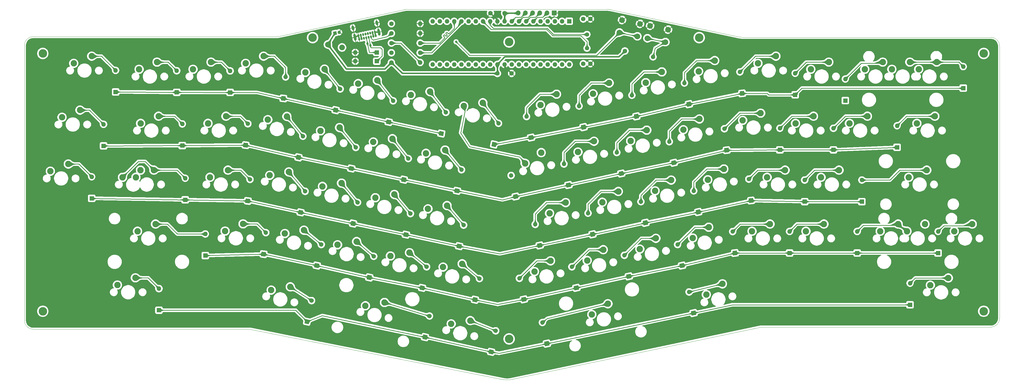
<source format=gbr>
%TF.GenerationSoftware,KiCad,Pcbnew,5.1.7-a382d34a8~88~ubuntu20.04.1*%
%TF.CreationDate,2021-03-24T17:29:36+01:00*%
%TF.ProjectId,sesame,73657361-6d65-42e6-9b69-6361645f7063,rev?*%
%TF.SameCoordinates,Original*%
%TF.FileFunction,Copper,L1,Top*%
%TF.FilePolarity,Positive*%
%FSLAX46Y46*%
G04 Gerber Fmt 4.6, Leading zero omitted, Abs format (unit mm)*
G04 Created by KiCad (PCBNEW 5.1.7-a382d34a8~88~ubuntu20.04.1) date 2021-03-24 17:29:36*
%MOMM*%
%LPD*%
G01*
G04 APERTURE LIST*
%TA.AperFunction,Profile*%
%ADD10C,0.050000*%
%TD*%
%TA.AperFunction,ComponentPad*%
%ADD11C,1.600000*%
%TD*%
%TA.AperFunction,ComponentPad*%
%ADD12C,3.000000*%
%TD*%
%TA.AperFunction,ComponentPad*%
%ADD13C,1.200000*%
%TD*%
%TA.AperFunction,ComponentPad*%
%ADD14C,0.150000*%
%TD*%
%TA.AperFunction,ComponentPad*%
%ADD15C,2.250000*%
%TD*%
%TA.AperFunction,ComponentPad*%
%ADD16O,1.700000X1.700000*%
%TD*%
%TA.AperFunction,ComponentPad*%
%ADD17R,1.700000X1.700000*%
%TD*%
%TA.AperFunction,ComponentPad*%
%ADD18O,1.600000X1.600000*%
%TD*%
%TA.AperFunction,ComponentPad*%
%ADD19R,1.600000X1.600000*%
%TD*%
%TA.AperFunction,ComponentPad*%
%ADD20C,1.500000*%
%TD*%
%TA.AperFunction,ComponentPad*%
%ADD21C,2.000000*%
%TD*%
%TA.AperFunction,ViaPad*%
%ADD22C,0.800000*%
%TD*%
%TA.AperFunction,Conductor*%
%ADD23C,0.500000*%
%TD*%
%TA.AperFunction,Conductor*%
%ADD24C,0.250000*%
%TD*%
%TA.AperFunction,Conductor*%
%ADD25C,0.200000*%
%TD*%
%TA.AperFunction,Conductor*%
%ADD26C,0.150000*%
%TD*%
%TA.AperFunction,Conductor*%
%ADD27C,0.025400*%
%TD*%
G04 APERTURE END LIST*
D10*
X43688000Y-178562000D02*
G75*
G02*
X40640000Y-175514000I0J3048000D01*
G01*
X212136488Y-196378544D02*
G75*
G02*
X209804001Y-196341999I-1062488J6640544D01*
G01*
X385064000Y-174752000D02*
G75*
G02*
X382016000Y-177800000I-3048000J0D01*
G01*
X382016000Y-75438000D02*
G75*
G02*
X385064000Y-78486000I0J-3048000D01*
G01*
X293392751Y-75346994D02*
G75*
G03*
X294132000Y-75438000I739249J2956994D01*
G01*
X247435982Y-65639400D02*
G75*
G03*
X246634000Y-65532000I-801982J-2940600D01*
G01*
X174966018Y-65639400D02*
G75*
G02*
X175768000Y-65532000I801982J-2940600D01*
G01*
X130533249Y-75092994D02*
G75*
G02*
X129794000Y-75184000I-739249J2956994D01*
G01*
X40640000Y-78232000D02*
G75*
G02*
X43688000Y-75184000I3048000J0D01*
G01*
X130533249Y-75092994D02*
X174966018Y-65639400D01*
X43688000Y-75184000D02*
X129794000Y-75184000D01*
X40640000Y-175514000D02*
X40640000Y-78232000D01*
X120396000Y-178562000D02*
X43688000Y-178562000D01*
X209804001Y-196341999D02*
X120396000Y-178562000D01*
X300736000Y-177800000D02*
X212136488Y-196378544D01*
X382016000Y-177800000D02*
X300736000Y-177800000D01*
X385064000Y-78486000D02*
X385064000Y-174752000D01*
X294132000Y-75438000D02*
X382016000Y-75438000D01*
X247435982Y-65639400D02*
X293392751Y-75346994D01*
X175768000Y-65532000D02*
X246634000Y-65532000D01*
D11*
%TO.P,C2,2*%
%TO.N,GND*%
X205248500Y-66929000D03*
%TO.P,C2,1*%
%TO.N,+5V*%
X210248500Y-66929000D03*
%TD*%
%TO.P,C3,2*%
%TO.N,GND*%
X212708500Y-88201500D03*
%TO.P,C3,1*%
%TO.N,+5V*%
X207708500Y-88201500D03*
%TD*%
%TO.P,C4,2*%
%TO.N,Net-(C4-Pad2)*%
X238038000Y-84772500D03*
%TO.P,C4,1*%
%TO.N,GND*%
X240538000Y-84772500D03*
%TD*%
%TO.P,C5,2*%
%TO.N,Net-(C5-Pad2)*%
X238038000Y-68961000D03*
%TO.P,C5,1*%
%TO.N,GND*%
X240538000Y-68961000D03*
%TD*%
D12*
%TO.P,REF\u002A\u002A,1*%
%TO.N,N/C*%
X278955500Y-75565000D03*
%TD*%
D13*
%TO.P,C1,2*%
%TO.N,GND*%
X151771721Y-73665632D03*
%TA.AperFunction,ComponentPad*%
D14*
%TO.P,C1,1*%
%TO.N,+5V*%
G36*
X149842358Y-74689136D02*
G01*
X149592864Y-73515358D01*
X150766642Y-73265864D01*
X151016136Y-74439642D01*
X149842358Y-74689136D01*
G37*
%TD.AperFunction*%
%TD*%
D15*
%TO.P,MX23,2*%
%TO.N,Net-(D24-Pad2)*%
X189214686Y-115256606D03*
%TO.P,MX23,1*%
%TO.N,col6*%
X182475353Y-116420862D03*
%TD*%
D16*
%TO.P,AVR1,6*%
%TO.N,+5V*%
X215011000Y-66865500D03*
%TO.P,AVR1,5*%
%TO.N,RST*%
X217551000Y-66865500D03*
%TO.P,AVR1,4*%
%TO.N,SCK*%
X220091000Y-66865500D03*
%TO.P,AVR1,3*%
%TO.N,MISO*%
X222631000Y-66865500D03*
%TO.P,AVR1,2*%
%TO.N,MOSI*%
X225171000Y-66865500D03*
D17*
%TO.P,AVR1,1*%
%TO.N,GND*%
X227711000Y-66865500D03*
%TD*%
D12*
%TO.P,REF\u002A\u002A,1*%
%TO.N,N/C*%
X142430500Y-75565000D03*
%TD*%
D15*
%TO.P,MX61,2*%
%TO.N,col13*%
X358711500Y-141414500D03*
%TO.P,MX61,1*%
%TO.N,rs*%
X352361500Y-143954500D03*
%TD*%
%TO.P,MX59,2*%
%TO.N,rs*%
X349250000Y-141414500D03*
%TO.P,MX59,1*%
%TO.N,col13*%
X342900000Y-143954500D03*
%TD*%
%TO.P,MX31,2*%
%TO.N,Net-(D32-Pad2)*%
X362204000Y-103314500D03*
%TO.P,MX31,1*%
%TO.N,col14*%
X355854000Y-105854500D03*
%TD*%
%TO.P,MX15,2*%
%TO.N,bs*%
X353377500Y-84201000D03*
%TO.P,MX15,1*%
%TO.N,col14*%
X347027500Y-86741000D03*
%TD*%
%TO.P,MX33,2*%
%TO.N,caps*%
X86360000Y-122364500D03*
%TO.P,MX33,1*%
%TO.N,col1*%
X80010000Y-124904500D03*
%TD*%
%TO.P,MX18,2*%
%TO.N,Net-(D19-Pad2)*%
X88011000Y-103314500D03*
%TO.P,MX18,1*%
%TO.N,col1*%
X81661000Y-105854500D03*
%TD*%
%TO.P,MX69,2*%
%TO.N,col1*%
X81610200Y-122377200D03*
%TO.P,MX69,1*%
%TO.N,caps*%
X75260200Y-124917200D03*
%TD*%
D18*
%TO.P,D60,2*%
%TO.N,rs*%
X334772000Y-144018000D03*
D19*
%TO.P,D60,1*%
%TO.N,row3*%
X334772000Y-151638000D03*
%TD*%
D18*
%TO.P,U1,40*%
%TO.N,col14*%
X233045000Y-85026500D03*
%TO.P,U1,20*%
%TO.N,col2*%
X184785000Y-69786500D03*
%TO.P,U1,39*%
%TO.N,col13*%
X230505000Y-85026500D03*
%TO.P,U1,19*%
%TO.N,col1*%
X187325000Y-69786500D03*
%TO.P,U1,38*%
%TO.N,col12*%
X227965000Y-85026500D03*
%TO.P,U1,18*%
%TO.N,BOOT*%
X189865000Y-69786500D03*
%TO.P,U1,37*%
%TO.N,col11*%
X225425000Y-85026500D03*
%TO.P,U1,17*%
%TO.N,D-*%
X192405000Y-69786500D03*
%TO.P,U1,36*%
%TO.N,col10*%
X222885000Y-85026500D03*
%TO.P,U1,16*%
%TO.N,D+*%
X194945000Y-69786500D03*
%TO.P,U1,35*%
%TO.N,col9*%
X220345000Y-85026500D03*
%TO.P,U1,15*%
%TO.N,col0*%
X197485000Y-69786500D03*
%TO.P,U1,34*%
%TO.N,col8*%
X217805000Y-85026500D03*
%TO.P,U1,14*%
%TO.N,Net-(U1-Pad14)*%
X200025000Y-69786500D03*
%TO.P,U1,33*%
%TO.N,row4*%
X215265000Y-85026500D03*
%TO.P,U1,13*%
%TO.N,Net-(C4-Pad2)*%
X202565000Y-69786500D03*
%TO.P,U1,32*%
%TO.N,Net-(U1-Pad32)*%
X212725000Y-85026500D03*
%TO.P,U1,12*%
%TO.N,Net-(C5-Pad2)*%
X205105000Y-69786500D03*
%TO.P,U1,31*%
%TO.N,GND*%
X210185000Y-85026500D03*
%TO.P,U1,11*%
X207645000Y-69786500D03*
%TO.P,U1,30*%
%TO.N,+5V*%
X207645000Y-85026500D03*
%TO.P,U1,10*%
X210185000Y-69786500D03*
%TO.P,U1,29*%
%TO.N,row3*%
X205105000Y-85026500D03*
%TO.P,U1,9*%
%TO.N,RST*%
X212725000Y-69786500D03*
%TO.P,U1,28*%
%TO.N,row2*%
X202565000Y-85026500D03*
%TO.P,U1,8*%
%TO.N,SCK*%
X215265000Y-69786500D03*
%TO.P,U1,27*%
%TO.N,row1*%
X200025000Y-85026500D03*
%TO.P,U1,7*%
%TO.N,MISO*%
X217805000Y-69786500D03*
%TO.P,U1,26*%
%TO.N,row0*%
X197485000Y-85026500D03*
%TO.P,U1,6*%
%TO.N,MOSI*%
X220345000Y-69786500D03*
%TO.P,U1,25*%
%TO.N,col7*%
X194945000Y-85026500D03*
%TO.P,U1,5*%
%TO.N,Net-(U1-Pad5)*%
X222885000Y-69786500D03*
%TO.P,U1,24*%
%TO.N,col6*%
X192405000Y-85026500D03*
%TO.P,U1,4*%
%TO.N,Net-(U1-Pad4)*%
X225425000Y-69786500D03*
%TO.P,U1,23*%
%TO.N,col5*%
X189865000Y-85026500D03*
%TO.P,U1,3*%
%TO.N,Net-(U1-Pad3)*%
X227965000Y-69786500D03*
%TO.P,U1,22*%
%TO.N,col4*%
X187325000Y-85026500D03*
%TO.P,U1,2*%
%TO.N,Net-(U1-Pad2)*%
X230505000Y-69786500D03*
%TO.P,U1,21*%
%TO.N,col3*%
X184785000Y-85026500D03*
D19*
%TO.P,U1,1*%
%TO.N,Net-(U1-Pad1)*%
X233045000Y-69786500D03*
%TD*%
D15*
%TO.P,MX5,2*%
%TO.N,Net-(D7-Pad2)*%
X146606186Y-86681606D03*
%TO.P,MX5,1*%
%TO.N,col4*%
X139866853Y-87845862D03*
%TD*%
D12*
%TO.P,REF\u002A\u002A,1*%
%TO.N,N/C*%
X211836000Y-181991000D03*
%TD*%
%TO.P,REF\u002A\u002A,1*%
%TO.N,N/C*%
X379476000Y-172212000D03*
%TD*%
%TO.P,REF\u002A\u002A,1*%
%TO.N,N/C*%
X379476000Y-81153000D03*
%TD*%
%TO.P,REF\u002A\u002A,1*%
%TO.N,N/C*%
X47117000Y-81153000D03*
%TD*%
%TO.P,REF\u002A\u002A,1*%
%TO.N,N/C*%
X47117000Y-172212000D03*
%TD*%
%TO.P,REF\u002A\u002A,1*%
%TO.N,N/C*%
X211836000Y-77089000D03*
%TD*%
D20*
%TO.P,XTAL1,2*%
%TO.N,Net-(C4-Pad2)*%
X239331500Y-79302000D03*
%TO.P,XTAL1,1*%
%TO.N,Net-(C5-Pad2)*%
X239331500Y-74422000D03*
%TD*%
D15*
%TO.P,MX24,2*%
%TO.N,Net-(D25-Pad2)*%
X223170304Y-116168914D03*
%TO.P,MX24,1*%
%TO.N,col7*%
X217487162Y-119973649D03*
%TD*%
%TO.P,MX28,2*%
%TO.N,Net-(D29-Pad2)*%
X300672500Y-102235000D03*
%TO.P,MX28,1*%
%TO.N,col11*%
X294322500Y-104775000D03*
%TD*%
%TO.P,MX66,2*%
%TO.N,Net-(D66-Pad2)*%
X246728804Y-169572414D03*
%TO.P,MX66,1*%
%TO.N,col8*%
X241045662Y-173377149D03*
%TD*%
%TO.P,MX65,2*%
%TO.N,Net-(D65-Pad2)*%
X198104686Y-175518106D03*
%TO.P,MX65,1*%
%TO.N,col6*%
X191365353Y-176682362D03*
%TD*%
%TO.P,MX64,2*%
%TO.N,Net-(D64-Pad2)*%
X167815186Y-169104606D03*
%TO.P,MX64,1*%
%TO.N,col5*%
X161075853Y-170268862D03*
%TD*%
%TO.P,MX46,2*%
%TO.N,Net-(D47-Pad2)*%
X359346500Y-122364500D03*
%TO.P,MX46,1*%
%TO.N,col14*%
X352996500Y-124904500D03*
%TD*%
%TO.P,MX47,2*%
%TO.N,Net-(D48-Pad2)*%
X86931500Y-141414500D03*
%TO.P,MX47,1*%
%TO.N,col1*%
X80581500Y-143954500D03*
%TD*%
%TO.P,MX16,2*%
%TO.N,bs*%
X362839000Y-84201000D03*
%TO.P,MX16,1*%
%TO.N,col14*%
X356489000Y-86741000D03*
%TD*%
%TO.P,MX45,2*%
%TO.N,Net-(D46-Pad2)*%
X343789000Y-84201000D03*
%TO.P,MX45,1*%
%TO.N,col13*%
X337439000Y-86741000D03*
%TD*%
%TO.P,MX68,2*%
%TO.N,Net-(D68-Pad2)*%
X366966500Y-160464500D03*
%TO.P,MX68,1*%
%TO.N,col13*%
X360616500Y-163004500D03*
%TD*%
%TO.P,MX67,2*%
%TO.N,Net-(D67-Pad2)*%
X287178304Y-162523914D03*
%TO.P,MX67,1*%
%TO.N,col10*%
X281495162Y-166328649D03*
%TD*%
%TO.P,MX63,2*%
%TO.N,Net-(D63-Pad2)*%
X134541186Y-163580106D03*
%TO.P,MX63,1*%
%TO.N,col3*%
X127801853Y-164744362D03*
%TD*%
%TO.P,MX62,2*%
%TO.N,Net-(D62-Pad2)*%
X79819500Y-160401000D03*
%TO.P,MX62,1*%
%TO.N,col1*%
X73469500Y-162941000D03*
%TD*%
%TO.P,MX60,2*%
%TO.N,Net-(D61-Pad2)*%
X375412000Y-141414500D03*
%TO.P,MX60,1*%
%TO.N,col14*%
X369062000Y-143954500D03*
%TD*%
%TO.P,MX58,2*%
%TO.N,Net-(D59-Pad2)*%
X323024500Y-141414500D03*
%TO.P,MX58,1*%
%TO.N,col12*%
X316674500Y-143954500D03*
%TD*%
%TO.P,MX57,2*%
%TO.N,Net-(D58-Pad2)*%
X303974500Y-141414500D03*
%TO.P,MX57,1*%
%TO.N,col11*%
X297624500Y-143954500D03*
%TD*%
%TO.P,MX56,2*%
%TO.N,Net-(D57-Pad2)*%
X282352304Y-142521414D03*
%TO.P,MX56,1*%
%TO.N,col10*%
X276669162Y-146326149D03*
%TD*%
%TO.P,MX55,2*%
%TO.N,Net-(D56-Pad2)*%
X263683304Y-146458414D03*
%TO.P,MX55,1*%
%TO.N,col9*%
X258000162Y-150263149D03*
%TD*%
%TO.P,MX54,2*%
%TO.N,Net-(D55-Pad2)*%
X245077804Y-150458914D03*
%TO.P,MX54,1*%
%TO.N,col8*%
X239394662Y-154263649D03*
%TD*%
%TO.P,MX53,2*%
%TO.N,Net-(D54-Pad2)*%
X226472304Y-154395914D03*
%TO.P,MX53,1*%
%TO.N,col7*%
X220789162Y-158200649D03*
%TD*%
%TO.P,MX52,2*%
%TO.N,Net-(D53-Pad2)*%
X195247186Y-155452106D03*
%TO.P,MX52,1*%
%TO.N,col6*%
X188507853Y-156616362D03*
%TD*%
%TO.P,MX51,2*%
%TO.N,Net-(D52-Pad2)*%
X176641686Y-151515106D03*
%TO.P,MX51,1*%
%TO.N,col5*%
X169902353Y-152679362D03*
%TD*%
%TO.P,MX50,2*%
%TO.N,Net-(D51-Pad2)*%
X157972686Y-147578106D03*
%TO.P,MX50,1*%
%TO.N,col4*%
X151233353Y-148742362D03*
%TD*%
%TO.P,MX49,2*%
%TO.N,Net-(D50-Pad2)*%
X139367186Y-143577606D03*
%TO.P,MX49,1*%
%TO.N,col3*%
X132627853Y-144741862D03*
%TD*%
%TO.P,MX48,2*%
%TO.N,Net-(D49-Pad2)*%
X117856000Y-141351000D03*
%TO.P,MX48,1*%
%TO.N,col2*%
X111506000Y-143891000D03*
%TD*%
%TO.P,MX44,2*%
%TO.N,Net-(D45-Pad2)*%
X328358500Y-122364500D03*
%TO.P,MX44,1*%
%TO.N,col12*%
X322008500Y-124904500D03*
%TD*%
%TO.P,MX43,2*%
%TO.N,Net-(D44-Pad2)*%
X309308500Y-122364500D03*
%TO.P,MX43,1*%
%TO.N,col11*%
X302958500Y-124904500D03*
%TD*%
%TO.P,MX42,2*%
%TO.N,Net-(D43-Pad2)*%
X287686304Y-121947414D03*
%TO.P,MX42,1*%
%TO.N,col10*%
X282003162Y-125752149D03*
%TD*%
%TO.P,MX41,2*%
%TO.N,Net-(D42-Pad2)*%
X269080804Y-125884414D03*
%TO.P,MX41,1*%
%TO.N,col9*%
X263397662Y-129689149D03*
%TD*%
%TO.P,MX40,2*%
%TO.N,Net-(D41-Pad2)*%
X250411804Y-129884914D03*
%TO.P,MX40,1*%
%TO.N,col8*%
X244728662Y-133689649D03*
%TD*%
%TO.P,MX39,2*%
%TO.N,Net-(D40-Pad2)*%
X231806304Y-133821914D03*
%TO.P,MX39,1*%
%TO.N,col7*%
X226123162Y-137626649D03*
%TD*%
%TO.P,MX38,2*%
%TO.N,Net-(D39-Pad2)*%
X189913186Y-134878106D03*
%TO.P,MX38,1*%
%TO.N,col6*%
X183173853Y-136042362D03*
%TD*%
%TO.P,MX37,2*%
%TO.N,Net-(D38-Pad2)*%
X171307686Y-130941106D03*
%TO.P,MX37,1*%
%TO.N,col5*%
X164568353Y-132105362D03*
%TD*%
%TO.P,MX36,2*%
%TO.N,Net-(D37-Pad2)*%
X152638686Y-126940606D03*
%TO.P,MX36,1*%
%TO.N,col4*%
X145899353Y-128104862D03*
%TD*%
%TO.P,MX35,2*%
%TO.N,Net-(D36-Pad2)*%
X134033186Y-123003606D03*
%TO.P,MX35,1*%
%TO.N,col3*%
X127293853Y-124167862D03*
%TD*%
%TO.P,MX34,2*%
%TO.N,Net-(D35-Pad2)*%
X112522000Y-122364500D03*
%TO.P,MX34,1*%
%TO.N,col2*%
X106172000Y-124904500D03*
%TD*%
%TO.P,MX32,2*%
%TO.N,Net-(D33-Pad2)*%
X56134000Y-120205500D03*
%TO.P,MX32,1*%
%TO.N,col0*%
X49784000Y-122745500D03*
%TD*%
%TO.P,MX30,2*%
%TO.N,Net-(D31-Pad2)*%
X338391500Y-103314500D03*
%TO.P,MX30,1*%
%TO.N,col13*%
X332041500Y-105854500D03*
%TD*%
%TO.P,MX29,2*%
%TO.N,Net-(D30-Pad2)*%
X319341500Y-103314500D03*
%TO.P,MX29,1*%
%TO.N,col12*%
X312991500Y-105854500D03*
%TD*%
%TO.P,MX27,2*%
%TO.N,Net-(D28-Pad2)*%
X279050304Y-104294414D03*
%TO.P,MX27,1*%
%TO.N,col10*%
X273367162Y-108099149D03*
%TD*%
%TO.P,MX26,2*%
%TO.N,Net-(D27-Pad2)*%
X260444804Y-108231414D03*
%TO.P,MX26,1*%
%TO.N,col9*%
X254761662Y-112036149D03*
%TD*%
%TO.P,MX25,2*%
%TO.N,Net-(D26-Pad2)*%
X241839304Y-112168414D03*
%TO.P,MX25,1*%
%TO.N,col8*%
X236156162Y-115973149D03*
%TD*%
%TO.P,MX22,2*%
%TO.N,Net-(D23-Pad2)*%
X170609186Y-111256106D03*
%TO.P,MX22,1*%
%TO.N,col5*%
X163869853Y-112420362D03*
%TD*%
%TO.P,MX21,2*%
%TO.N,Net-(D22-Pad2)*%
X151940186Y-107319106D03*
%TO.P,MX21,1*%
%TO.N,col4*%
X145200853Y-108483362D03*
%TD*%
%TO.P,MX20,2*%
%TO.N,Net-(D21-Pad2)*%
X133334686Y-103382106D03*
%TO.P,MX20,1*%
%TO.N,col3*%
X126595353Y-104546362D03*
%TD*%
%TO.P,MX19,2*%
%TO.N,Net-(D20-Pad2)*%
X111823500Y-103314500D03*
%TO.P,MX19,1*%
%TO.N,col2*%
X105473500Y-105854500D03*
%TD*%
%TO.P,MX17,2*%
%TO.N,Net-(D18-Pad2)*%
X60261500Y-101155500D03*
%TO.P,MX17,1*%
%TO.N,col0*%
X53911500Y-103695500D03*
%TD*%
%TO.P,MX14,2*%
%TO.N,Net-(D16-Pad2)*%
X324739000Y-84201000D03*
%TO.P,MX14,1*%
%TO.N,col13*%
X318389000Y-86741000D03*
%TD*%
%TO.P,MX13,2*%
%TO.N,Net-(D15-Pad2)*%
X306070000Y-82105500D03*
%TO.P,MX13,1*%
%TO.N,col12*%
X299720000Y-84645500D03*
%TD*%
%TO.P,MX12,2*%
%TO.N,Net-(D14-Pad2)*%
X284447804Y-83656914D03*
%TO.P,MX12,1*%
%TO.N,col11*%
X278764662Y-87461649D03*
%TD*%
%TO.P,MX11,2*%
%TO.N,Net-(D13-Pad2)*%
X265778804Y-87657414D03*
%TO.P,MX11,1*%
%TO.N,col10*%
X260095662Y-91462149D03*
%TD*%
%TO.P,MX10,2*%
%TO.N,Net-(D12-Pad2)*%
X247173304Y-91594414D03*
%TO.P,MX10,1*%
%TO.N,col9*%
X241490162Y-95399149D03*
%TD*%
%TO.P,MX9,2*%
%TO.N,Net-(D11-Pad2)*%
X228567804Y-95531414D03*
%TO.P,MX9,1*%
%TO.N,col8*%
X222884662Y-99336149D03*
%TD*%
%TO.P,MX8,2*%
%TO.N,Net-(D10-Pad2)*%
X202549686Y-98556106D03*
%TO.P,MX8,1*%
%TO.N,col7*%
X195810353Y-99720362D03*
%TD*%
%TO.P,MX7,2*%
%TO.N,Net-(D9-Pad2)*%
X183880686Y-94619106D03*
%TO.P,MX7,1*%
%TO.N,col6*%
X177141353Y-95783362D03*
%TD*%
%TO.P,MX6,2*%
%TO.N,Net-(D8-Pad2)*%
X165275186Y-90618606D03*
%TO.P,MX6,1*%
%TO.N,col5*%
X158535853Y-91782862D03*
%TD*%
%TO.P,MX4,2*%
%TO.N,Net-(D6-Pad2)*%
X125095000Y-82105500D03*
%TO.P,MX4,1*%
%TO.N,col3*%
X118745000Y-84645500D03*
%TD*%
%TO.P,MX3,2*%
%TO.N,Net-(D5-Pad2)*%
X106521250Y-84201000D03*
%TO.P,MX3,1*%
%TO.N,col2*%
X100171250Y-86741000D03*
%TD*%
%TO.P,MX2,2*%
%TO.N,Net-(D4-Pad2)*%
X87471250Y-84201000D03*
%TO.P,MX2,1*%
%TO.N,col1*%
X81121250Y-86741000D03*
%TD*%
%TO.P,MX1,2*%
%TO.N,Net-(D3-Pad2)*%
X64389000Y-82105500D03*
%TO.P,MX1,1*%
%TO.N,col0*%
X58039000Y-84645500D03*
%TD*%
%TO.P,USB1,A5*%
%TO.N,Net-(R4-Pad1)*%
%TA.AperFunction,ComponentPad*%
G36*
G01*
X163324913Y-74995366D02*
X163397683Y-75337718D01*
G75*
G02*
X163147356Y-75723187I-317898J-67571D01*
G01*
X163147356Y-75723187D01*
G75*
G02*
X162761887Y-75472860I-67571J317898D01*
G01*
X162689117Y-75130508D01*
G75*
G02*
X162939444Y-74745039I317898J67571D01*
G01*
X162939444Y-74745039D01*
G75*
G02*
X163324913Y-74995366I67571J-317898D01*
G01*
G37*
%TD.AperFunction*%
%TO.P,USB1,A1*%
%TO.N,GND*%
%TA.AperFunction,ComponentPad*%
G36*
G01*
X164987763Y-74641916D02*
X165060533Y-74984268D01*
G75*
G02*
X164810206Y-75369737I-317898J-67571D01*
G01*
X164810206Y-75369737D01*
G75*
G02*
X164424737Y-75119410I-67571J317898D01*
G01*
X164351967Y-74777058D01*
G75*
G02*
X164602294Y-74391589I317898J67571D01*
G01*
X164602294Y-74391589D01*
G75*
G02*
X164987763Y-74641916I67571J-317898D01*
G01*
G37*
%TD.AperFunction*%
%TO.P,USB1,A4*%
%TO.N,VCC*%
%TA.AperFunction,ComponentPad*%
G36*
G01*
X164156338Y-74818641D02*
X164229108Y-75160993D01*
G75*
G02*
X163978781Y-75546462I-317898J-67571D01*
G01*
X163978781Y-75546462D01*
G75*
G02*
X163593312Y-75296135I-67571J317898D01*
G01*
X163520542Y-74953783D01*
G75*
G02*
X163770869Y-74568314I317898J67571D01*
G01*
X163770869Y-74568314D01*
G75*
G02*
X164156338Y-74818641I67571J-317898D01*
G01*
G37*
%TD.AperFunction*%
%TO.P,USB1,A6*%
%TO.N,Net-(D2-Pad1)*%
%TA.AperFunction,ComponentPad*%
G36*
G01*
X162493487Y-75172091D02*
X162566257Y-75514443D01*
G75*
G02*
X162315930Y-75899912I-317898J-67571D01*
G01*
X162315930Y-75899912D01*
G75*
G02*
X161930461Y-75649585I-67571J317898D01*
G01*
X161857691Y-75307233D01*
G75*
G02*
X162108018Y-74921764I317898J67571D01*
G01*
X162108018Y-74921764D01*
G75*
G02*
X162493487Y-75172091I67571J-317898D01*
G01*
G37*
%TD.AperFunction*%
%TO.P,USB1,A7*%
%TO.N,Net-(D1-Pad1)*%
%TA.AperFunction,ComponentPad*%
G36*
G01*
X161662062Y-75348816D02*
X161734832Y-75691168D01*
G75*
G02*
X161484505Y-76076637I-317898J-67571D01*
G01*
X161484505Y-76076637D01*
G75*
G02*
X161099036Y-75826310I-67571J317898D01*
G01*
X161026266Y-75483958D01*
G75*
G02*
X161276593Y-75098489I317898J67571D01*
G01*
X161276593Y-75098489D01*
G75*
G02*
X161662062Y-75348816I67571J-317898D01*
G01*
G37*
%TD.AperFunction*%
%TO.P,USB1,A8*%
%TO.N,Net-(USB1-PadA8)*%
%TA.AperFunction,ComponentPad*%
G36*
G01*
X160830636Y-75525541D02*
X160903406Y-75867893D01*
G75*
G02*
X160653079Y-76253362I-317898J-67571D01*
G01*
X160653079Y-76253362D01*
G75*
G02*
X160267610Y-76003035I-67571J317898D01*
G01*
X160194840Y-75660683D01*
G75*
G02*
X160445167Y-75275214I317898J67571D01*
G01*
X160445167Y-75275214D01*
G75*
G02*
X160830636Y-75525541I67571J-317898D01*
G01*
G37*
%TD.AperFunction*%
%TO.P,USB1,A9*%
%TO.N,VCC*%
%TA.AperFunction,ComponentPad*%
G36*
G01*
X159999211Y-75702266D02*
X160071981Y-76044618D01*
G75*
G02*
X159821654Y-76430087I-317898J-67571D01*
G01*
X159821654Y-76430087D01*
G75*
G02*
X159436185Y-76179760I-67571J317898D01*
G01*
X159363415Y-75837408D01*
G75*
G02*
X159613742Y-75451939I317898J67571D01*
G01*
X159613742Y-75451939D01*
G75*
G02*
X159999211Y-75702266I67571J-317898D01*
G01*
G37*
%TD.AperFunction*%
%TO.P,USB1,A12*%
%TO.N,GND*%
%TA.AperFunction,ComponentPad*%
G36*
G01*
X159167785Y-75878991D02*
X159240555Y-76221343D01*
G75*
G02*
X158990228Y-76606812I-317898J-67571D01*
G01*
X158990228Y-76606812D01*
G75*
G02*
X158604759Y-76356485I-67571J317898D01*
G01*
X158531989Y-76014133D01*
G75*
G02*
X158782316Y-75628664I317898J67571D01*
G01*
X158782316Y-75628664D01*
G75*
G02*
X159167785Y-75878991I67571J-317898D01*
G01*
G37*
%TD.AperFunction*%
%TO.P,USB1,B12*%
%TA.AperFunction,ComponentPad*%
G36*
G01*
X164712280Y-73345871D02*
X164785050Y-73688223D01*
G75*
G02*
X164534723Y-74073692I-317898J-67571D01*
G01*
X164534723Y-74073692D01*
G75*
G02*
X164149254Y-73823365I-67571J317898D01*
G01*
X164076484Y-73481013D01*
G75*
G02*
X164326811Y-73095544I317898J67571D01*
G01*
X164326811Y-73095544D01*
G75*
G02*
X164712280Y-73345871I67571J-317898D01*
G01*
G37*
%TD.AperFunction*%
%TO.P,USB1,B9*%
%TO.N,VCC*%
%TA.AperFunction,ComponentPad*%
G36*
G01*
X163875964Y-73523635D02*
X163948734Y-73865987D01*
G75*
G02*
X163698407Y-74251456I-317898J-67571D01*
G01*
X163698407Y-74251456D01*
G75*
G02*
X163312938Y-74001129I-67571J317898D01*
G01*
X163240168Y-73658777D01*
G75*
G02*
X163490495Y-73273308I317898J67571D01*
G01*
X163490495Y-73273308D01*
G75*
G02*
X163875964Y-73523635I67571J-317898D01*
G01*
G37*
%TD.AperFunction*%
%TO.P,USB1,B8*%
%TO.N,Net-(USB1-PadB8)*%
%TA.AperFunction,ComponentPad*%
G36*
G01*
X163044539Y-73700360D02*
X163117309Y-74042712D01*
G75*
G02*
X162866982Y-74428181I-317898J-67571D01*
G01*
X162866982Y-74428181D01*
G75*
G02*
X162481513Y-74177854I-67571J317898D01*
G01*
X162408743Y-73835502D01*
G75*
G02*
X162659070Y-73450033I317898J67571D01*
G01*
X162659070Y-73450033D01*
G75*
G02*
X163044539Y-73700360I67571J-317898D01*
G01*
G37*
%TD.AperFunction*%
%TO.P,USB1,B7*%
%TO.N,Net-(D1-Pad1)*%
%TA.AperFunction,ComponentPad*%
G36*
G01*
X162213113Y-73877085D02*
X162285883Y-74219437D01*
G75*
G02*
X162035556Y-74604906I-317898J-67571D01*
G01*
X162035556Y-74604906D01*
G75*
G02*
X161650087Y-74354579I-67571J317898D01*
G01*
X161577317Y-74012227D01*
G75*
G02*
X161827644Y-73626758I317898J67571D01*
G01*
X161827644Y-73626758D01*
G75*
G02*
X162213113Y-73877085I67571J-317898D01*
G01*
G37*
%TD.AperFunction*%
%TO.P,USB1,B6*%
%TO.N,Net-(D2-Pad1)*%
%TA.AperFunction,ComponentPad*%
G36*
G01*
X161381688Y-74053810D02*
X161454458Y-74396162D01*
G75*
G02*
X161204131Y-74781631I-317898J-67571D01*
G01*
X161204131Y-74781631D01*
G75*
G02*
X160818662Y-74531304I-67571J317898D01*
G01*
X160745892Y-74188952D01*
G75*
G02*
X160996219Y-73803483I317898J67571D01*
G01*
X160996219Y-73803483D01*
G75*
G02*
X161381688Y-74053810I67571J-317898D01*
G01*
G37*
%TD.AperFunction*%
%TO.P,USB1,B5*%
%TO.N,Net-(R5-Pad1)*%
%TA.AperFunction,ComponentPad*%
G36*
G01*
X160550262Y-74230535D02*
X160623032Y-74572887D01*
G75*
G02*
X160372705Y-74958356I-317898J-67571D01*
G01*
X160372705Y-74958356D01*
G75*
G02*
X159987236Y-74708029I-67571J317898D01*
G01*
X159914466Y-74365677D01*
G75*
G02*
X160164793Y-73980208I317898J67571D01*
G01*
X160164793Y-73980208D01*
G75*
G02*
X160550262Y-74230535I67571J-317898D01*
G01*
G37*
%TD.AperFunction*%
%TO.P,USB1,B4*%
%TO.N,VCC*%
%TA.AperFunction,ComponentPad*%
G36*
G01*
X159718837Y-74407260D02*
X159791607Y-74749612D01*
G75*
G02*
X159541280Y-75135081I-317898J-67571D01*
G01*
X159541280Y-75135081D01*
G75*
G02*
X159155811Y-74884754I-67571J317898D01*
G01*
X159083041Y-74542402D01*
G75*
G02*
X159333368Y-74156933I317898J67571D01*
G01*
X159333368Y-74156933D01*
G75*
G02*
X159718837Y-74407260I67571J-317898D01*
G01*
G37*
%TD.AperFunction*%
%TO.P,USB1,B1*%
%TO.N,GND*%
%TA.AperFunction,ComponentPad*%
G36*
G01*
X158887411Y-74583985D02*
X158960181Y-74926337D01*
G75*
G02*
X158709854Y-75311806I-317898J-67571D01*
G01*
X158709854Y-75311806D01*
G75*
G02*
X158324385Y-75061479I-67571J317898D01*
G01*
X158251615Y-74719127D01*
G75*
G02*
X158501942Y-74333658I317898J67571D01*
G01*
X158501942Y-74333658D01*
G75*
G02*
X158887411Y-74583985I67571J-317898D01*
G01*
G37*
%TD.AperFunction*%
%TO.P,USB1,S1*%
%TA.AperFunction,ComponentPad*%
G36*
G01*
X166107228Y-72814227D02*
X166419096Y-74281449D01*
G75*
G02*
X166072490Y-74815175I-440166J-93560D01*
G01*
X166072490Y-74815175D01*
G75*
G02*
X165538764Y-74468569I-93560J440166D01*
G01*
X165226896Y-73001347D01*
G75*
G02*
X165573502Y-72467621I440166J93560D01*
G01*
X165573502Y-72467621D01*
G75*
G02*
X166107228Y-72814227I93560J-440166D01*
G01*
G37*
%TD.AperFunction*%
%TA.AperFunction,ComponentPad*%
G36*
G01*
X157646251Y-74612663D02*
X157958119Y-76079885D01*
G75*
G02*
X157611513Y-76613611I-440166J-93560D01*
G01*
X157611513Y-76613611D01*
G75*
G02*
X157077787Y-76267005I-93560J440166D01*
G01*
X156765919Y-74799783D01*
G75*
G02*
X157112525Y-74266057I440166J93560D01*
G01*
X157112525Y-74266057D01*
G75*
G02*
X157646251Y-74612663I93560J-440166D01*
G01*
G37*
%TD.AperFunction*%
%TA.AperFunction,ComponentPad*%
G36*
G01*
X165477256Y-69850440D02*
X165643586Y-70632958D01*
G75*
G02*
X165296980Y-71166684I-440166J-93560D01*
G01*
X165296980Y-71166684D01*
G75*
G02*
X164763254Y-70820078I-93560J440166D01*
G01*
X164596924Y-70037560D01*
G75*
G02*
X164943530Y-69503834I440166J93560D01*
G01*
X164943530Y-69503834D01*
G75*
G02*
X165477256Y-69850440I93560J-440166D01*
G01*
G37*
%TD.AperFunction*%
%TA.AperFunction,ComponentPad*%
G36*
G01*
X157016279Y-71648876D02*
X157182609Y-72431394D01*
G75*
G02*
X156836003Y-72965120I-440166J-93560D01*
G01*
X156836003Y-72965120D01*
G75*
G02*
X156302277Y-72618514I-93560J440166D01*
G01*
X156135947Y-71835996D01*
G75*
G02*
X156482553Y-71302270I440166J93560D01*
G01*
X156482553Y-71302270D01*
G75*
G02*
X157016279Y-71648876I93560J-440166D01*
G01*
G37*
%TD.AperFunction*%
%TD*%
D21*
%TO.P,Reset1,1*%
%TO.N,GND*%
X267977959Y-72725426D03*
%TO.P,Reset1,2*%
%TO.N,RST*%
X267042357Y-77127090D03*
%TO.P,Reset1,1*%
%TO.N,GND*%
X261620000Y-71374000D03*
%TO.P,Reset1,2*%
%TO.N,RST*%
X260684397Y-75775664D03*
%TD*%
%TO.P,R6,2*%
%TO.N,RST*%
%TA.AperFunction,ComponentPad*%
G36*
G01*
X261885462Y-82210054D02*
X261885462Y-82210054D01*
G75*
G02*
X262834309Y-81593865I782518J-166329D01*
G01*
X262834309Y-81593865D01*
G75*
G02*
X263450498Y-82542712I-166329J-782518D01*
G01*
X263450498Y-82542712D01*
G75*
G02*
X262501651Y-83158901I-782518J166329D01*
G01*
X262501651Y-83158901D01*
G75*
G02*
X261885462Y-82210054I166329J782518D01*
G01*
G37*
%TD.AperFunction*%
D11*
%TO.P,R6,1*%
%TO.N,+5V*%
X252730000Y-80264000D03*
%TD*%
D18*
%TO.P,R5,2*%
%TO.N,GND*%
X180403500Y-70612000D03*
D11*
%TO.P,R5,1*%
%TO.N,Net-(R5-Pad1)*%
X170243500Y-70612000D03*
%TD*%
D18*
%TO.P,R4,2*%
%TO.N,GND*%
X180403500Y-74041000D03*
D11*
%TO.P,R4,1*%
%TO.N,Net-(R4-Pad1)*%
X170243500Y-74041000D03*
%TD*%
D18*
%TO.P,R3,2*%
%TO.N,D+*%
X180403500Y-80899000D03*
D11*
%TO.P,R3,1*%
%TO.N,Net-(D2-Pad1)*%
X170243500Y-80899000D03*
%TD*%
D18*
%TO.P,R2,2*%
%TO.N,D-*%
X180403500Y-77470000D03*
D11*
%TO.P,R2,1*%
%TO.N,Net-(D1-Pad1)*%
X170243500Y-77470000D03*
%TD*%
D18*
%TO.P,R1,2*%
%TO.N,Net-(D1-Pad1)*%
X180403500Y-84328000D03*
D11*
%TO.P,R1,1*%
%TO.N,+5V*%
X170243500Y-84328000D03*
%TD*%
D21*
%TO.P,F1,2*%
%TO.N,VCC*%
X152794911Y-79043973D03*
%TO.P,F1,1*%
%TO.N,+5V*%
X147828000Y-77978000D03*
%TD*%
D18*
%TO.P,D68,2*%
%TO.N,Net-(D68-Pad2)*%
X353441000Y-162306000D03*
D19*
%TO.P,D68,1*%
%TO.N,row4*%
X353441000Y-169926000D03*
%TD*%
%TO.P,D67,2*%
%TO.N,Net-(D67-Pad2)*%
%TA.AperFunction,ComponentPad*%
G36*
G01*
X275569042Y-166176033D02*
X275569042Y-166176033D01*
G75*
G02*
X274620195Y-165559844I-166329J782518D01*
G01*
X274620195Y-165559844D01*
G75*
G02*
X275236384Y-164610997I782518J166329D01*
G01*
X275236384Y-164610997D01*
G75*
G02*
X276185231Y-165227186I166329J-782518D01*
G01*
X276185231Y-165227186D01*
G75*
G02*
X275569042Y-166176033I-782518J-166329D01*
G01*
G37*
%TD.AperFunction*%
%TA.AperFunction,ComponentPad*%
D14*
%TO.P,D67,1*%
%TO.N,row4*%
G36*
X277935847Y-173463189D02*
G01*
X276370811Y-173795847D01*
X276038153Y-172230811D01*
X277603189Y-171898153D01*
X277935847Y-173463189D01*
G37*
%TD.AperFunction*%
%TD*%
%TO.P,D66,2*%
%TO.N,Net-(D66-Pad2)*%
%TA.AperFunction,ComponentPad*%
G36*
G01*
X223753042Y-176971033D02*
X223753042Y-176971033D01*
G75*
G02*
X222804195Y-176354844I-166329J782518D01*
G01*
X222804195Y-176354844D01*
G75*
G02*
X223420384Y-175405997I782518J166329D01*
G01*
X223420384Y-175405997D01*
G75*
G02*
X224369231Y-176022186I166329J-782518D01*
G01*
X224369231Y-176022186D01*
G75*
G02*
X223753042Y-176971033I-782518J-166329D01*
G01*
G37*
%TD.AperFunction*%
%TA.AperFunction,ComponentPad*%
%TO.P,D66,1*%
%TO.N,row4*%
G36*
X226119847Y-184258189D02*
G01*
X224554811Y-184590847D01*
X224222153Y-183025811D01*
X225787189Y-182693153D01*
X226119847Y-184258189D01*
G37*
%TD.AperFunction*%
%TD*%
%TO.P,D65,2*%
%TO.N,Net-(D65-Pad2)*%
%TA.AperFunction,ComponentPad*%
G36*
G01*
X206903958Y-179892033D02*
X206903958Y-179892033D01*
G75*
G02*
X206287769Y-178943186I166329J782518D01*
G01*
X206287769Y-178943186D01*
G75*
G02*
X207236616Y-178326997I782518J-166329D01*
G01*
X207236616Y-178326997D01*
G75*
G02*
X207852805Y-179275844I-166329J-782518D01*
G01*
X207852805Y-179275844D01*
G75*
G02*
X206903958Y-179892033I-782518J166329D01*
G01*
G37*
%TD.AperFunction*%
%TA.AperFunction,ComponentPad*%
%TO.P,D65,1*%
%TO.N,row4*%
G36*
X206102189Y-187511847D02*
G01*
X204537153Y-187179189D01*
X204869811Y-185614153D01*
X206434847Y-185946811D01*
X206102189Y-187511847D01*
G37*
%TD.AperFunction*%
%TD*%
%TO.P,D64,2*%
%TO.N,Net-(D64-Pad2)*%
%TA.AperFunction,ComponentPad*%
G36*
G01*
X183535958Y-174685033D02*
X183535958Y-174685033D01*
G75*
G02*
X182919769Y-173736186I166329J782518D01*
G01*
X182919769Y-173736186D01*
G75*
G02*
X183868616Y-173119997I782518J-166329D01*
G01*
X183868616Y-173119997D01*
G75*
G02*
X184484805Y-174068844I-166329J-782518D01*
G01*
X184484805Y-174068844D01*
G75*
G02*
X183535958Y-174685033I-782518J166329D01*
G01*
G37*
%TD.AperFunction*%
%TA.AperFunction,ComponentPad*%
%TO.P,D64,1*%
%TO.N,row4*%
G36*
X182734189Y-182304847D02*
G01*
X181169153Y-181972189D01*
X181501811Y-180407153D01*
X183066847Y-180739811D01*
X182734189Y-182304847D01*
G37*
%TD.AperFunction*%
%TD*%
%TO.P,D63,2*%
%TO.N,Net-(D63-Pad2)*%
%TA.AperFunction,ComponentPad*%
G36*
G01*
X141879958Y-169224033D02*
X141879958Y-169224033D01*
G75*
G02*
X141263769Y-168275186I166329J782518D01*
G01*
X141263769Y-168275186D01*
G75*
G02*
X142212616Y-167658997I782518J-166329D01*
G01*
X142212616Y-167658997D01*
G75*
G02*
X142828805Y-168607844I-166329J-782518D01*
G01*
X142828805Y-168607844D01*
G75*
G02*
X141879958Y-169224033I-782518J166329D01*
G01*
G37*
%TD.AperFunction*%
%TA.AperFunction,ComponentPad*%
%TO.P,D63,1*%
%TO.N,row4*%
G36*
X141078189Y-176843847D02*
G01*
X139513153Y-176511189D01*
X139845811Y-174946153D01*
X141410847Y-175278811D01*
X141078189Y-176843847D01*
G37*
%TD.AperFunction*%
%TD*%
D18*
%TO.P,D62,2*%
%TO.N,Net-(D62-Pad2)*%
X88138000Y-164211000D03*
D19*
%TO.P,D62,1*%
%TO.N,row4*%
X88138000Y-171831000D03*
%TD*%
D18*
%TO.P,D61,2*%
%TO.N,Net-(D61-Pad2)*%
X363347000Y-144018000D03*
D19*
%TO.P,D61,1*%
%TO.N,row3*%
X363347000Y-151638000D03*
%TD*%
D18*
%TO.P,D59,2*%
%TO.N,Net-(D59-Pad2)*%
X310896000Y-144018000D03*
D19*
%TO.P,D59,1*%
%TO.N,row3*%
X310896000Y-151638000D03*
%TD*%
%TO.P,D58,2*%
%TO.N,Net-(D58-Pad2)*%
%TA.AperFunction,ComponentPad*%
G36*
G01*
X290879116Y-144855361D02*
X290879116Y-144855361D01*
G75*
G02*
X289999875Y-144143366I-83623J795618D01*
G01*
X289999875Y-144143366D01*
G75*
G02*
X290711870Y-143264125I795618J83623D01*
G01*
X290711870Y-143264125D01*
G75*
G02*
X291591111Y-143976120I83623J-795618D01*
G01*
X291591111Y-143976120D01*
G75*
G02*
X290879116Y-144855361I-795618J-83623D01*
G01*
G37*
%TD.AperFunction*%
%TA.AperFunction,ComponentPad*%
D14*
%TO.P,D58,1*%
%TO.N,row3*%
G36*
X292471240Y-152349995D02*
G01*
X290880005Y-152517240D01*
X290712760Y-150926005D01*
X292303995Y-150758760D01*
X292471240Y-152349995D01*
G37*
%TD.AperFunction*%
%TD*%
%TO.P,D57,2*%
%TO.N,Net-(D57-Pad2)*%
%TA.AperFunction,ComponentPad*%
G36*
G01*
X271505042Y-149412033D02*
X271505042Y-149412033D01*
G75*
G02*
X270556195Y-148795844I-166329J782518D01*
G01*
X270556195Y-148795844D01*
G75*
G02*
X271172384Y-147846997I782518J166329D01*
G01*
X271172384Y-147846997D01*
G75*
G02*
X272121231Y-148463186I166329J-782518D01*
G01*
X272121231Y-148463186D01*
G75*
G02*
X271505042Y-149412033I-782518J-166329D01*
G01*
G37*
%TD.AperFunction*%
%TA.AperFunction,ComponentPad*%
%TO.P,D57,1*%
%TO.N,row3*%
G36*
X273871847Y-156699189D02*
G01*
X272306811Y-157031847D01*
X271974153Y-155466811D01*
X273539189Y-155134153D01*
X273871847Y-156699189D01*
G37*
%TD.AperFunction*%
%TD*%
%TO.P,D56,2*%
%TO.N,Net-(D56-Pad2)*%
%TA.AperFunction,ComponentPad*%
G36*
G01*
X252709042Y-153222033D02*
X252709042Y-153222033D01*
G75*
G02*
X251760195Y-152605844I-166329J782518D01*
G01*
X251760195Y-152605844D01*
G75*
G02*
X252376384Y-151656997I782518J166329D01*
G01*
X252376384Y-151656997D01*
G75*
G02*
X253325231Y-152273186I166329J-782518D01*
G01*
X253325231Y-152273186D01*
G75*
G02*
X252709042Y-153222033I-782518J-166329D01*
G01*
G37*
%TD.AperFunction*%
%TA.AperFunction,ComponentPad*%
%TO.P,D56,1*%
%TO.N,row3*%
G36*
X255075847Y-160509189D02*
G01*
X253510811Y-160841847D01*
X253178153Y-159276811D01*
X254743189Y-158944153D01*
X255075847Y-160509189D01*
G37*
%TD.AperFunction*%
%TD*%
%TO.P,D55,2*%
%TO.N,Net-(D55-Pad2)*%
%TA.AperFunction,ComponentPad*%
G36*
G01*
X234167042Y-157286033D02*
X234167042Y-157286033D01*
G75*
G02*
X233218195Y-156669844I-166329J782518D01*
G01*
X233218195Y-156669844D01*
G75*
G02*
X233834384Y-155720997I782518J166329D01*
G01*
X233834384Y-155720997D01*
G75*
G02*
X234783231Y-156337186I166329J-782518D01*
G01*
X234783231Y-156337186D01*
G75*
G02*
X234167042Y-157286033I-782518J-166329D01*
G01*
G37*
%TD.AperFunction*%
%TA.AperFunction,ComponentPad*%
%TO.P,D55,1*%
%TO.N,row3*%
G36*
X236533847Y-164573189D02*
G01*
X234968811Y-164905847D01*
X234636153Y-163340811D01*
X236201189Y-163008153D01*
X236533847Y-164573189D01*
G37*
%TD.AperFunction*%
%TD*%
%TO.P,D54,2*%
%TO.N,Net-(D54-Pad2)*%
%TA.AperFunction,ComponentPad*%
G36*
G01*
X215625042Y-161350033D02*
X215625042Y-161350033D01*
G75*
G02*
X214676195Y-160733844I-166329J782518D01*
G01*
X214676195Y-160733844D01*
G75*
G02*
X215292384Y-159784997I782518J166329D01*
G01*
X215292384Y-159784997D01*
G75*
G02*
X216241231Y-160401186I166329J-782518D01*
G01*
X216241231Y-160401186D01*
G75*
G02*
X215625042Y-161350033I-782518J-166329D01*
G01*
G37*
%TD.AperFunction*%
%TA.AperFunction,ComponentPad*%
%TO.P,D54,1*%
%TO.N,row3*%
G36*
X217991847Y-168637189D02*
G01*
X216426811Y-168969847D01*
X216094153Y-167404811D01*
X217659189Y-167072153D01*
X217991847Y-168637189D01*
G37*
%TD.AperFunction*%
%TD*%
%TO.P,D53,2*%
%TO.N,Net-(D53-Pad2)*%
%TA.AperFunction,ComponentPad*%
G36*
G01*
X201188958Y-161477033D02*
X201188958Y-161477033D01*
G75*
G02*
X200572769Y-160528186I166329J782518D01*
G01*
X200572769Y-160528186D01*
G75*
G02*
X201521616Y-159911997I782518J-166329D01*
G01*
X201521616Y-159911997D01*
G75*
G02*
X202137805Y-160860844I-166329J-782518D01*
G01*
X202137805Y-160860844D01*
G75*
G02*
X201188958Y-161477033I-782518J166329D01*
G01*
G37*
%TD.AperFunction*%
%TA.AperFunction,ComponentPad*%
%TO.P,D53,1*%
%TO.N,row3*%
G36*
X200387189Y-169096847D02*
G01*
X198822153Y-168764189D01*
X199154811Y-167199153D01*
X200719847Y-167531811D01*
X200387189Y-169096847D01*
G37*
%TD.AperFunction*%
%TD*%
%TO.P,D52,2*%
%TO.N,Net-(D52-Pad2)*%
%TA.AperFunction,ComponentPad*%
G36*
G01*
X182519958Y-157286033D02*
X182519958Y-157286033D01*
G75*
G02*
X181903769Y-156337186I166329J782518D01*
G01*
X181903769Y-156337186D01*
G75*
G02*
X182852616Y-155720997I782518J-166329D01*
G01*
X182852616Y-155720997D01*
G75*
G02*
X183468805Y-156669844I-166329J-782518D01*
G01*
X183468805Y-156669844D01*
G75*
G02*
X182519958Y-157286033I-782518J166329D01*
G01*
G37*
%TD.AperFunction*%
%TA.AperFunction,ComponentPad*%
%TO.P,D52,1*%
%TO.N,row3*%
G36*
X181718189Y-164905847D02*
G01*
X180153153Y-164573189D01*
X180485811Y-163008153D01*
X182050847Y-163340811D01*
X181718189Y-164905847D01*
G37*
%TD.AperFunction*%
%TD*%
%TO.P,D51,2*%
%TO.N,Net-(D51-Pad2)*%
%TA.AperFunction,ComponentPad*%
G36*
G01*
X163850958Y-153603033D02*
X163850958Y-153603033D01*
G75*
G02*
X163234769Y-152654186I166329J782518D01*
G01*
X163234769Y-152654186D01*
G75*
G02*
X164183616Y-152037997I782518J-166329D01*
G01*
X164183616Y-152037997D01*
G75*
G02*
X164799805Y-152986844I-166329J-782518D01*
G01*
X164799805Y-152986844D01*
G75*
G02*
X163850958Y-153603033I-782518J166329D01*
G01*
G37*
%TD.AperFunction*%
%TA.AperFunction,ComponentPad*%
%TO.P,D51,1*%
%TO.N,row3*%
G36*
X163049189Y-161222847D02*
G01*
X161484153Y-160890189D01*
X161816811Y-159325153D01*
X163381847Y-159657811D01*
X163049189Y-161222847D01*
G37*
%TD.AperFunction*%
%TD*%
%TO.P,D50,2*%
%TO.N,Net-(D50-Pad2)*%
%TA.AperFunction,ComponentPad*%
G36*
G01*
X145308958Y-149412033D02*
X145308958Y-149412033D01*
G75*
G02*
X144692769Y-148463186I166329J782518D01*
G01*
X144692769Y-148463186D01*
G75*
G02*
X145641616Y-147846997I782518J-166329D01*
G01*
X145641616Y-147846997D01*
G75*
G02*
X146257805Y-148795844I-166329J-782518D01*
G01*
X146257805Y-148795844D01*
G75*
G02*
X145308958Y-149412033I-782518J166329D01*
G01*
G37*
%TD.AperFunction*%
%TA.AperFunction,ComponentPad*%
%TO.P,D50,1*%
%TO.N,row3*%
G36*
X144507189Y-157031847D02*
G01*
X142942153Y-156699189D01*
X143274811Y-155134153D01*
X144839847Y-155466811D01*
X144507189Y-157031847D01*
G37*
%TD.AperFunction*%
%TD*%
%TO.P,D49,2*%
%TO.N,Net-(D49-Pad2)*%
%TA.AperFunction,ComponentPad*%
G36*
G01*
X125807884Y-145236361D02*
X125807884Y-145236361D01*
G75*
G02*
X125095889Y-144357120I83623J795618D01*
G01*
X125095889Y-144357120D01*
G75*
G02*
X125975130Y-143645125I795618J-83623D01*
G01*
X125975130Y-143645125D01*
G75*
G02*
X126687125Y-144524366I-83623J-795618D01*
G01*
X126687125Y-144524366D01*
G75*
G02*
X125807884Y-145236361I-795618J83623D01*
G01*
G37*
%TD.AperFunction*%
%TA.AperFunction,ComponentPad*%
%TO.P,D49,1*%
%TO.N,row3*%
G36*
X125806995Y-152898240D02*
G01*
X124215760Y-152730995D01*
X124383005Y-151139760D01*
X125974240Y-151307005D01*
X125806995Y-152898240D01*
G37*
%TD.AperFunction*%
%TD*%
D18*
%TO.P,D48,2*%
%TO.N,Net-(D48-Pad2)*%
X104521000Y-144907000D03*
D19*
%TO.P,D48,1*%
%TO.N,row3*%
X104521000Y-152527000D03*
%TD*%
D18*
%TO.P,D47,2*%
%TO.N,Net-(D47-Pad2)*%
X336423000Y-125857000D03*
D19*
%TO.P,D47,1*%
%TO.N,row2*%
X336423000Y-133477000D03*
%TD*%
D18*
%TO.P,D45,2*%
%TO.N,Net-(D45-Pad2)*%
X316230000Y-125857000D03*
D19*
%TO.P,D45,1*%
%TO.N,row2*%
X316230000Y-133477000D03*
%TD*%
%TO.P,D44,2*%
%TO.N,Net-(D44-Pad2)*%
%TA.AperFunction,ComponentPad*%
G36*
G01*
X296594116Y-126313361D02*
X296594116Y-126313361D01*
G75*
G02*
X295714875Y-125601366I-83623J795618D01*
G01*
X295714875Y-125601366D01*
G75*
G02*
X296426870Y-124722125I795618J83623D01*
G01*
X296426870Y-124722125D01*
G75*
G02*
X297306111Y-125434120I83623J-795618D01*
G01*
X297306111Y-125434120D01*
G75*
G02*
X296594116Y-126313361I-795618J-83623D01*
G01*
G37*
%TD.AperFunction*%
%TA.AperFunction,ComponentPad*%
D14*
%TO.P,D44,1*%
%TO.N,row2*%
G36*
X298186240Y-133807995D02*
G01*
X296595005Y-133975240D01*
X296427760Y-132384005D01*
X298018995Y-132216760D01*
X298186240Y-133807995D01*
G37*
%TD.AperFunction*%
%TD*%
%TO.P,D43,2*%
%TO.N,Net-(D43-Pad2)*%
%TA.AperFunction,ComponentPad*%
G36*
G01*
X277220042Y-130489033D02*
X277220042Y-130489033D01*
G75*
G02*
X276271195Y-129872844I-166329J782518D01*
G01*
X276271195Y-129872844D01*
G75*
G02*
X276887384Y-128923997I782518J166329D01*
G01*
X276887384Y-128923997D01*
G75*
G02*
X277836231Y-129540186I166329J-782518D01*
G01*
X277836231Y-129540186D01*
G75*
G02*
X277220042Y-130489033I-782518J-166329D01*
G01*
G37*
%TD.AperFunction*%
%TA.AperFunction,ComponentPad*%
%TO.P,D43,1*%
%TO.N,row2*%
G36*
X279586847Y-137776189D02*
G01*
X278021811Y-138108847D01*
X277689153Y-136543811D01*
X279254189Y-136211153D01*
X279586847Y-137776189D01*
G37*
%TD.AperFunction*%
%TD*%
%TO.P,D42,2*%
%TO.N,Net-(D42-Pad2)*%
%TA.AperFunction,ComponentPad*%
G36*
G01*
X258551042Y-134299033D02*
X258551042Y-134299033D01*
G75*
G02*
X257602195Y-133682844I-166329J782518D01*
G01*
X257602195Y-133682844D01*
G75*
G02*
X258218384Y-132733997I782518J166329D01*
G01*
X258218384Y-132733997D01*
G75*
G02*
X259167231Y-133350186I166329J-782518D01*
G01*
X259167231Y-133350186D01*
G75*
G02*
X258551042Y-134299033I-782518J-166329D01*
G01*
G37*
%TD.AperFunction*%
%TA.AperFunction,ComponentPad*%
%TO.P,D42,1*%
%TO.N,row2*%
G36*
X260917847Y-141586189D02*
G01*
X259352811Y-141918847D01*
X259020153Y-140353811D01*
X260585189Y-140021153D01*
X260917847Y-141586189D01*
G37*
%TD.AperFunction*%
%TD*%
%TO.P,D41,2*%
%TO.N,Net-(D41-Pad2)*%
%TA.AperFunction,ComponentPad*%
G36*
G01*
X239882042Y-138363033D02*
X239882042Y-138363033D01*
G75*
G02*
X238933195Y-137746844I-166329J782518D01*
G01*
X238933195Y-137746844D01*
G75*
G02*
X239549384Y-136797997I782518J166329D01*
G01*
X239549384Y-136797997D01*
G75*
G02*
X240498231Y-137414186I166329J-782518D01*
G01*
X240498231Y-137414186D01*
G75*
G02*
X239882042Y-138363033I-782518J-166329D01*
G01*
G37*
%TD.AperFunction*%
%TA.AperFunction,ComponentPad*%
%TO.P,D41,1*%
%TO.N,row2*%
G36*
X242248847Y-145650189D02*
G01*
X240683811Y-145982847D01*
X240351153Y-144417811D01*
X241916189Y-144085153D01*
X242248847Y-145650189D01*
G37*
%TD.AperFunction*%
%TD*%
%TO.P,D40,2*%
%TO.N,Net-(D40-Pad2)*%
%TA.AperFunction,ComponentPad*%
G36*
G01*
X221213042Y-142300033D02*
X221213042Y-142300033D01*
G75*
G02*
X220264195Y-141683844I-166329J782518D01*
G01*
X220264195Y-141683844D01*
G75*
G02*
X220880384Y-140734997I782518J166329D01*
G01*
X220880384Y-140734997D01*
G75*
G02*
X221829231Y-141351186I166329J-782518D01*
G01*
X221829231Y-141351186D01*
G75*
G02*
X221213042Y-142300033I-782518J-166329D01*
G01*
G37*
%TD.AperFunction*%
%TA.AperFunction,ComponentPad*%
%TO.P,D40,1*%
%TO.N,row2*%
G36*
X223579847Y-149587189D02*
G01*
X222014811Y-149919847D01*
X221682153Y-148354811D01*
X223247189Y-148022153D01*
X223579847Y-149587189D01*
G37*
%TD.AperFunction*%
%TD*%
%TO.P,D39,2*%
%TO.N,Net-(D39-Pad2)*%
%TA.AperFunction,ComponentPad*%
G36*
G01*
X195600958Y-142554033D02*
X195600958Y-142554033D01*
G75*
G02*
X194984769Y-141605186I166329J782518D01*
G01*
X194984769Y-141605186D01*
G75*
G02*
X195933616Y-140988997I782518J-166329D01*
G01*
X195933616Y-140988997D01*
G75*
G02*
X196549805Y-141937844I-166329J-782518D01*
G01*
X196549805Y-141937844D01*
G75*
G02*
X195600958Y-142554033I-782518J166329D01*
G01*
G37*
%TD.AperFunction*%
%TA.AperFunction,ComponentPad*%
%TO.P,D39,1*%
%TO.N,row2*%
G36*
X194799189Y-150173847D02*
G01*
X193234153Y-149841189D01*
X193566811Y-148276153D01*
X195131847Y-148608811D01*
X194799189Y-150173847D01*
G37*
%TD.AperFunction*%
%TD*%
%TO.P,D38,2*%
%TO.N,Net-(D38-Pad2)*%
%TA.AperFunction,ComponentPad*%
G36*
G01*
X176804958Y-138490033D02*
X176804958Y-138490033D01*
G75*
G02*
X176188769Y-137541186I166329J782518D01*
G01*
X176188769Y-137541186D01*
G75*
G02*
X177137616Y-136924997I782518J-166329D01*
G01*
X177137616Y-136924997D01*
G75*
G02*
X177753805Y-137873844I-166329J-782518D01*
G01*
X177753805Y-137873844D01*
G75*
G02*
X176804958Y-138490033I-782518J166329D01*
G01*
G37*
%TD.AperFunction*%
%TA.AperFunction,ComponentPad*%
%TO.P,D38,1*%
%TO.N,row2*%
G36*
X176003189Y-146109847D02*
G01*
X174438153Y-145777189D01*
X174770811Y-144212153D01*
X176335847Y-144544811D01*
X176003189Y-146109847D01*
G37*
%TD.AperFunction*%
%TD*%
%TO.P,D37,2*%
%TO.N,Net-(D37-Pad2)*%
%TA.AperFunction,ComponentPad*%
G36*
G01*
X158135958Y-134553033D02*
X158135958Y-134553033D01*
G75*
G02*
X157519769Y-133604186I166329J782518D01*
G01*
X157519769Y-133604186D01*
G75*
G02*
X158468616Y-132987997I782518J-166329D01*
G01*
X158468616Y-132987997D01*
G75*
G02*
X159084805Y-133936844I-166329J-782518D01*
G01*
X159084805Y-133936844D01*
G75*
G02*
X158135958Y-134553033I-782518J166329D01*
G01*
G37*
%TD.AperFunction*%
%TA.AperFunction,ComponentPad*%
%TO.P,D37,1*%
%TO.N,row2*%
G36*
X157334189Y-142172847D02*
G01*
X155769153Y-141840189D01*
X156101811Y-140275153D01*
X157666847Y-140607811D01*
X157334189Y-142172847D01*
G37*
%TD.AperFunction*%
%TD*%
%TO.P,D36,2*%
%TO.N,Net-(D36-Pad2)*%
%TA.AperFunction,ComponentPad*%
G36*
G01*
X139593958Y-130616033D02*
X139593958Y-130616033D01*
G75*
G02*
X138977769Y-129667186I166329J782518D01*
G01*
X138977769Y-129667186D01*
G75*
G02*
X139926616Y-129050997I782518J-166329D01*
G01*
X139926616Y-129050997D01*
G75*
G02*
X140542805Y-129999844I-166329J-782518D01*
G01*
X140542805Y-129999844D01*
G75*
G02*
X139593958Y-130616033I-782518J166329D01*
G01*
G37*
%TD.AperFunction*%
%TA.AperFunction,ComponentPad*%
%TO.P,D36,1*%
%TO.N,row2*%
G36*
X138792189Y-138235847D02*
G01*
X137227153Y-137903189D01*
X137559811Y-136338153D01*
X139124847Y-136670811D01*
X138792189Y-138235847D01*
G37*
%TD.AperFunction*%
%TD*%
%TO.P,D35,2*%
%TO.N,Net-(D35-Pad2)*%
%TA.AperFunction,ComponentPad*%
G36*
G01*
X120219884Y-126440361D02*
X120219884Y-126440361D01*
G75*
G02*
X119507889Y-125561120I83623J795618D01*
G01*
X119507889Y-125561120D01*
G75*
G02*
X120387130Y-124849125I795618J-83623D01*
G01*
X120387130Y-124849125D01*
G75*
G02*
X121099125Y-125728366I-83623J-795618D01*
G01*
X121099125Y-125728366D01*
G75*
G02*
X120219884Y-126440361I-795618J83623D01*
G01*
G37*
%TD.AperFunction*%
%TA.AperFunction,ComponentPad*%
%TO.P,D35,1*%
%TO.N,row2*%
G36*
X120218995Y-134102240D02*
G01*
X118627760Y-133934995D01*
X118795005Y-132343760D01*
X120386240Y-132511005D01*
X120218995Y-134102240D01*
G37*
%TD.AperFunction*%
%TD*%
D18*
%TO.P,D34,2*%
%TO.N,caps*%
X97409000Y-125222000D03*
D19*
%TO.P,D34,1*%
%TO.N,row2*%
X97409000Y-132842000D03*
%TD*%
D18*
%TO.P,D33,2*%
%TO.N,Net-(D33-Pad2)*%
X64389000Y-124714000D03*
D19*
%TO.P,D33,1*%
%TO.N,row2*%
X64389000Y-132334000D03*
%TD*%
D18*
%TO.P,D32,2*%
%TO.N,Net-(D32-Pad2)*%
X348869000Y-106680000D03*
D19*
%TO.P,D32,1*%
%TO.N,row1*%
X348869000Y-114300000D03*
%TD*%
D18*
%TO.P,D31,2*%
%TO.N,Net-(D31-Pad2)*%
X326390000Y-107569000D03*
D19*
%TO.P,D31,1*%
%TO.N,row1*%
X326390000Y-115189000D03*
%TD*%
D18*
%TO.P,D30,2*%
%TO.N,Net-(D30-Pad2)*%
X307467000Y-107569000D03*
D19*
%TO.P,D30,1*%
%TO.N,row1*%
X307467000Y-115189000D03*
%TD*%
%TO.P,D29,2*%
%TO.N,Net-(D29-Pad2)*%
%TA.AperFunction,ComponentPad*%
G36*
G01*
X287958116Y-108533361D02*
X287958116Y-108533361D01*
G75*
G02*
X287078875Y-107821366I-83623J795618D01*
G01*
X287078875Y-107821366D01*
G75*
G02*
X287790870Y-106942125I795618J83623D01*
G01*
X287790870Y-106942125D01*
G75*
G02*
X288670111Y-107654120I83623J-795618D01*
G01*
X288670111Y-107654120D01*
G75*
G02*
X287958116Y-108533361I-795618J-83623D01*
G01*
G37*
%TD.AperFunction*%
%TA.AperFunction,ComponentPad*%
D14*
%TO.P,D29,1*%
%TO.N,row1*%
G36*
X289550240Y-116027995D02*
G01*
X287959005Y-116195240D01*
X287791760Y-114604005D01*
X289382995Y-114436760D01*
X289550240Y-116027995D01*
G37*
%TD.AperFunction*%
%TD*%
%TO.P,D28,2*%
%TO.N,Net-(D28-Pad2)*%
%TA.AperFunction,ComponentPad*%
G36*
G01*
X268584042Y-113090033D02*
X268584042Y-113090033D01*
G75*
G02*
X267635195Y-112473844I-166329J782518D01*
G01*
X267635195Y-112473844D01*
G75*
G02*
X268251384Y-111524997I782518J166329D01*
G01*
X268251384Y-111524997D01*
G75*
G02*
X269200231Y-112141186I166329J-782518D01*
G01*
X269200231Y-112141186D01*
G75*
G02*
X268584042Y-113090033I-782518J-166329D01*
G01*
G37*
%TD.AperFunction*%
%TA.AperFunction,ComponentPad*%
%TO.P,D28,1*%
%TO.N,row1*%
G36*
X270950847Y-120377189D02*
G01*
X269385811Y-120709847D01*
X269053153Y-119144811D01*
X270618189Y-118812153D01*
X270950847Y-120377189D01*
G37*
%TD.AperFunction*%
%TD*%
%TO.P,D27,2*%
%TO.N,Net-(D27-Pad2)*%
%TA.AperFunction,ComponentPad*%
G36*
G01*
X250042042Y-116900033D02*
X250042042Y-116900033D01*
G75*
G02*
X249093195Y-116283844I-166329J782518D01*
G01*
X249093195Y-116283844D01*
G75*
G02*
X249709384Y-115334997I782518J166329D01*
G01*
X249709384Y-115334997D01*
G75*
G02*
X250658231Y-115951186I166329J-782518D01*
G01*
X250658231Y-115951186D01*
G75*
G02*
X250042042Y-116900033I-782518J-166329D01*
G01*
G37*
%TD.AperFunction*%
%TA.AperFunction,ComponentPad*%
%TO.P,D27,1*%
%TO.N,row1*%
G36*
X252408847Y-124187189D02*
G01*
X250843811Y-124519847D01*
X250511153Y-122954811D01*
X252076189Y-122622153D01*
X252408847Y-124187189D01*
G37*
%TD.AperFunction*%
%TD*%
%TO.P,D26,2*%
%TO.N,Net-(D26-Pad2)*%
%TA.AperFunction,ComponentPad*%
G36*
G01*
X231373042Y-120964033D02*
X231373042Y-120964033D01*
G75*
G02*
X230424195Y-120347844I-166329J782518D01*
G01*
X230424195Y-120347844D01*
G75*
G02*
X231040384Y-119398997I782518J166329D01*
G01*
X231040384Y-119398997D01*
G75*
G02*
X231989231Y-120015186I166329J-782518D01*
G01*
X231989231Y-120015186D01*
G75*
G02*
X231373042Y-120964033I-782518J-166329D01*
G01*
G37*
%TD.AperFunction*%
%TA.AperFunction,ComponentPad*%
%TO.P,D26,1*%
%TO.N,row1*%
G36*
X233739847Y-128251189D02*
G01*
X232174811Y-128583847D01*
X231842153Y-127018811D01*
X233407189Y-126686153D01*
X233739847Y-128251189D01*
G37*
%TD.AperFunction*%
%TD*%
%TO.P,D25,2*%
%TO.N,Net-(D25-Pad2)*%
%TA.AperFunction,ComponentPad*%
G36*
G01*
X212704042Y-125028033D02*
X212704042Y-125028033D01*
G75*
G02*
X211755195Y-124411844I-166329J782518D01*
G01*
X211755195Y-124411844D01*
G75*
G02*
X212371384Y-123462997I782518J166329D01*
G01*
X212371384Y-123462997D01*
G75*
G02*
X213320231Y-124079186I166329J-782518D01*
G01*
X213320231Y-124079186D01*
G75*
G02*
X212704042Y-125028033I-782518J-166329D01*
G01*
G37*
%TD.AperFunction*%
%TA.AperFunction,ComponentPad*%
%TO.P,D25,1*%
%TO.N,row1*%
G36*
X215070847Y-132315189D02*
G01*
X213505811Y-132647847D01*
X213173153Y-131082811D01*
X214738189Y-130750153D01*
X215070847Y-132315189D01*
G37*
%TD.AperFunction*%
%TD*%
%TO.P,D24,2*%
%TO.N,Net-(D24-Pad2)*%
%TA.AperFunction,ComponentPad*%
G36*
G01*
X194838958Y-122996033D02*
X194838958Y-122996033D01*
G75*
G02*
X194222769Y-122047186I166329J782518D01*
G01*
X194222769Y-122047186D01*
G75*
G02*
X195171616Y-121430997I782518J-166329D01*
G01*
X195171616Y-121430997D01*
G75*
G02*
X195787805Y-122379844I-166329J-782518D01*
G01*
X195787805Y-122379844D01*
G75*
G02*
X194838958Y-122996033I-782518J166329D01*
G01*
G37*
%TD.AperFunction*%
%TA.AperFunction,ComponentPad*%
%TO.P,D24,1*%
%TO.N,row1*%
G36*
X194037189Y-130615847D02*
G01*
X192472153Y-130283189D01*
X192804811Y-128718153D01*
X194369847Y-129050811D01*
X194037189Y-130615847D01*
G37*
%TD.AperFunction*%
%TD*%
%TO.P,D23,2*%
%TO.N,Net-(D23-Pad2)*%
%TA.AperFunction,ComponentPad*%
G36*
G01*
X176042958Y-119059033D02*
X176042958Y-119059033D01*
G75*
G02*
X175426769Y-118110186I166329J782518D01*
G01*
X175426769Y-118110186D01*
G75*
G02*
X176375616Y-117493997I782518J-166329D01*
G01*
X176375616Y-117493997D01*
G75*
G02*
X176991805Y-118442844I-166329J-782518D01*
G01*
X176991805Y-118442844D01*
G75*
G02*
X176042958Y-119059033I-782518J166329D01*
G01*
G37*
%TD.AperFunction*%
%TA.AperFunction,ComponentPad*%
%TO.P,D23,1*%
%TO.N,row1*%
G36*
X175241189Y-126678847D02*
G01*
X173676153Y-126346189D01*
X174008811Y-124781153D01*
X175573847Y-125113811D01*
X175241189Y-126678847D01*
G37*
%TD.AperFunction*%
%TD*%
%TO.P,D22,2*%
%TO.N,Net-(D22-Pad2)*%
%TA.AperFunction,ComponentPad*%
G36*
G01*
X157500958Y-115122033D02*
X157500958Y-115122033D01*
G75*
G02*
X156884769Y-114173186I166329J782518D01*
G01*
X156884769Y-114173186D01*
G75*
G02*
X157833616Y-113556997I782518J-166329D01*
G01*
X157833616Y-113556997D01*
G75*
G02*
X158449805Y-114505844I-166329J-782518D01*
G01*
X158449805Y-114505844D01*
G75*
G02*
X157500958Y-115122033I-782518J166329D01*
G01*
G37*
%TD.AperFunction*%
%TA.AperFunction,ComponentPad*%
%TO.P,D22,1*%
%TO.N,row1*%
G36*
X156699189Y-122741847D02*
G01*
X155134153Y-122409189D01*
X155466811Y-120844153D01*
X157031847Y-121176811D01*
X156699189Y-122741847D01*
G37*
%TD.AperFunction*%
%TD*%
%TO.P,D21,2*%
%TO.N,Net-(D21-Pad2)*%
%TA.AperFunction,ComponentPad*%
G36*
G01*
X138831958Y-111185033D02*
X138831958Y-111185033D01*
G75*
G02*
X138215769Y-110236186I166329J782518D01*
G01*
X138215769Y-110236186D01*
G75*
G02*
X139164616Y-109619997I782518J-166329D01*
G01*
X139164616Y-109619997D01*
G75*
G02*
X139780805Y-110568844I-166329J-782518D01*
G01*
X139780805Y-110568844D01*
G75*
G02*
X138831958Y-111185033I-782518J166329D01*
G01*
G37*
%TD.AperFunction*%
%TA.AperFunction,ComponentPad*%
%TO.P,D21,1*%
%TO.N,row1*%
G36*
X138030189Y-118804847D02*
G01*
X136465153Y-118472189D01*
X136797811Y-116907153D01*
X138362847Y-117239811D01*
X138030189Y-118804847D01*
G37*
%TD.AperFunction*%
%TD*%
%TO.P,D20,2*%
%TO.N,Net-(D20-Pad2)*%
%TA.AperFunction,ComponentPad*%
G36*
G01*
X119457884Y-106755361D02*
X119457884Y-106755361D01*
G75*
G02*
X118745889Y-105876120I83623J795618D01*
G01*
X118745889Y-105876120D01*
G75*
G02*
X119625130Y-105164125I795618J-83623D01*
G01*
X119625130Y-105164125D01*
G75*
G02*
X120337125Y-106043366I-83623J-795618D01*
G01*
X120337125Y-106043366D01*
G75*
G02*
X119457884Y-106755361I-795618J83623D01*
G01*
G37*
%TD.AperFunction*%
%TA.AperFunction,ComponentPad*%
%TO.P,D20,1*%
%TO.N,row1*%
G36*
X119456995Y-114417240D02*
G01*
X117865760Y-114249995D01*
X118033005Y-112658760D01*
X119624240Y-112826005D01*
X119456995Y-114417240D01*
G37*
%TD.AperFunction*%
%TD*%
D18*
%TO.P,D19,2*%
%TO.N,Net-(D19-Pad2)*%
X96393000Y-106045000D03*
D19*
%TO.P,D19,1*%
%TO.N,row1*%
X96393000Y-113665000D03*
%TD*%
D18*
%TO.P,D18,2*%
%TO.N,Net-(D18-Pad2)*%
X68580000Y-106172000D03*
D19*
%TO.P,D18,1*%
%TO.N,row1*%
X68580000Y-113792000D03*
%TD*%
D18*
%TO.P,D17,2*%
%TO.N,bs*%
X372237000Y-85788500D03*
D19*
%TO.P,D17,1*%
%TO.N,row0*%
X372237000Y-93408500D03*
%TD*%
D18*
%TO.P,D46,2*%
%TO.N,Net-(D46-Pad2)*%
X330581000Y-90170000D03*
D19*
%TO.P,D46,1*%
%TO.N,row2*%
X330581000Y-97790000D03*
%TD*%
D18*
%TO.P,D16,2*%
%TO.N,Net-(D16-Pad2)*%
X312864500Y-88138000D03*
D19*
%TO.P,D16,1*%
%TO.N,row0*%
X312864500Y-95758000D03*
%TD*%
%TO.P,D15,2*%
%TO.N,Net-(D15-Pad2)*%
%TA.AperFunction,ComponentPad*%
G36*
G01*
X293419116Y-88467361D02*
X293419116Y-88467361D01*
G75*
G02*
X292539875Y-87755366I-83623J795618D01*
G01*
X292539875Y-87755366D01*
G75*
G02*
X293251870Y-86876125I795618J83623D01*
G01*
X293251870Y-86876125D01*
G75*
G02*
X294131111Y-87588120I83623J-795618D01*
G01*
X294131111Y-87588120D01*
G75*
G02*
X293419116Y-88467361I-795618J-83623D01*
G01*
G37*
%TD.AperFunction*%
%TA.AperFunction,ComponentPad*%
D14*
%TO.P,D15,1*%
%TO.N,row0*%
G36*
X295011240Y-95961995D02*
G01*
X293420005Y-96129240D01*
X293252760Y-94538005D01*
X294843995Y-94370760D01*
X295011240Y-95961995D01*
G37*
%TD.AperFunction*%
%TD*%
%TO.P,D14,2*%
%TO.N,Net-(D14-Pad2)*%
%TA.AperFunction,ComponentPad*%
G36*
G01*
X273918042Y-92389033D02*
X273918042Y-92389033D01*
G75*
G02*
X272969195Y-91772844I-166329J782518D01*
G01*
X272969195Y-91772844D01*
G75*
G02*
X273585384Y-90823997I782518J166329D01*
G01*
X273585384Y-90823997D01*
G75*
G02*
X274534231Y-91440186I166329J-782518D01*
G01*
X274534231Y-91440186D01*
G75*
G02*
X273918042Y-92389033I-782518J-166329D01*
G01*
G37*
%TD.AperFunction*%
%TA.AperFunction,ComponentPad*%
%TO.P,D14,1*%
%TO.N,row0*%
G36*
X276284847Y-99676189D02*
G01*
X274719811Y-100008847D01*
X274387153Y-98443811D01*
X275952189Y-98111153D01*
X276284847Y-99676189D01*
G37*
%TD.AperFunction*%
%TD*%
%TO.P,D13,2*%
%TO.N,Net-(D13-Pad2)*%
%TA.AperFunction,ComponentPad*%
G36*
G01*
X255376042Y-96707033D02*
X255376042Y-96707033D01*
G75*
G02*
X254427195Y-96090844I-166329J782518D01*
G01*
X254427195Y-96090844D01*
G75*
G02*
X255043384Y-95141997I782518J166329D01*
G01*
X255043384Y-95141997D01*
G75*
G02*
X255992231Y-95758186I166329J-782518D01*
G01*
X255992231Y-95758186D01*
G75*
G02*
X255376042Y-96707033I-782518J-166329D01*
G01*
G37*
%TD.AperFunction*%
%TA.AperFunction,ComponentPad*%
%TO.P,D13,1*%
%TO.N,row0*%
G36*
X257742847Y-103994189D02*
G01*
X256177811Y-104326847D01*
X255845153Y-102761811D01*
X257410189Y-102429153D01*
X257742847Y-103994189D01*
G37*
%TD.AperFunction*%
%TD*%
%TO.P,D12,2*%
%TO.N,Net-(D12-Pad2)*%
%TA.AperFunction,ComponentPad*%
G36*
G01*
X236707042Y-100517033D02*
X236707042Y-100517033D01*
G75*
G02*
X235758195Y-99900844I-166329J782518D01*
G01*
X235758195Y-99900844D01*
G75*
G02*
X236374384Y-98951997I782518J166329D01*
G01*
X236374384Y-98951997D01*
G75*
G02*
X237323231Y-99568186I166329J-782518D01*
G01*
X237323231Y-99568186D01*
G75*
G02*
X236707042Y-100517033I-782518J-166329D01*
G01*
G37*
%TD.AperFunction*%
%TA.AperFunction,ComponentPad*%
%TO.P,D12,1*%
%TO.N,row0*%
G36*
X239073847Y-107804189D02*
G01*
X237508811Y-108136847D01*
X237176153Y-106571811D01*
X238741189Y-106239153D01*
X239073847Y-107804189D01*
G37*
%TD.AperFunction*%
%TD*%
%TO.P,D11,2*%
%TO.N,Net-(D11-Pad2)*%
%TA.AperFunction,ComponentPad*%
G36*
G01*
X218165042Y-104200033D02*
X218165042Y-104200033D01*
G75*
G02*
X217216195Y-103583844I-166329J782518D01*
G01*
X217216195Y-103583844D01*
G75*
G02*
X217832384Y-102634997I782518J166329D01*
G01*
X217832384Y-102634997D01*
G75*
G02*
X218781231Y-103251186I166329J-782518D01*
G01*
X218781231Y-103251186D01*
G75*
G02*
X218165042Y-104200033I-782518J-166329D01*
G01*
G37*
%TD.AperFunction*%
%TA.AperFunction,ComponentPad*%
%TO.P,D11,1*%
%TO.N,row0*%
G36*
X220531847Y-111487189D02*
G01*
X218966811Y-111819847D01*
X218634153Y-110254811D01*
X220199189Y-109922153D01*
X220531847Y-111487189D01*
G37*
%TD.AperFunction*%
%TD*%
%TO.P,D10,2*%
%TO.N,Net-(D10-Pad2)*%
%TA.AperFunction,ComponentPad*%
G36*
G01*
X207919958Y-106613033D02*
X207919958Y-106613033D01*
G75*
G02*
X207303769Y-105664186I166329J782518D01*
G01*
X207303769Y-105664186D01*
G75*
G02*
X208252616Y-105047997I782518J-166329D01*
G01*
X208252616Y-105047997D01*
G75*
G02*
X208868805Y-105996844I-166329J-782518D01*
G01*
X208868805Y-105996844D01*
G75*
G02*
X207919958Y-106613033I-782518J166329D01*
G01*
G37*
%TD.AperFunction*%
%TA.AperFunction,ComponentPad*%
%TO.P,D10,1*%
%TO.N,row0*%
G36*
X207118189Y-114232847D02*
G01*
X205553153Y-113900189D01*
X205885811Y-112335153D01*
X207450847Y-112667811D01*
X207118189Y-114232847D01*
G37*
%TD.AperFunction*%
%TD*%
%TO.P,D9,2*%
%TO.N,Net-(D9-Pad2)*%
%TA.AperFunction,ComponentPad*%
G36*
G01*
X189314458Y-102739533D02*
X189314458Y-102739533D01*
G75*
G02*
X188698269Y-101790686I166329J782518D01*
G01*
X188698269Y-101790686D01*
G75*
G02*
X189647116Y-101174497I782518J-166329D01*
G01*
X189647116Y-101174497D01*
G75*
G02*
X190263305Y-102123344I-166329J-782518D01*
G01*
X190263305Y-102123344D01*
G75*
G02*
X189314458Y-102739533I-782518J166329D01*
G01*
G37*
%TD.AperFunction*%
%TA.AperFunction,ComponentPad*%
%TO.P,D9,1*%
%TO.N,row0*%
G36*
X188512689Y-110359347D02*
G01*
X186947653Y-110026689D01*
X187280311Y-108461653D01*
X188845347Y-108794311D01*
X188512689Y-110359347D01*
G37*
%TD.AperFunction*%
%TD*%
%TO.P,D8,2*%
%TO.N,Net-(D8-Pad2)*%
%TA.AperFunction,ComponentPad*%
G36*
G01*
X170708958Y-98675533D02*
X170708958Y-98675533D01*
G75*
G02*
X170092769Y-97726686I166329J782518D01*
G01*
X170092769Y-97726686D01*
G75*
G02*
X171041616Y-97110497I782518J-166329D01*
G01*
X171041616Y-97110497D01*
G75*
G02*
X171657805Y-98059344I-166329J-782518D01*
G01*
X171657805Y-98059344D01*
G75*
G02*
X170708958Y-98675533I-782518J166329D01*
G01*
G37*
%TD.AperFunction*%
%TA.AperFunction,ComponentPad*%
%TO.P,D8,1*%
%TO.N,row0*%
G36*
X169907189Y-106295347D02*
G01*
X168342153Y-105962689D01*
X168674811Y-104397653D01*
X170239847Y-104730311D01*
X169907189Y-106295347D01*
G37*
%TD.AperFunction*%
%TD*%
%TO.P,D7,2*%
%TO.N,Net-(D7-Pad2)*%
%TA.AperFunction,ComponentPad*%
G36*
G01*
X151976458Y-94484533D02*
X151976458Y-94484533D01*
G75*
G02*
X151360269Y-93535686I166329J782518D01*
G01*
X151360269Y-93535686D01*
G75*
G02*
X152309116Y-92919497I782518J-166329D01*
G01*
X152309116Y-92919497D01*
G75*
G02*
X152925305Y-93868344I-166329J-782518D01*
G01*
X152925305Y-93868344D01*
G75*
G02*
X151976458Y-94484533I-782518J166329D01*
G01*
G37*
%TD.AperFunction*%
%TA.AperFunction,ComponentPad*%
%TO.P,D7,1*%
%TO.N,row0*%
G36*
X151174689Y-102104347D02*
G01*
X149609653Y-101771689D01*
X149942311Y-100206653D01*
X151507347Y-100539311D01*
X151174689Y-102104347D01*
G37*
%TD.AperFunction*%
%TD*%
%TO.P,D6,2*%
%TO.N,Net-(D6-Pad2)*%
%TA.AperFunction,ComponentPad*%
G36*
G01*
X132792884Y-90245361D02*
X132792884Y-90245361D01*
G75*
G02*
X132080889Y-89366120I83623J795618D01*
G01*
X132080889Y-89366120D01*
G75*
G02*
X132960130Y-88654125I795618J-83623D01*
G01*
X132960130Y-88654125D01*
G75*
G02*
X133672125Y-89533366I-83623J-795618D01*
G01*
X133672125Y-89533366D01*
G75*
G02*
X132792884Y-90245361I-795618J83623D01*
G01*
G37*
%TD.AperFunction*%
%TA.AperFunction,ComponentPad*%
%TO.P,D6,1*%
%TO.N,row0*%
G36*
X132791995Y-97907240D02*
G01*
X131200760Y-97739995D01*
X131368005Y-96148760D01*
X132959240Y-96316005D01*
X132791995Y-97907240D01*
G37*
%TD.AperFunction*%
%TD*%
D18*
%TO.P,D5,2*%
%TO.N,Net-(D5-Pad2)*%
X113284000Y-87312500D03*
D19*
%TO.P,D5,1*%
%TO.N,row0*%
X113284000Y-94932500D03*
%TD*%
D18*
%TO.P,D4,2*%
%TO.N,Net-(D4-Pad2)*%
X94424500Y-87249000D03*
D19*
%TO.P,D4,1*%
%TO.N,row0*%
X94424500Y-94869000D03*
%TD*%
D18*
%TO.P,D3,2*%
%TO.N,Net-(D3-Pad2)*%
X72834500Y-87122000D03*
D19*
%TO.P,D3,1*%
%TO.N,row0*%
X72834500Y-94742000D03*
%TD*%
D18*
%TO.P,D2,2*%
%TO.N,GND*%
X157480000Y-83883500D03*
D19*
%TO.P,D2,1*%
%TO.N,Net-(D2-Pad1)*%
X165100000Y-83883500D03*
%TD*%
D18*
%TO.P,D1,2*%
%TO.N,GND*%
X157480000Y-80772000D03*
D19*
%TO.P,D1,1*%
%TO.N,Net-(D1-Pad1)*%
X165100000Y-80772000D03*
%TD*%
D21*
%TO.P,Boot1,1*%
%TO.N,GND*%
X258071959Y-70693426D03*
%TO.P,Boot1,2*%
%TO.N,BOOT*%
X257136357Y-75095090D03*
%TO.P,Boot1,1*%
%TO.N,GND*%
X251714000Y-69342000D03*
%TO.P,Boot1,2*%
%TO.N,BOOT*%
X250778397Y-73743664D03*
%TD*%
D22*
%TO.N,Net-(D1-Pad1)*%
X161798000Y-77660500D03*
%TO.N,Net-(D2-Pad1)*%
X162814000Y-78295500D03*
%TO.N,BOOT*%
X193103500Y-77025500D03*
%TD*%
D23*
%TO.N,GND*%
X158605898Y-74822732D02*
X158886272Y-76117738D01*
X164706250Y-74880663D02*
X164430767Y-73584618D01*
X164430767Y-73584618D02*
X165822996Y-73641398D01*
X158605898Y-74822732D02*
X157362019Y-75439834D01*
X207645000Y-69325500D02*
X205248500Y-66929000D01*
X207645000Y-69786500D02*
X207645000Y-69325500D01*
X210185000Y-85678000D02*
X212708500Y-88201500D01*
X210185000Y-85026500D02*
X210185000Y-85678000D01*
%TO.N,+5V*%
X210248500Y-69723000D02*
X210185000Y-69786500D01*
X210248500Y-66929000D02*
X210248500Y-69723000D01*
X207708500Y-85090000D02*
X207645000Y-85026500D01*
X207708500Y-88201500D02*
X207708500Y-85090000D01*
X252730000Y-80264000D02*
X250634500Y-82359500D01*
X210312000Y-82359500D02*
X207645000Y-85026500D01*
X250634500Y-82359500D02*
X210312000Y-82359500D01*
X174117000Y-88201500D02*
X170243500Y-84328000D01*
X207708500Y-88201500D02*
X174117000Y-88201500D01*
X170243500Y-84328000D02*
X167957500Y-86614000D01*
X167957500Y-86614000D02*
X154305000Y-86614000D01*
X147828000Y-77978000D02*
X150304500Y-73977500D01*
X154305000Y-86614000D02*
X147828000Y-77978000D01*
X214947500Y-66929000D02*
X215011000Y-66865500D01*
X210248500Y-66929000D02*
X214947500Y-66929000D01*
D24*
%TO.N,Net-(C4-Pad2)*%
X202565000Y-70232410D02*
X202565000Y-69786500D01*
X237178010Y-74872010D02*
X239331500Y-77025500D01*
X202565000Y-69786500D02*
X205491510Y-72713010D01*
X205491510Y-72713010D02*
X225111600Y-72713010D01*
X225111600Y-72713010D02*
X227270600Y-74872010D01*
X239331500Y-77025500D02*
X239331500Y-79302000D01*
X227270600Y-74872010D02*
X237178010Y-74872010D01*
%TO.N,Net-(C5-Pad2)*%
X239331500Y-74422000D02*
X227457000Y-74422000D01*
X227457000Y-74422000D02*
X225298000Y-72263000D01*
X225298000Y-72263000D02*
X206248000Y-72263000D01*
X205105000Y-71120000D02*
X205105000Y-69786500D01*
X206248000Y-72263000D02*
X205105000Y-71120000D01*
%TO.N,Net-(D1-Pad1)*%
X161798000Y-77660500D02*
X161380549Y-75587563D01*
X173545500Y-77470000D02*
X180403500Y-84328000D01*
X170243500Y-77470000D02*
X173545500Y-77470000D01*
X161798000Y-77660500D02*
X162433000Y-80772000D01*
X162433000Y-80772000D02*
X165100000Y-80772000D01*
%TO.N,Net-(D2-Pad1)*%
X162211974Y-75410838D02*
X162814000Y-78295500D01*
X166941500Y-82042000D02*
X165100000Y-83883500D01*
X166370000Y-79121000D02*
X166941500Y-79692500D01*
X166941500Y-79692500D02*
X166941500Y-82042000D01*
X162814000Y-78295500D02*
X163004500Y-79121000D01*
X163004500Y-79121000D02*
X166370000Y-79121000D01*
%TO.N,Net-(D3-Pad2)*%
X67818000Y-82105500D02*
X72834500Y-87122000D01*
X64389000Y-82105500D02*
X67818000Y-82105500D01*
%TO.N,row0*%
X312864500Y-95758000D02*
X303530000Y-95758000D01*
X303022000Y-95250000D02*
X294132000Y-95250000D01*
X303530000Y-95758000D02*
X303022000Y-95250000D01*
X294132000Y-95250000D02*
X275336000Y-99060000D01*
X275336000Y-99060000D02*
X256794000Y-103378000D01*
X256794000Y-103378000D02*
X238125000Y-107188000D01*
X187896500Y-109410500D02*
X169291000Y-105346500D01*
X169291000Y-105346500D02*
X150558500Y-101155500D01*
X150558500Y-101155500D02*
X132080000Y-97028000D01*
X72834500Y-94742000D02*
X94424500Y-94869000D01*
X94424500Y-94869000D02*
X113284000Y-94932500D01*
X219583000Y-110871000D02*
X238125000Y-107188000D01*
X219583000Y-110871000D02*
X206502000Y-113284000D01*
X122872500Y-94932500D02*
X113284000Y-94932500D01*
X132080000Y-97028000D02*
X122872500Y-94932500D01*
X315214000Y-93408500D02*
X312864500Y-95758000D01*
X372237000Y-93408500D02*
X315214000Y-93408500D01*
%TO.N,Net-(D4-Pad2)*%
X91376500Y-84201000D02*
X94424500Y-87249000D01*
X87471250Y-84201000D02*
X91376500Y-84201000D01*
%TO.N,Net-(D5-Pad2)*%
X110172500Y-84201000D02*
X113284000Y-87312500D01*
X106521250Y-84201000D02*
X110172500Y-84201000D01*
%TO.N,Net-(D6-Pad2)*%
X132876507Y-89449743D02*
X132876507Y-86140507D01*
X128841500Y-82105500D02*
X125095000Y-82105500D01*
X132876507Y-86140507D02*
X128841500Y-82105500D01*
%TO.N,Net-(D7-Pad2)*%
X152142787Y-93702015D02*
X146606186Y-86681606D01*
%TO.N,Net-(D8-Pad2)*%
X165275186Y-90618606D02*
X170875287Y-97893015D01*
%TO.N,Net-(D9-Pad2)*%
X183880686Y-94619106D02*
X189480787Y-101957015D01*
%TO.N,Net-(D10-Pad2)*%
X202549686Y-98556106D02*
X208086287Y-105830515D01*
%TO.N,Net-(D11-Pad2)*%
X217998713Y-103417515D02*
X217998713Y-100263287D01*
X222730586Y-95531414D02*
X228567804Y-95531414D01*
X217998713Y-100263287D02*
X222730586Y-95531414D01*
%TO.N,Net-(D12-Pad2)*%
X236540713Y-99734515D02*
X236540713Y-95945287D01*
X240891586Y-91594414D02*
X247173304Y-91594414D01*
X236540713Y-95945287D02*
X240891586Y-91594414D01*
%TO.N,Net-(D13-Pad2)*%
X255209713Y-95924515D02*
X255209713Y-91881287D01*
X259433586Y-87657414D02*
X265778804Y-87657414D01*
X255209713Y-91881287D02*
X259433586Y-87657414D01*
%TO.N,Net-(D14-Pad2)*%
X284447804Y-83656914D02*
X278039086Y-83656914D01*
X273751713Y-87944287D02*
X273751713Y-91606515D01*
X278039086Y-83656914D02*
X273751713Y-87944287D01*
%TO.N,Net-(D15-Pad2)*%
X298901736Y-82105500D02*
X293335493Y-87671743D01*
X306070000Y-82105500D02*
X298901736Y-82105500D01*
%TO.N,Net-(D16-Pad2)*%
X312864500Y-88138000D02*
X316801500Y-84201000D01*
X316801500Y-84201000D02*
X324739000Y-84201000D01*
%TO.N,Net-(D19-Pad2)*%
X93662500Y-103314500D02*
X96393000Y-106045000D01*
X88011000Y-103314500D02*
X93662500Y-103314500D01*
%TO.N,row1*%
X68580000Y-113792000D02*
X96393000Y-113665000D01*
X96393000Y-113665000D02*
X118745000Y-113538000D01*
X118745000Y-113538000D02*
X137414000Y-117856000D01*
X137414000Y-117856000D02*
X156083000Y-121793000D01*
X156083000Y-121793000D02*
X174625000Y-125730000D01*
X174625000Y-125730000D02*
X193421000Y-129667000D01*
X214122000Y-131699000D02*
X232791000Y-127635000D01*
X232791000Y-127635000D02*
X251460000Y-123571000D01*
X251460000Y-123571000D02*
X270002000Y-119761000D01*
X270002000Y-119761000D02*
X288671000Y-115316000D01*
X288671000Y-115316000D02*
X307467000Y-115189000D01*
X307467000Y-115189000D02*
X326390000Y-115189000D01*
X326390000Y-115189000D02*
X348869000Y-114300000D01*
X209423000Y-132842000D02*
X193421000Y-129667000D01*
X214122000Y-131699000D02*
X209423000Y-132842000D01*
%TO.N,Net-(D20-Pad2)*%
X116896264Y-103314500D02*
X119541507Y-105959743D01*
X111823500Y-103314500D02*
X116896264Y-103314500D01*
%TO.N,Net-(D21-Pad2)*%
X133334686Y-103382106D02*
X138998287Y-110402515D01*
%TO.N,Net-(D22-Pad2)*%
X151940186Y-107319106D02*
X157667287Y-114339515D01*
%TO.N,Net-(D23-Pad2)*%
X170609186Y-111256106D02*
X176209287Y-118276515D01*
%TO.N,Net-(D24-Pad2)*%
X189214686Y-115256606D02*
X195005287Y-122213515D01*
%TO.N,Net-(D26-Pad2)*%
X231206713Y-120181515D02*
X231206713Y-116138287D01*
X235176586Y-112168414D02*
X241839304Y-112168414D01*
X231206713Y-116138287D02*
X235176586Y-112168414D01*
%TO.N,Net-(D27-Pad2)*%
X249875713Y-116117515D02*
X249875713Y-112709287D01*
X254353586Y-108231414D02*
X260444804Y-108231414D01*
X249875713Y-112709287D02*
X254353586Y-108231414D01*
%TO.N,Net-(D28-Pad2)*%
X268417713Y-112307515D02*
X268417713Y-108645287D01*
X272768586Y-104294414D02*
X279050304Y-104294414D01*
X268417713Y-108645287D02*
X272768586Y-104294414D01*
%TO.N,Net-(D29-Pad2)*%
X293377236Y-102235000D02*
X287874493Y-107737743D01*
X300672500Y-102235000D02*
X293377236Y-102235000D01*
%TO.N,Net-(D30-Pad2)*%
X311721500Y-103314500D02*
X307467000Y-107569000D01*
X319341500Y-103314500D02*
X311721500Y-103314500D01*
%TO.N,Net-(D31-Pad2)*%
X330644500Y-103314500D02*
X326390000Y-107569000D01*
X338391500Y-103314500D02*
X330644500Y-103314500D01*
%TO.N,Net-(D32-Pad2)*%
X352234500Y-103314500D02*
X348869000Y-106680000D01*
X362204000Y-103314500D02*
X352234500Y-103314500D01*
%TO.N,Net-(D33-Pad2)*%
X59880500Y-120205500D02*
X64389000Y-124714000D01*
X56134000Y-120205500D02*
X59880500Y-120205500D01*
%TO.N,Net-(D35-Pad2)*%
X117023264Y-122364500D02*
X120303507Y-125644743D01*
X112522000Y-122364500D02*
X117023264Y-122364500D01*
%TO.N,row2*%
X336423000Y-133477000D02*
X316230000Y-133477000D01*
X297307000Y-133096000D02*
X316230000Y-133477000D01*
X297307000Y-133096000D02*
X278638000Y-137160000D01*
X278638000Y-137160000D02*
X259969000Y-140970000D01*
X259969000Y-140970000D02*
X241300000Y-145034000D01*
X241300000Y-145034000D02*
X222631000Y-148971000D01*
X194183000Y-149225000D02*
X175387000Y-145161000D01*
X222631000Y-148971000D02*
X208534000Y-151892000D01*
X208534000Y-151892000D02*
X194183000Y-149225000D01*
X175387000Y-145161000D02*
X156718000Y-141224000D01*
X156718000Y-141224000D02*
X138176000Y-137287000D01*
X138176000Y-137287000D02*
X119507000Y-133223000D01*
X119507000Y-133223000D02*
X97409000Y-132842000D01*
X97409000Y-132842000D02*
X64389000Y-132334000D01*
%TO.N,Net-(D36-Pad2)*%
X134033186Y-123003606D02*
X139760287Y-129833515D01*
%TO.N,Net-(D37-Pad2)*%
X152638686Y-126940606D02*
X158302287Y-133770515D01*
%TO.N,Net-(D38-Pad2)*%
X171307686Y-130941106D02*
X176971287Y-137707515D01*
%TO.N,Net-(D39-Pad2)*%
X189913186Y-134878106D02*
X195767287Y-141771515D01*
%TO.N,Net-(D40-Pad2)*%
X221046713Y-141517515D02*
X221046713Y-137855287D01*
X225080086Y-133821914D02*
X231806304Y-133821914D01*
X221046713Y-137855287D02*
X225080086Y-133821914D01*
%TO.N,Net-(D41-Pad2)*%
X239715713Y-137580515D02*
X239715713Y-134426287D01*
X244257086Y-129884914D02*
X250411804Y-129884914D01*
X239715713Y-134426287D02*
X244257086Y-129884914D01*
%TO.N,Net-(D42-Pad2)*%
X258384713Y-133516515D02*
X258384713Y-131251287D01*
X263751586Y-125884414D02*
X269080804Y-125884414D01*
X258384713Y-131251287D02*
X263751586Y-125884414D01*
%TO.N,Net-(D43-Pad2)*%
X277053713Y-129706515D02*
X277053713Y-126552287D01*
X281658586Y-121947414D02*
X287686304Y-121947414D01*
X277053713Y-126552287D02*
X281658586Y-121947414D01*
%TO.N,Net-(D44-Pad2)*%
X299663736Y-122364500D02*
X296510493Y-125517743D01*
X309308500Y-122364500D02*
X299663736Y-122364500D01*
%TO.N,Net-(D45-Pad2)*%
X319722500Y-122364500D02*
X316230000Y-125857000D01*
X328358500Y-122364500D02*
X319722500Y-122364500D01*
%TO.N,Net-(D46-Pad2)*%
X330581000Y-90170000D02*
X336169000Y-84582000D01*
X343408000Y-84582000D02*
X343789000Y-84201000D01*
X336169000Y-84582000D02*
X343408000Y-84582000D01*
%TO.N,Net-(D47-Pad2)*%
X336423000Y-125857000D02*
X346329000Y-125857000D01*
X349821500Y-122364500D02*
X359346500Y-122364500D01*
X346329000Y-125857000D02*
X349821500Y-122364500D01*
%TO.N,Net-(D48-Pad2)*%
X86931500Y-141414500D02*
X91122500Y-141414500D01*
X94615000Y-144907000D02*
X104521000Y-144907000D01*
X91122500Y-141414500D02*
X94615000Y-144907000D01*
%TO.N,Net-(D51-Pad2)*%
X164017287Y-152820515D02*
X157972686Y-147578106D01*
%TO.N,Net-(D52-Pad2)*%
X182686287Y-156503515D02*
X176641686Y-151515106D01*
%TO.N,Net-(D53-Pad2)*%
X201355287Y-160694515D02*
X195247186Y-155452106D01*
%TO.N,Net-(D54-Pad2)*%
X221630314Y-154395914D02*
X226472304Y-154395914D01*
X215458713Y-160567515D02*
X221630314Y-154395914D01*
%TO.N,Net-(D55-Pad2)*%
X240045314Y-150458914D02*
X245077804Y-150458914D01*
X234000713Y-156503515D02*
X240045314Y-150458914D01*
%TO.N,Net-(D56-Pad2)*%
X258523814Y-146458414D02*
X263683304Y-146458414D01*
X252542713Y-152439515D02*
X258523814Y-146458414D01*
%TO.N,Net-(D57-Pad2)*%
X277446814Y-142521414D02*
X282352304Y-142521414D01*
X271338713Y-148629515D02*
X277446814Y-142521414D01*
%TO.N,Net-(D58-Pad2)*%
X293440736Y-141414500D02*
X290795493Y-144059743D01*
X303974500Y-141414500D02*
X293440736Y-141414500D01*
%TO.N,Net-(D59-Pad2)*%
X313499500Y-141414500D02*
X310896000Y-144018000D01*
X323024500Y-141414500D02*
X313499500Y-141414500D01*
%TO.N,Net-(D61-Pad2)*%
X363347000Y-144018000D02*
X365379000Y-141986000D01*
X374840500Y-141986000D02*
X375412000Y-141414500D01*
X365379000Y-141986000D02*
X374840500Y-141986000D01*
%TO.N,Net-(D62-Pad2)*%
X84328000Y-160401000D02*
X88138000Y-164211000D01*
X79819500Y-160401000D02*
X84328000Y-160401000D01*
%TO.N,Net-(D64-Pad2)*%
X183702287Y-173902515D02*
X167815186Y-169104606D01*
%TO.N,Net-(D66-Pad2)*%
X246728804Y-169572414D02*
X225298000Y-174752000D01*
X225298000Y-174752000D02*
X223586713Y-176188515D01*
%TO.N,Net-(D67-Pad2)*%
X287178304Y-162523914D02*
X275402713Y-165393515D01*
%TO.N,Net-(D68-Pad2)*%
X355282500Y-160464500D02*
X353441000Y-162306000D01*
X366966500Y-160464500D02*
X355282500Y-160464500D01*
D23*
%TO.N,VCC*%
X163874825Y-75057388D02*
X163594451Y-73762382D01*
X159717698Y-75941013D02*
X159437324Y-74646007D01*
D24*
%TO.N,col7*%
X196215000Y-101473000D02*
X195810353Y-99720362D01*
X194691000Y-109220000D02*
X196215000Y-101473000D01*
X197866000Y-114046000D02*
X194691000Y-109220000D01*
X217487162Y-119973649D02*
X215519000Y-117729000D01*
X215519000Y-117729000D02*
X197866000Y-114046000D01*
%TO.N,D-*%
X188976000Y-75755500D02*
X187261500Y-77470000D01*
X188976000Y-75331236D02*
X189017885Y-75383760D01*
X188713750Y-75068986D02*
X188976000Y-75331236D01*
X189017886Y-75702978D02*
X188976000Y-75755500D01*
X188671864Y-75016465D02*
X188713750Y-75068986D01*
X188642716Y-74955939D02*
X188671864Y-75016465D01*
X188627769Y-74890443D02*
X188642716Y-74955939D01*
X188627769Y-74823265D02*
X188627769Y-74890443D01*
X188642716Y-74757771D02*
X188627769Y-74823265D01*
X188671864Y-74697245D02*
X188642716Y-74757771D01*
X188713750Y-74644722D02*
X188671864Y-74697245D01*
X189491243Y-74107412D02*
X189520391Y-74167938D01*
X189476296Y-73974738D02*
X189476296Y-74041916D01*
X189520391Y-73848718D02*
X189491243Y-73909244D01*
X189614800Y-73754310D02*
X189562277Y-73796195D01*
X189675325Y-73725164D02*
X189614800Y-73754310D01*
X189491243Y-73909244D02*
X189476296Y-73974738D01*
X192405000Y-72326500D02*
X190673055Y-74058446D01*
X190494513Y-74144428D02*
X190427335Y-74144428D01*
X189047032Y-75642453D02*
X189017886Y-75702978D01*
X189740820Y-73710214D02*
X189675325Y-73725164D01*
X189017885Y-75383760D02*
X189047033Y-75444285D01*
X190248792Y-74058447D02*
X189986541Y-73796196D01*
X189873493Y-73725163D02*
X189807998Y-73710215D01*
X189934018Y-73754311D02*
X189873493Y-73725163D01*
X190620535Y-74100331D02*
X190560009Y-74129479D01*
X190673055Y-74058446D02*
X190620535Y-74100331D01*
X190361841Y-74129479D02*
X190301315Y-74100331D01*
X190301315Y-74100331D02*
X190248792Y-74058447D01*
X188826798Y-74573691D02*
X188766273Y-74602837D01*
X189476296Y-74041916D02*
X189491243Y-74107412D01*
X192405000Y-69786500D02*
X192405000Y-72326500D01*
X189807998Y-73710215D02*
X189740820Y-73710214D01*
X190560009Y-74129479D02*
X190494513Y-74144428D01*
X189711482Y-74978006D02*
X189645986Y-74992955D01*
X190427335Y-74144428D02*
X190361841Y-74129479D01*
X189895560Y-74595758D02*
X189910508Y-74661253D01*
X189562277Y-73796195D02*
X189520391Y-73848718D01*
X189986541Y-73796196D02*
X189934018Y-73754311D01*
X189520391Y-74167938D02*
X189562277Y-74220459D01*
X189061982Y-75576958D02*
X189047032Y-75642453D01*
X189562277Y-74220459D02*
X189824527Y-74482709D01*
X189824527Y-74482709D02*
X189866412Y-74535233D01*
X189866412Y-74535233D02*
X189895560Y-74595758D01*
X189910508Y-74661253D02*
X189910509Y-74728431D01*
X189910509Y-74728431D02*
X189895559Y-74793926D01*
X189895559Y-74793926D02*
X189866413Y-74854451D01*
X189061981Y-75509780D02*
X189061982Y-75576958D01*
X189866413Y-74854451D02*
X189824528Y-74906973D01*
X189824528Y-74906973D02*
X189772008Y-74948858D01*
X189772008Y-74948858D02*
X189711482Y-74978006D01*
X189645986Y-74992955D02*
X189578808Y-74992955D01*
X189578808Y-74992955D02*
X189513314Y-74978006D01*
X189513314Y-74978006D02*
X189452788Y-74948858D01*
X189452788Y-74948858D02*
X189400265Y-74906974D01*
X189400265Y-74906974D02*
X189138014Y-74644723D01*
X189047033Y-75444285D02*
X189061981Y-75509780D01*
X189138014Y-74644723D02*
X189085491Y-74602838D01*
X189085491Y-74602838D02*
X189024966Y-74573690D01*
X189024966Y-74573690D02*
X188959471Y-74558742D01*
X187261500Y-77470000D02*
X180403500Y-77470000D01*
X188959471Y-74558742D02*
X188892293Y-74558741D01*
X188892293Y-74558741D02*
X188826798Y-74573691D01*
X188766273Y-74602837D02*
X188713750Y-74644722D01*
%TO.N,D+*%
X194945000Y-69786500D02*
X194945000Y-70422910D01*
X194945000Y-70422910D02*
X184468910Y-80899000D01*
X180403500Y-80899000D02*
X184468910Y-80899000D01*
%TO.N,Net-(R4-Pad1)*%
X163043400Y-75234113D02*
X163195000Y-76009500D01*
X163195000Y-76009500D02*
X163830000Y-76390500D01*
X163830000Y-76390500D02*
X168656000Y-75247500D01*
X168656000Y-75247500D02*
X170243500Y-74041000D01*
%TO.N,SCK*%
X215265000Y-69786500D02*
X215328500Y-69786500D01*
X215328500Y-69786500D02*
X216725500Y-68389500D01*
X218567000Y-68389500D02*
X220091000Y-66865500D01*
X216725500Y-68389500D02*
X218567000Y-68389500D01*
%TO.N,MISO*%
X217805000Y-69786500D02*
X217868500Y-69786500D01*
X217868500Y-69786500D02*
X219265500Y-68389500D01*
X221107000Y-68389500D02*
X222631000Y-66865500D01*
X219265500Y-68389500D02*
X221107000Y-68389500D01*
%TO.N,MOSI*%
X220345000Y-69786500D02*
X220408500Y-69786500D01*
X220408500Y-69786500D02*
X221805500Y-68389500D01*
X223647000Y-68389500D02*
X225171000Y-66865500D01*
X221805500Y-68389500D02*
X223647000Y-68389500D01*
%TO.N,bs*%
X353377500Y-84201000D02*
X362839000Y-84201000D01*
X370649500Y-84201000D02*
X372237000Y-85788500D01*
X362839000Y-84201000D02*
X370649500Y-84201000D01*
%TO.N,rs*%
X334772000Y-144018000D02*
X336931000Y-141859000D01*
X348805500Y-141859000D02*
X349250000Y-141414500D01*
X336931000Y-141859000D02*
X348805500Y-141859000D01*
X351790000Y-143954500D02*
X352361500Y-143954500D01*
X349250000Y-141414500D02*
X351790000Y-143954500D01*
%TO.N,row3*%
X104521000Y-152527000D02*
X125095000Y-152019000D01*
X162433000Y-160274000D02*
X181102000Y-163957000D01*
X181102000Y-163957000D02*
X199771000Y-168148000D01*
X217043000Y-168021000D02*
X235585000Y-163957000D01*
X235585000Y-163957000D02*
X254127000Y-159893000D01*
X254127000Y-159893000D02*
X272923000Y-156083000D01*
X272923000Y-156083000D02*
X291592000Y-151638000D01*
X199771000Y-168148000D02*
X207772000Y-169799000D01*
X207772000Y-169799000D02*
X217043000Y-168021000D01*
X291592000Y-151638000D02*
X310896000Y-151638000D01*
X310896000Y-151638000D02*
X334772000Y-151638000D01*
X334772000Y-151638000D02*
X363347000Y-151638000D01*
X162433000Y-160274000D02*
X143891000Y-156083000D01*
X143891000Y-156083000D02*
X125095000Y-152019000D01*
%TO.N,row4*%
X205486000Y-186563000D02*
X182118000Y-181356000D01*
X136398000Y-171831000D02*
X140462000Y-175895000D01*
X88138000Y-171831000D02*
X136398000Y-171831000D01*
X145796000Y-173736000D02*
X182118000Y-181356000D01*
X140462000Y-175895000D02*
X145796000Y-173736000D01*
X276987000Y-172847000D02*
X225171000Y-183642000D01*
X225171000Y-183642000D02*
X208280000Y-187071000D01*
X208280000Y-187071000D02*
X205486000Y-186563000D01*
X215265000Y-85026500D02*
X215265000Y-85090000D01*
X276987000Y-172847000D02*
X290703000Y-169926000D01*
X290703000Y-169926000D02*
X353441000Y-169926000D01*
%TO.N,Net-(D18-Pad2)*%
X63563500Y-101155500D02*
X68580000Y-106172000D01*
X60261500Y-101155500D02*
X63563500Y-101155500D01*
%TO.N,Net-(D49-Pad2)*%
X122801764Y-141351000D02*
X125891507Y-144440743D01*
X117856000Y-141351000D02*
X122801764Y-141351000D01*
%TO.N,Net-(D50-Pad2)*%
X145475287Y-148629515D02*
X139367186Y-143577606D01*
%TO.N,Net-(D63-Pad2)*%
X142046287Y-168441515D02*
X134541186Y-163580106D01*
%TO.N,Net-(D65-Pad2)*%
X198104686Y-175518106D02*
X207070287Y-179109515D01*
%TO.N,caps*%
X94551500Y-122364500D02*
X97409000Y-125222000D01*
X86360000Y-122364500D02*
X94551500Y-122364500D01*
X86360000Y-122364500D02*
X83299300Y-119303800D01*
X80873600Y-119303800D02*
X75260200Y-124917200D01*
X83299300Y-119303800D02*
X80873600Y-119303800D01*
%TO.N,RST*%
X267042357Y-77127090D02*
X260684397Y-75775664D01*
X262667980Y-82376383D02*
X263398000Y-79248000D01*
X263398000Y-79248000D02*
X267042357Y-77127090D01*
X212725000Y-69786500D02*
X214122000Y-68389500D01*
X216027000Y-68389500D02*
X217551000Y-66865500D01*
X214122000Y-68389500D02*
X216027000Y-68389500D01*
%TO.N,BOOT*%
X257136357Y-75095090D02*
X250778397Y-73743664D01*
X250778397Y-73743664D02*
X242737571Y-81784490D01*
X242737571Y-81784490D02*
X197862490Y-81784490D01*
X197862490Y-81784490D02*
X193103500Y-77025500D01*
%TD*%
D25*
%TO.N,GND*%
X203960683Y-66362837D02*
X203874975Y-66624956D01*
X203842051Y-66898759D01*
X203863176Y-67173725D01*
X203937538Y-67439286D01*
X204062280Y-67685237D01*
X204095881Y-67735525D01*
X204342325Y-67799820D01*
X205213145Y-66929000D01*
X205199003Y-66914858D01*
X205234358Y-66879503D01*
X205248500Y-66893645D01*
X205262643Y-66879503D01*
X205297998Y-66914858D01*
X205283855Y-66929000D01*
X206154675Y-67799820D01*
X206401119Y-67735525D01*
X206536317Y-67495163D01*
X206622025Y-67233044D01*
X206654949Y-66959241D01*
X206633824Y-66684275D01*
X206559462Y-66418714D01*
X206434720Y-66172763D01*
X206424188Y-66157000D01*
X209080568Y-66157000D01*
X209007836Y-66265851D01*
X208902301Y-66520635D01*
X208848500Y-66791112D01*
X208848500Y-67066888D01*
X208902301Y-67337365D01*
X209007836Y-67592149D01*
X209161049Y-67821448D01*
X209259357Y-67919756D01*
X209295412Y-67957867D01*
X209318059Y-67985901D01*
X209336773Y-68013354D01*
X209352317Y-68040810D01*
X209365342Y-68069137D01*
X209376245Y-68099282D01*
X209385184Y-68132281D01*
X209392050Y-68169088D01*
X209396523Y-68210487D01*
X209398500Y-68267275D01*
X209398501Y-68350441D01*
X209392451Y-68390772D01*
X209379370Y-68453821D01*
X209363912Y-68511029D01*
X209346406Y-68562674D01*
X209327111Y-68609202D01*
X209306187Y-68651180D01*
X209283686Y-68689213D01*
X209259482Y-68723995D01*
X209233279Y-68756214D01*
X209195920Y-68795681D01*
X209097549Y-68894052D01*
X208944336Y-69123351D01*
X208911314Y-69203073D01*
X208825445Y-69033802D01*
X208655919Y-68817971D01*
X208447544Y-68639360D01*
X208208327Y-68504833D01*
X207947462Y-68419560D01*
X207888666Y-68407867D01*
X207670000Y-68536750D01*
X207670000Y-69761500D01*
X207690000Y-69761500D01*
X207690000Y-69811500D01*
X207670000Y-69811500D01*
X207670000Y-71036250D01*
X207888666Y-71165133D01*
X207947462Y-71153440D01*
X208208327Y-71068167D01*
X208447544Y-70933640D01*
X208655919Y-70755029D01*
X208825445Y-70539198D01*
X208911314Y-70369927D01*
X208944336Y-70449649D01*
X209097549Y-70678948D01*
X209292552Y-70873951D01*
X209521851Y-71027164D01*
X209776635Y-71132699D01*
X210047112Y-71186500D01*
X210322888Y-71186500D01*
X210593365Y-71132699D01*
X210848149Y-71027164D01*
X211077448Y-70873951D01*
X211272451Y-70678948D01*
X211425664Y-70449649D01*
X211455000Y-70378826D01*
X211484336Y-70449649D01*
X211637549Y-70678948D01*
X211832552Y-70873951D01*
X212061851Y-71027164D01*
X212316635Y-71132699D01*
X212587112Y-71186500D01*
X212862888Y-71186500D01*
X213133365Y-71132699D01*
X213388149Y-71027164D01*
X213617448Y-70873951D01*
X213812451Y-70678948D01*
X213965664Y-70449649D01*
X213995000Y-70378826D01*
X214024336Y-70449649D01*
X214177549Y-70678948D01*
X214372552Y-70873951D01*
X214601851Y-71027164D01*
X214856635Y-71132699D01*
X215127112Y-71186500D01*
X215402888Y-71186500D01*
X215673365Y-71132699D01*
X215928149Y-71027164D01*
X216157448Y-70873951D01*
X216352451Y-70678948D01*
X216505664Y-70449649D01*
X216535000Y-70378826D01*
X216564336Y-70449649D01*
X216717549Y-70678948D01*
X216912552Y-70873951D01*
X217141851Y-71027164D01*
X217396635Y-71132699D01*
X217667112Y-71186500D01*
X217942888Y-71186500D01*
X218213365Y-71132699D01*
X218468149Y-71027164D01*
X218697448Y-70873951D01*
X218892451Y-70678948D01*
X219045664Y-70449649D01*
X219075000Y-70378826D01*
X219104336Y-70449649D01*
X219257549Y-70678948D01*
X219452552Y-70873951D01*
X219681851Y-71027164D01*
X219936635Y-71132699D01*
X220207112Y-71186500D01*
X220482888Y-71186500D01*
X220753365Y-71132699D01*
X221008149Y-71027164D01*
X221237448Y-70873951D01*
X221432451Y-70678948D01*
X221585664Y-70449649D01*
X221615000Y-70378826D01*
X221644336Y-70449649D01*
X221797549Y-70678948D01*
X221992552Y-70873951D01*
X222221851Y-71027164D01*
X222476635Y-71132699D01*
X222747112Y-71186500D01*
X223022888Y-71186500D01*
X223293365Y-71132699D01*
X223548149Y-71027164D01*
X223777448Y-70873951D01*
X223972451Y-70678948D01*
X224125664Y-70449649D01*
X224155000Y-70378826D01*
X224184336Y-70449649D01*
X224337549Y-70678948D01*
X224532552Y-70873951D01*
X224761851Y-71027164D01*
X225016635Y-71132699D01*
X225287112Y-71186500D01*
X225562888Y-71186500D01*
X225833365Y-71132699D01*
X226088149Y-71027164D01*
X226317448Y-70873951D01*
X226512451Y-70678948D01*
X226665664Y-70449649D01*
X226695000Y-70378826D01*
X226724336Y-70449649D01*
X226877549Y-70678948D01*
X227072552Y-70873951D01*
X227301851Y-71027164D01*
X227556635Y-71132699D01*
X227827112Y-71186500D01*
X228102888Y-71186500D01*
X228373365Y-71132699D01*
X228628149Y-71027164D01*
X228857448Y-70873951D01*
X229052451Y-70678948D01*
X229205664Y-70449649D01*
X229235000Y-70378826D01*
X229264336Y-70449649D01*
X229417549Y-70678948D01*
X229612552Y-70873951D01*
X229841851Y-71027164D01*
X230096635Y-71132699D01*
X230367112Y-71186500D01*
X230642888Y-71186500D01*
X230913365Y-71132699D01*
X231168149Y-71027164D01*
X231397448Y-70873951D01*
X231592451Y-70678948D01*
X231643655Y-70602316D01*
X231653682Y-70704121D01*
X231687990Y-70817221D01*
X231743704Y-70921455D01*
X231818683Y-71012817D01*
X231910045Y-71087796D01*
X232014279Y-71143510D01*
X232127379Y-71177818D01*
X232245000Y-71189403D01*
X233845000Y-71189403D01*
X233962621Y-71177818D01*
X234075721Y-71143510D01*
X234179955Y-71087796D01*
X234271317Y-71012817D01*
X234346296Y-70921455D01*
X234402010Y-70817221D01*
X234436318Y-70704121D01*
X234447903Y-70586500D01*
X234447903Y-68986500D01*
X234436318Y-68868879D01*
X234422435Y-68823112D01*
X236638000Y-68823112D01*
X236638000Y-69098888D01*
X236691801Y-69369365D01*
X236797336Y-69624149D01*
X236950549Y-69853448D01*
X237145552Y-70048451D01*
X237374851Y-70201664D01*
X237629635Y-70307199D01*
X237900112Y-70361000D01*
X238175888Y-70361000D01*
X238446365Y-70307199D01*
X238701149Y-70201664D01*
X238930448Y-70048451D01*
X239111724Y-69867175D01*
X239667180Y-69867175D01*
X239731475Y-70113619D01*
X239971837Y-70248817D01*
X240233956Y-70334525D01*
X240507759Y-70367449D01*
X240782725Y-70346324D01*
X241048286Y-70271962D01*
X241275362Y-70156793D01*
X250505230Y-70156793D01*
X250536087Y-70436238D01*
X250772196Y-70645013D01*
X251044497Y-70803713D01*
X251342527Y-70906239D01*
X251654833Y-70948654D01*
X251969413Y-70929325D01*
X252274177Y-70848997D01*
X252345010Y-70820737D01*
X252453984Y-70634259D01*
X256465305Y-70634259D01*
X256484634Y-70948839D01*
X256564962Y-71253603D01*
X256593222Y-71324436D01*
X256835957Y-71466286D01*
X258014736Y-70700777D01*
X258106542Y-70700777D01*
X258886752Y-71902196D01*
X259166197Y-71871339D01*
X259374972Y-71635230D01*
X259533672Y-71362929D01*
X259550217Y-71314833D01*
X260013346Y-71314833D01*
X260032675Y-71629413D01*
X260113003Y-71934177D01*
X260141263Y-72005010D01*
X260383998Y-72146860D01*
X261562777Y-71381351D01*
X261654583Y-71381351D01*
X262434793Y-72582770D01*
X262714238Y-72551913D01*
X262923013Y-72315804D01*
X263081713Y-72043503D01*
X263184239Y-71745473D01*
X263219013Y-71489424D01*
X267205099Y-71489424D01*
X267985310Y-72690843D01*
X269186729Y-71910633D01*
X269155872Y-71631188D01*
X268919763Y-71422413D01*
X268647462Y-71263713D01*
X268349432Y-71161187D01*
X268037126Y-71118772D01*
X267722546Y-71138101D01*
X267417782Y-71218429D01*
X267346949Y-71246689D01*
X267205099Y-71489424D01*
X263219013Y-71489424D01*
X263226654Y-71433167D01*
X263207325Y-71118587D01*
X263126997Y-70813823D01*
X263098737Y-70742990D01*
X262856002Y-70601140D01*
X261654583Y-71381351D01*
X261562777Y-71381351D01*
X261585417Y-71366649D01*
X260805207Y-70165230D01*
X260525762Y-70196087D01*
X260316987Y-70432196D01*
X260158287Y-70704497D01*
X260055761Y-71002527D01*
X260013346Y-71314833D01*
X259550217Y-71314833D01*
X259636198Y-71064899D01*
X259678613Y-70752593D01*
X259659284Y-70438013D01*
X259580208Y-70137998D01*
X260847140Y-70137998D01*
X261627351Y-71339417D01*
X262828770Y-70559207D01*
X262797913Y-70279762D01*
X262561804Y-70070987D01*
X262289503Y-69912287D01*
X261991473Y-69809761D01*
X261679167Y-69767346D01*
X261364587Y-69786675D01*
X261059823Y-69867003D01*
X260988990Y-69895263D01*
X260847140Y-70137998D01*
X259580208Y-70137998D01*
X259578956Y-70133249D01*
X259550696Y-70062416D01*
X259307961Y-69920566D01*
X258106542Y-70700777D01*
X258014736Y-70700777D01*
X258037376Y-70686075D01*
X257257166Y-69484656D01*
X256977721Y-69515513D01*
X256768946Y-69751622D01*
X256610246Y-70023923D01*
X256507720Y-70321953D01*
X256465305Y-70634259D01*
X252453984Y-70634259D01*
X252486860Y-70578002D01*
X251706649Y-69376583D01*
X250505230Y-70156793D01*
X241275362Y-70156793D01*
X241294237Y-70147220D01*
X241344525Y-70113619D01*
X241408820Y-69867175D01*
X240538000Y-68996355D01*
X239667180Y-69867175D01*
X239111724Y-69867175D01*
X239125451Y-69853448D01*
X239278664Y-69624149D01*
X239290309Y-69596036D01*
X239351780Y-69717237D01*
X239385381Y-69767525D01*
X239631825Y-69831820D01*
X240502645Y-68961000D01*
X240573355Y-68961000D01*
X241444175Y-69831820D01*
X241690619Y-69767525D01*
X241825817Y-69527163D01*
X241905708Y-69282833D01*
X250107346Y-69282833D01*
X250126675Y-69597413D01*
X250207003Y-69902177D01*
X250235263Y-69973010D01*
X250477998Y-70114860D01*
X251656777Y-69349351D01*
X251748583Y-69349351D01*
X252528793Y-70550770D01*
X252808238Y-70519913D01*
X253017013Y-70283804D01*
X253175713Y-70011503D01*
X253278239Y-69713473D01*
X253313013Y-69457424D01*
X257299099Y-69457424D01*
X258079310Y-70658843D01*
X259280729Y-69878633D01*
X259249872Y-69599188D01*
X259013763Y-69390413D01*
X258741462Y-69231713D01*
X258443432Y-69129187D01*
X258131126Y-69086772D01*
X257816546Y-69106101D01*
X257511782Y-69186429D01*
X257440949Y-69214689D01*
X257299099Y-69457424D01*
X253313013Y-69457424D01*
X253320654Y-69401167D01*
X253301325Y-69086587D01*
X253220997Y-68781823D01*
X253192737Y-68710990D01*
X252950002Y-68569140D01*
X251748583Y-69349351D01*
X251656777Y-69349351D01*
X251679417Y-69334649D01*
X250899207Y-68133230D01*
X250619762Y-68164087D01*
X250410987Y-68400196D01*
X250252287Y-68672497D01*
X250149761Y-68970527D01*
X250107346Y-69282833D01*
X241905708Y-69282833D01*
X241911525Y-69265044D01*
X241944449Y-68991241D01*
X241923324Y-68716275D01*
X241848962Y-68450714D01*
X241724220Y-68204763D01*
X241690619Y-68154475D01*
X241504806Y-68105998D01*
X250941140Y-68105998D01*
X251721351Y-69307417D01*
X252922770Y-68527207D01*
X252891913Y-68247762D01*
X252655804Y-68038987D01*
X252383503Y-67880287D01*
X252085473Y-67777761D01*
X251773167Y-67735346D01*
X251458587Y-67754675D01*
X251153823Y-67835003D01*
X251082990Y-67863263D01*
X250941140Y-68105998D01*
X241504806Y-68105998D01*
X241444175Y-68090180D01*
X240573355Y-68961000D01*
X240502645Y-68961000D01*
X239631825Y-68090180D01*
X239385381Y-68154475D01*
X239289721Y-68324545D01*
X239278664Y-68297851D01*
X239125451Y-68068552D01*
X239111724Y-68054825D01*
X239667180Y-68054825D01*
X240538000Y-68925645D01*
X241408820Y-68054825D01*
X241344525Y-67808381D01*
X241104163Y-67673183D01*
X240842044Y-67587475D01*
X240568241Y-67554551D01*
X240293275Y-67575676D01*
X240027714Y-67650038D01*
X239781763Y-67774780D01*
X239731475Y-67808381D01*
X239667180Y-68054825D01*
X239111724Y-68054825D01*
X238930448Y-67873549D01*
X238701149Y-67720336D01*
X238446365Y-67614801D01*
X238175888Y-67561000D01*
X237900112Y-67561000D01*
X237629635Y-67614801D01*
X237374851Y-67720336D01*
X237145552Y-67873549D01*
X236950549Y-68068552D01*
X236797336Y-68297851D01*
X236691801Y-68552635D01*
X236638000Y-68823112D01*
X234422435Y-68823112D01*
X234402010Y-68755779D01*
X234346296Y-68651545D01*
X234271317Y-68560183D01*
X234179955Y-68485204D01*
X234075721Y-68429490D01*
X233962621Y-68395182D01*
X233845000Y-68383597D01*
X232245000Y-68383597D01*
X232127379Y-68395182D01*
X232014279Y-68429490D01*
X231910045Y-68485204D01*
X231818683Y-68560183D01*
X231743704Y-68651545D01*
X231687990Y-68755779D01*
X231653682Y-68868879D01*
X231643655Y-68970684D01*
X231592451Y-68894052D01*
X231397448Y-68699049D01*
X231168149Y-68545836D01*
X230913365Y-68440301D01*
X230642888Y-68386500D01*
X230367112Y-68386500D01*
X230096635Y-68440301D01*
X229841851Y-68545836D01*
X229612552Y-68699049D01*
X229417549Y-68894052D01*
X229264336Y-69123351D01*
X229235000Y-69194174D01*
X229205664Y-69123351D01*
X229052451Y-68894052D01*
X228857448Y-68699049D01*
X228628149Y-68545836D01*
X228373365Y-68440301D01*
X228102888Y-68386500D01*
X227827112Y-68386500D01*
X227556635Y-68440301D01*
X227301851Y-68545836D01*
X227072552Y-68699049D01*
X226877549Y-68894052D01*
X226724336Y-69123351D01*
X226695000Y-69194174D01*
X226665664Y-69123351D01*
X226512451Y-68894052D01*
X226317448Y-68699049D01*
X226088149Y-68545836D01*
X225833365Y-68440301D01*
X225562888Y-68386500D01*
X225287112Y-68386500D01*
X225016635Y-68440301D01*
X224761851Y-68545836D01*
X224532552Y-68699049D01*
X224337549Y-68894052D01*
X224184336Y-69123351D01*
X224155000Y-69194174D01*
X224125664Y-69123351D01*
X224043131Y-68999831D01*
X224051737Y-68995231D01*
X224162132Y-68904632D01*
X224184832Y-68876972D01*
X224438575Y-68623229D01*
X224513142Y-68553704D01*
X224579782Y-68500119D01*
X224646109Y-68454724D01*
X224712476Y-68416735D01*
X224779500Y-68385408D01*
X224848012Y-68360142D01*
X224919010Y-68340551D01*
X224993514Y-68326514D01*
X225072491Y-68318163D01*
X225169209Y-68315500D01*
X225313813Y-68315500D01*
X225593949Y-68259777D01*
X225857833Y-68150473D01*
X226095321Y-67991789D01*
X226268275Y-67818835D01*
X226269682Y-67833121D01*
X226303990Y-67946221D01*
X226359704Y-68050455D01*
X226434683Y-68141817D01*
X226526045Y-68216796D01*
X226630279Y-68272510D01*
X226743379Y-68306818D01*
X226861000Y-68318403D01*
X227536000Y-68315500D01*
X227686000Y-68165500D01*
X227686000Y-66890500D01*
X227736000Y-66890500D01*
X227736000Y-68165500D01*
X227886000Y-68315500D01*
X228561000Y-68318403D01*
X228678621Y-68306818D01*
X228791721Y-68272510D01*
X228895955Y-68216796D01*
X228987317Y-68141817D01*
X229062296Y-68050455D01*
X229118010Y-67946221D01*
X229152318Y-67833121D01*
X229163903Y-67715500D01*
X229161000Y-67040500D01*
X229011000Y-66890500D01*
X227736000Y-66890500D01*
X227686000Y-66890500D01*
X227666000Y-66890500D01*
X227666000Y-66840500D01*
X227686000Y-66840500D01*
X227686000Y-66820500D01*
X227736000Y-66820500D01*
X227736000Y-66840500D01*
X229011000Y-66840500D01*
X229161000Y-66690500D01*
X229163294Y-66157000D01*
X246603433Y-66157000D01*
X247123574Y-66208001D01*
X247270003Y-66242419D01*
X247276771Y-66244560D01*
X293259820Y-75957705D01*
X293403442Y-75989856D01*
X293437119Y-75994002D01*
X293470306Y-76001056D01*
X293478984Y-76001968D01*
X294070666Y-76059983D01*
X294101296Y-76063000D01*
X381985433Y-76063000D01*
X382486045Y-76112086D01*
X382938194Y-76248597D01*
X383355207Y-76470327D01*
X383721215Y-76768835D01*
X384022275Y-77132754D01*
X384246911Y-77548209D01*
X384386575Y-77999390D01*
X384439000Y-78498179D01*
X384439001Y-174721423D01*
X384389914Y-175222045D01*
X384253403Y-175674194D01*
X384031673Y-176091207D01*
X383733163Y-176457217D01*
X383369249Y-176758273D01*
X382953790Y-176982911D01*
X382502610Y-177122575D01*
X382003821Y-177175000D01*
X300763457Y-177175000D01*
X300729501Y-177172010D01*
X300671576Y-177178321D01*
X300613479Y-177184043D01*
X300580847Y-177193942D01*
X212046184Y-195758887D01*
X211115540Y-195836059D01*
X210175938Y-195771019D01*
X209917070Y-195727246D01*
X144127602Y-182644114D01*
X172344307Y-182644114D01*
X172344307Y-183062506D01*
X172425931Y-183472858D01*
X172586043Y-183859401D01*
X172818489Y-184207281D01*
X173114336Y-184503128D01*
X173462216Y-184735574D01*
X173848759Y-184895686D01*
X174259111Y-184977310D01*
X174677503Y-184977310D01*
X175087855Y-184895686D01*
X175474398Y-184735574D01*
X175822278Y-184503128D01*
X176118125Y-184207281D01*
X176350571Y-183859401D01*
X176510683Y-183472858D01*
X176592307Y-183062506D01*
X176592307Y-182644114D01*
X176510683Y-182233762D01*
X176350571Y-181847219D01*
X176118125Y-181499339D01*
X175822278Y-181203492D01*
X175474398Y-180971046D01*
X175087855Y-180810934D01*
X174677503Y-180729310D01*
X174259111Y-180729310D01*
X173848759Y-180810934D01*
X173462216Y-180971046D01*
X173114336Y-181203492D01*
X172818489Y-181499339D01*
X172586043Y-181847219D01*
X172425931Y-182233762D01*
X172344307Y-182644114D01*
X144127602Y-182644114D01*
X120548035Y-177954996D01*
X120518521Y-177946043D01*
X120487799Y-177943017D01*
X120487788Y-177943015D01*
X120461104Y-177940388D01*
X120426704Y-177937000D01*
X120426689Y-177937000D01*
X120395972Y-177933976D01*
X120365283Y-177937000D01*
X43718567Y-177937000D01*
X43217955Y-177887914D01*
X42765806Y-177751403D01*
X42656373Y-177693216D01*
X149052167Y-177693216D01*
X149052167Y-178111608D01*
X149133791Y-178521960D01*
X149293903Y-178908503D01*
X149526349Y-179256383D01*
X149822196Y-179552230D01*
X150170076Y-179784676D01*
X150556619Y-179944788D01*
X150966971Y-180026412D01*
X151385363Y-180026412D01*
X151795715Y-179944788D01*
X152182258Y-179784676D01*
X152530138Y-179552230D01*
X152825985Y-179256383D01*
X153058431Y-178908503D01*
X153218543Y-178521960D01*
X153300167Y-178111608D01*
X153300167Y-177693216D01*
X153218543Y-177282864D01*
X153058431Y-176896321D01*
X152825985Y-176548441D01*
X152530138Y-176252594D01*
X152182258Y-176020148D01*
X151795715Y-175860036D01*
X151385363Y-175778412D01*
X150966971Y-175778412D01*
X150556619Y-175860036D01*
X150170076Y-176020148D01*
X149822196Y-176252594D01*
X149526349Y-176548441D01*
X149293903Y-176896321D01*
X149133791Y-177282864D01*
X149052167Y-177693216D01*
X42656373Y-177693216D01*
X42348793Y-177529673D01*
X41982783Y-177231163D01*
X41681727Y-176867249D01*
X41457089Y-176451790D01*
X41317425Y-176000610D01*
X41265000Y-175501821D01*
X41265000Y-172005168D01*
X45017000Y-172005168D01*
X45017000Y-172418832D01*
X45097702Y-172824547D01*
X45256004Y-173206723D01*
X45485823Y-173550672D01*
X45778328Y-173843177D01*
X46122277Y-174072996D01*
X46504453Y-174231298D01*
X46910168Y-174312000D01*
X47323832Y-174312000D01*
X47729547Y-174231298D01*
X48111723Y-174072996D01*
X48455672Y-173843177D01*
X48748177Y-173550672D01*
X48977996Y-173206723D01*
X49136298Y-172824547D01*
X49217000Y-172418832D01*
X49217000Y-172005168D01*
X49136298Y-171599453D01*
X48977996Y-171217277D01*
X48853530Y-171031000D01*
X86735097Y-171031000D01*
X86735097Y-172631000D01*
X86746682Y-172748621D01*
X86780990Y-172861721D01*
X86836704Y-172965955D01*
X86911683Y-173057317D01*
X87003045Y-173132296D01*
X87107279Y-173188010D01*
X87220379Y-173222318D01*
X87338000Y-173233903D01*
X88938000Y-173233903D01*
X89055621Y-173222318D01*
X89168721Y-173188010D01*
X89272955Y-173132296D01*
X89364317Y-173057317D01*
X89439296Y-172965955D01*
X89495010Y-172861721D01*
X89529318Y-172748621D01*
X89540903Y-172631000D01*
X89540903Y-172580510D01*
X89541121Y-172580451D01*
X89610804Y-172567397D01*
X89686181Y-172559214D01*
X89778047Y-172556000D01*
X136097696Y-172556000D01*
X138789645Y-175247949D01*
X138852341Y-175315193D01*
X138899860Y-175374285D01*
X138939905Y-175432793D01*
X138973267Y-175491071D01*
X139000691Y-175549738D01*
X139022785Y-175609642D01*
X139039927Y-175671753D01*
X139052243Y-175737107D01*
X139055258Y-175765614D01*
X138923425Y-176385839D01*
X138910302Y-176503297D01*
X138920346Y-176621060D01*
X138953171Y-176734599D01*
X139007516Y-176839554D01*
X139081293Y-176931889D01*
X139171665Y-177008057D01*
X139275161Y-177065131D01*
X139387803Y-177100917D01*
X140952839Y-177433575D01*
X141070297Y-177446698D01*
X141188060Y-177436654D01*
X141301599Y-177403829D01*
X141406554Y-177349484D01*
X141498889Y-177275707D01*
X141575057Y-177185335D01*
X141632131Y-177081839D01*
X141667917Y-176969197D01*
X141803146Y-176332992D01*
X141821637Y-176299636D01*
X141858475Y-176244264D01*
X141898490Y-176193764D01*
X141942204Y-176147229D01*
X141990347Y-176103908D01*
X142043798Y-176063268D01*
X142103500Y-176025018D01*
X142170307Y-175989148D01*
X142254293Y-175951685D01*
X145863296Y-174490900D01*
X180363988Y-181728808D01*
X180453283Y-181750827D01*
X180525379Y-181774313D01*
X180589231Y-181800707D01*
X180579425Y-181846839D01*
X180566302Y-181964297D01*
X180576346Y-182082060D01*
X180609171Y-182195599D01*
X180663516Y-182300554D01*
X180737293Y-182392889D01*
X180827665Y-182469057D01*
X180931161Y-182526131D01*
X181043803Y-182561917D01*
X182608839Y-182894575D01*
X182726297Y-182907698D01*
X182844060Y-182897654D01*
X182957599Y-182864829D01*
X183062554Y-182810484D01*
X183154889Y-182736707D01*
X183231057Y-182646335D01*
X183288131Y-182542839D01*
X183323917Y-182430197D01*
X183331839Y-182392928D01*
X183395387Y-182395093D01*
X183470734Y-182403499D01*
X183561153Y-182420352D01*
X203727492Y-186913939D01*
X203816498Y-186937066D01*
X203888298Y-186961449D01*
X203953473Y-186989346D01*
X203960362Y-186992974D01*
X203947425Y-187053839D01*
X203934302Y-187171297D01*
X203944346Y-187289060D01*
X203977171Y-187402599D01*
X204031516Y-187507554D01*
X204105293Y-187599889D01*
X204195665Y-187676057D01*
X204299161Y-187733131D01*
X204411803Y-187768917D01*
X205976839Y-188101575D01*
X206094297Y-188114698D01*
X206212060Y-188104654D01*
X206325599Y-188071829D01*
X206430554Y-188017484D01*
X206522889Y-187943707D01*
X206599057Y-187853335D01*
X206656131Y-187749839D01*
X206691917Y-187637197D01*
X206709749Y-187553306D01*
X206732428Y-187551359D01*
X206803308Y-187550981D01*
X206878937Y-187556415D01*
X206969924Y-187569690D01*
X208110782Y-187777119D01*
X208140689Y-187786063D01*
X208180852Y-187789859D01*
X208185340Y-187790675D01*
X208216288Y-187793208D01*
X208282867Y-187799501D01*
X208287440Y-187799032D01*
X208292016Y-187799407D01*
X208358390Y-187791763D01*
X208389343Y-187788591D01*
X208393821Y-187787682D01*
X208433891Y-187783067D01*
X208463605Y-187773515D01*
X223707974Y-184678795D01*
X223798639Y-184663668D01*
X223874144Y-184656691D01*
X223945047Y-184655620D01*
X223952308Y-184656094D01*
X223965083Y-184716197D01*
X224000869Y-184828839D01*
X224057943Y-184932335D01*
X224134111Y-185022707D01*
X224226446Y-185096484D01*
X224331401Y-185150829D01*
X224444940Y-185183654D01*
X224562703Y-185193698D01*
X224680161Y-185180575D01*
X226245197Y-184847917D01*
X226357839Y-184812131D01*
X226461335Y-184755057D01*
X226551707Y-184678889D01*
X226625484Y-184586554D01*
X226679829Y-184481599D01*
X226712654Y-184368060D01*
X226722698Y-184250297D01*
X226709575Y-184132839D01*
X226700136Y-184088433D01*
X226763030Y-184062538D01*
X226835163Y-184039150D01*
X226924490Y-184017256D01*
X234041481Y-182534550D01*
X233752722Y-182727492D01*
X233456875Y-183023339D01*
X233224429Y-183371219D01*
X233064317Y-183757762D01*
X232982693Y-184168114D01*
X232982693Y-184586506D01*
X233064317Y-184996858D01*
X233224429Y-185383401D01*
X233456875Y-185731281D01*
X233752722Y-186027128D01*
X234100602Y-186259574D01*
X234487145Y-186419686D01*
X234897497Y-186501310D01*
X235315889Y-186501310D01*
X235726241Y-186419686D01*
X236112784Y-186259574D01*
X236460664Y-186027128D01*
X236756511Y-185731281D01*
X236988957Y-185383401D01*
X237149069Y-184996858D01*
X237230693Y-184586506D01*
X237230693Y-184168114D01*
X237149069Y-183757762D01*
X236988957Y-183371219D01*
X236756511Y-183023339D01*
X236460664Y-182727492D01*
X236112784Y-182495046D01*
X235726241Y-182334934D01*
X235354534Y-182260997D01*
X257119703Y-177726587D01*
X257044862Y-177776594D01*
X256749015Y-178072441D01*
X256516569Y-178420321D01*
X256356457Y-178806864D01*
X256274833Y-179217216D01*
X256274833Y-179635608D01*
X256356457Y-180045960D01*
X256516569Y-180432503D01*
X256749015Y-180780383D01*
X257044862Y-181076230D01*
X257392742Y-181308676D01*
X257779285Y-181468788D01*
X258189637Y-181550412D01*
X258608029Y-181550412D01*
X259018381Y-181468788D01*
X259404924Y-181308676D01*
X259752804Y-181076230D01*
X260048651Y-180780383D01*
X260281097Y-180432503D01*
X260441209Y-180045960D01*
X260522833Y-179635608D01*
X260522833Y-179217216D01*
X260441209Y-178806864D01*
X260281097Y-178420321D01*
X260048651Y-178072441D01*
X259752804Y-177776594D01*
X259404924Y-177544148D01*
X259018381Y-177384036D01*
X258888221Y-177358146D01*
X275529273Y-173891260D01*
X275619885Y-173875666D01*
X275695354Y-173868303D01*
X275766229Y-173866870D01*
X275769578Y-173867071D01*
X275781083Y-173921197D01*
X275816869Y-174033839D01*
X275873943Y-174137335D01*
X275950111Y-174227707D01*
X276042446Y-174301484D01*
X276147401Y-174355829D01*
X276260940Y-174388654D01*
X276378703Y-174398698D01*
X276496161Y-174385575D01*
X278061197Y-174052917D01*
X278173839Y-174017131D01*
X278277335Y-173960057D01*
X278367707Y-173883889D01*
X278441484Y-173791554D01*
X278495829Y-173686599D01*
X278528654Y-173573060D01*
X278538698Y-173455297D01*
X278525575Y-173337839D01*
X278514981Y-173287996D01*
X278515444Y-173287758D01*
X278580885Y-173260473D01*
X278652906Y-173236769D01*
X278742119Y-173214483D01*
X284420642Y-172005168D01*
X377376000Y-172005168D01*
X377376000Y-172418832D01*
X377456702Y-172824547D01*
X377615004Y-173206723D01*
X377844823Y-173550672D01*
X378137328Y-173843177D01*
X378481277Y-174072996D01*
X378863453Y-174231298D01*
X379269168Y-174312000D01*
X379682832Y-174312000D01*
X380088547Y-174231298D01*
X380470723Y-174072996D01*
X380814672Y-173843177D01*
X381107177Y-173550672D01*
X381336996Y-173206723D01*
X381495298Y-172824547D01*
X381576000Y-172418832D01*
X381576000Y-172005168D01*
X381495298Y-171599453D01*
X381336996Y-171217277D01*
X381107177Y-170873328D01*
X380814672Y-170580823D01*
X380470723Y-170351004D01*
X380088547Y-170192702D01*
X379682832Y-170112000D01*
X379269168Y-170112000D01*
X378863453Y-170192702D01*
X378481277Y-170351004D01*
X378137328Y-170580823D01*
X377844823Y-170873328D01*
X377615004Y-171217277D01*
X377456702Y-171599453D01*
X377376000Y-172005168D01*
X284420642Y-172005168D01*
X290779345Y-170651000D01*
X351800953Y-170651000D01*
X351892818Y-170654214D01*
X351968195Y-170662397D01*
X352037878Y-170675451D01*
X352038097Y-170675511D01*
X352038097Y-170726000D01*
X352049682Y-170843621D01*
X352083990Y-170956721D01*
X352139704Y-171060955D01*
X352214683Y-171152317D01*
X352306045Y-171227296D01*
X352410279Y-171283010D01*
X352523379Y-171317318D01*
X352641000Y-171328903D01*
X354241000Y-171328903D01*
X354358621Y-171317318D01*
X354471721Y-171283010D01*
X354575955Y-171227296D01*
X354667317Y-171152317D01*
X354742296Y-171060955D01*
X354798010Y-170956721D01*
X354832318Y-170843621D01*
X354843903Y-170726000D01*
X354843903Y-169126000D01*
X354832318Y-169008379D01*
X354798010Y-168895279D01*
X354742296Y-168791045D01*
X354667317Y-168699683D01*
X354575955Y-168624704D01*
X354471721Y-168568990D01*
X354358621Y-168534682D01*
X354241000Y-168523097D01*
X352641000Y-168523097D01*
X352523379Y-168534682D01*
X352410279Y-168568990D01*
X352306045Y-168624704D01*
X352214683Y-168699683D01*
X352139704Y-168791045D01*
X352083990Y-168895279D01*
X352049682Y-169008379D01*
X352038097Y-169126000D01*
X352038097Y-169176488D01*
X352037878Y-169176548D01*
X351968195Y-169189602D01*
X351892818Y-169197785D01*
X351800945Y-169201000D01*
X290733712Y-169201000D01*
X290693181Y-169197559D01*
X290627071Y-169204971D01*
X290560875Y-169211491D01*
X290521951Y-169223298D01*
X287592075Y-169847254D01*
X287764814Y-169674515D01*
X288048685Y-169249672D01*
X288244218Y-168777613D01*
X288343900Y-168276477D01*
X288343900Y-167765523D01*
X288244218Y-167264387D01*
X288059955Y-166819534D01*
X289243990Y-166819534D01*
X289243990Y-167110084D01*
X289300673Y-167395051D01*
X289411862Y-167663484D01*
X289573283Y-167905067D01*
X289778732Y-168110516D01*
X290020315Y-168271937D01*
X290288748Y-168383126D01*
X290573715Y-168439809D01*
X290864265Y-168439809D01*
X291149232Y-168383126D01*
X291417665Y-168271937D01*
X291659248Y-168110516D01*
X291864697Y-167905067D01*
X292026118Y-167663484D01*
X292137307Y-167395051D01*
X292193990Y-167110084D01*
X292193990Y-166819534D01*
X292137307Y-166534567D01*
X292026118Y-166266134D01*
X291864697Y-166024551D01*
X291659248Y-165819102D01*
X291417665Y-165657681D01*
X291149232Y-165546492D01*
X290864265Y-165489809D01*
X290573715Y-165489809D01*
X290288748Y-165546492D01*
X290020315Y-165657681D01*
X289778732Y-165819102D01*
X289573283Y-166024551D01*
X289411862Y-166266134D01*
X289300673Y-166534567D01*
X289243990Y-166819534D01*
X288059955Y-166819534D01*
X288048685Y-166792328D01*
X287764814Y-166367485D01*
X287403515Y-166006186D01*
X286978672Y-165722315D01*
X286506613Y-165526782D01*
X286005477Y-165427100D01*
X285494523Y-165427100D01*
X284993387Y-165526782D01*
X284521328Y-165722315D01*
X284096485Y-166006186D01*
X283735186Y-166367485D01*
X283451315Y-166792328D01*
X283255782Y-167264387D01*
X283156100Y-167765523D01*
X283156100Y-168276477D01*
X283255782Y-168777613D01*
X283451315Y-169249672D01*
X283735186Y-169674515D01*
X284096485Y-170035814D01*
X284521328Y-170319685D01*
X284810759Y-170439571D01*
X278440095Y-171796287D01*
X278349546Y-171812283D01*
X278274115Y-171819980D01*
X278203316Y-171821725D01*
X278192917Y-171772803D01*
X278157131Y-171660161D01*
X278100057Y-171556665D01*
X278023889Y-171466293D01*
X277931554Y-171392516D01*
X277826599Y-171338171D01*
X277713060Y-171305346D01*
X277595297Y-171295302D01*
X277477839Y-171308425D01*
X275912803Y-171641083D01*
X275800161Y-171676869D01*
X275696665Y-171733943D01*
X275606293Y-171810111D01*
X275532516Y-171902446D01*
X275478171Y-172007401D01*
X275445346Y-172120940D01*
X275435302Y-172238703D01*
X275448425Y-172356161D01*
X275457864Y-172400566D01*
X275394969Y-172426461D01*
X275322823Y-172449853D01*
X275233527Y-172471741D01*
X226628766Y-182597733D01*
X226538112Y-182613333D01*
X226462646Y-182620696D01*
X226391770Y-182622129D01*
X226388422Y-182621928D01*
X226376917Y-182567803D01*
X226341131Y-182455161D01*
X226284057Y-182351665D01*
X226207889Y-182261293D01*
X226115554Y-182187516D01*
X226010599Y-182133171D01*
X225897060Y-182100346D01*
X225779297Y-182090302D01*
X225661839Y-182103425D01*
X224096803Y-182436083D01*
X223984161Y-182471869D01*
X223880665Y-182528943D01*
X223790293Y-182605111D01*
X223716516Y-182697446D01*
X223662171Y-182802401D01*
X223629346Y-182915940D01*
X223619302Y-183033703D01*
X223632425Y-183151161D01*
X223640519Y-183189238D01*
X223581143Y-183213331D01*
X223508884Y-183236352D01*
X223419431Y-183257794D01*
X208272458Y-186332743D01*
X207229327Y-186143083D01*
X207139479Y-186123478D01*
X207066774Y-186101941D01*
X207021891Y-186084788D01*
X207024575Y-186072161D01*
X207037698Y-185954703D01*
X207027654Y-185836940D01*
X206994829Y-185723401D01*
X206940484Y-185618446D01*
X206866707Y-185526111D01*
X206776335Y-185449943D01*
X206672839Y-185392869D01*
X206560197Y-185357083D01*
X204995161Y-185024425D01*
X204877703Y-185011302D01*
X204759940Y-185021346D01*
X204646401Y-185054171D01*
X204541446Y-185108516D01*
X204449111Y-185182293D01*
X204372943Y-185272665D01*
X204315869Y-185376161D01*
X204280083Y-185488803D01*
X204272161Y-185526071D01*
X204208612Y-185523906D01*
X204133253Y-185515499D01*
X204042892Y-185498657D01*
X183876508Y-181005061D01*
X183787505Y-180981934D01*
X183715701Y-180957550D01*
X183650526Y-180929653D01*
X183643638Y-180926026D01*
X183656575Y-180865161D01*
X183669698Y-180747703D01*
X183659654Y-180629940D01*
X183626829Y-180516401D01*
X183572484Y-180411446D01*
X183498707Y-180319111D01*
X183408335Y-180242943D01*
X183304839Y-180185869D01*
X183192197Y-180150083D01*
X181627161Y-179817425D01*
X181509703Y-179804302D01*
X181391940Y-179814346D01*
X181278401Y-179847171D01*
X181173446Y-179901516D01*
X181081111Y-179975293D01*
X181004943Y-180065665D01*
X180947869Y-180169161D01*
X180912083Y-180281803D01*
X180900926Y-180334292D01*
X180898660Y-180334425D01*
X180827773Y-180332894D01*
X180752320Y-180325425D01*
X180661719Y-180309704D01*
X173263042Y-178757534D01*
X188120010Y-178757534D01*
X188120010Y-179048084D01*
X188176693Y-179333051D01*
X188287882Y-179601484D01*
X188449303Y-179843067D01*
X188654752Y-180048516D01*
X188896335Y-180209937D01*
X189164768Y-180321126D01*
X189449735Y-180377809D01*
X189740285Y-180377809D01*
X190025252Y-180321126D01*
X190293685Y-180209937D01*
X190535268Y-180048516D01*
X190740717Y-179843067D01*
X190833957Y-179703523D01*
X191970100Y-179703523D01*
X191970100Y-180214477D01*
X192069782Y-180715613D01*
X192265315Y-181187672D01*
X192549186Y-181612515D01*
X192910485Y-181973814D01*
X193335328Y-182257685D01*
X193807387Y-182453218D01*
X194308523Y-182552900D01*
X194819477Y-182552900D01*
X195320613Y-182453218D01*
X195792672Y-182257685D01*
X196217515Y-181973814D01*
X196578814Y-181612515D01*
X196862685Y-181187672D01*
X196994303Y-180869916D01*
X198057990Y-180869916D01*
X198057990Y-181160466D01*
X198114673Y-181445433D01*
X198225862Y-181713866D01*
X198387283Y-181955449D01*
X198592732Y-182160898D01*
X198834315Y-182322319D01*
X199102748Y-182433508D01*
X199387715Y-182490191D01*
X199678265Y-182490191D01*
X199963232Y-182433508D01*
X200231665Y-182322319D01*
X200473248Y-182160898D01*
X200678697Y-181955449D01*
X200793143Y-181784168D01*
X209736000Y-181784168D01*
X209736000Y-182197832D01*
X209816702Y-182603547D01*
X209975004Y-182985723D01*
X210204823Y-183329672D01*
X210497328Y-183622177D01*
X210841277Y-183851996D01*
X211223453Y-184010298D01*
X211629168Y-184091000D01*
X212042832Y-184091000D01*
X212448547Y-184010298D01*
X212830723Y-183851996D01*
X213174672Y-183622177D01*
X213467177Y-183329672D01*
X213696996Y-182985723D01*
X213855298Y-182603547D01*
X213936000Y-182197832D01*
X213936000Y-181784168D01*
X213855298Y-181378453D01*
X213696996Y-180996277D01*
X213467177Y-180652328D01*
X213174672Y-180359823D01*
X212830723Y-180130004D01*
X212448547Y-179971702D01*
X212042832Y-179891000D01*
X211629168Y-179891000D01*
X211223453Y-179971702D01*
X210841277Y-180130004D01*
X210497328Y-180359823D01*
X210204823Y-180652328D01*
X209975004Y-180996277D01*
X209816702Y-181378453D01*
X209736000Y-181784168D01*
X200793143Y-181784168D01*
X200840118Y-181713866D01*
X200951307Y-181445433D01*
X201007990Y-181160466D01*
X201007990Y-180869916D01*
X200951307Y-180584949D01*
X200840118Y-180316516D01*
X200678697Y-180074933D01*
X200473248Y-179869484D01*
X200231665Y-179708063D01*
X199963232Y-179596874D01*
X199678265Y-179540191D01*
X199387715Y-179540191D01*
X199102748Y-179596874D01*
X198834315Y-179708063D01*
X198592732Y-179869484D01*
X198387283Y-180074933D01*
X198225862Y-180316516D01*
X198114673Y-180584949D01*
X198057990Y-180869916D01*
X196994303Y-180869916D01*
X197058218Y-180715613D01*
X197157900Y-180214477D01*
X197157900Y-179703523D01*
X197058218Y-179202387D01*
X196862685Y-178730328D01*
X196578814Y-178305485D01*
X196217515Y-177944186D01*
X195792672Y-177660315D01*
X195320613Y-177464782D01*
X194819477Y-177365100D01*
X194308523Y-177365100D01*
X193807387Y-177464782D01*
X193335328Y-177660315D01*
X192910485Y-177944186D01*
X192549186Y-178305485D01*
X192265315Y-178730328D01*
X192069782Y-179202387D01*
X191970100Y-179703523D01*
X190833957Y-179703523D01*
X190902138Y-179601484D01*
X191013327Y-179333051D01*
X191070010Y-179048084D01*
X191070010Y-178757534D01*
X191013327Y-178472567D01*
X190967540Y-178362027D01*
X191195455Y-178407362D01*
X191535251Y-178407362D01*
X191868517Y-178341072D01*
X192182447Y-178211038D01*
X192464977Y-178022257D01*
X192705248Y-177781986D01*
X192894029Y-177499456D01*
X193024063Y-177185526D01*
X193090353Y-176852260D01*
X193090353Y-176512464D01*
X193024063Y-176179198D01*
X192894029Y-175865268D01*
X192705248Y-175582738D01*
X192470718Y-175348208D01*
X196379686Y-175348208D01*
X196379686Y-175688004D01*
X196445976Y-176021270D01*
X196576010Y-176335200D01*
X196764791Y-176617730D01*
X197005062Y-176858001D01*
X197287592Y-177046782D01*
X197601522Y-177176816D01*
X197934788Y-177243106D01*
X198274584Y-177243106D01*
X198607850Y-177176816D01*
X198798568Y-177097818D01*
X198927034Y-177046969D01*
X199052672Y-177008225D01*
X199176662Y-176980721D01*
X199299851Y-176963951D01*
X199423213Y-176957623D01*
X199547840Y-176961697D01*
X199674699Y-176976395D01*
X199804673Y-177002157D01*
X199938423Y-177039573D01*
X200085915Y-177092744D01*
X205278206Y-179172653D01*
X205362331Y-179209816D01*
X205429271Y-179245447D01*
X205489099Y-179283474D01*
X205542698Y-179323923D01*
X205591006Y-179367078D01*
X205634881Y-179413450D01*
X205675074Y-179463801D01*
X205712111Y-179519038D01*
X205746254Y-179580113D01*
X205781859Y-179657352D01*
X205829623Y-179772664D01*
X205982836Y-180001963D01*
X206177839Y-180196966D01*
X206407138Y-180350179D01*
X206661922Y-180455714D01*
X206932399Y-180509515D01*
X207208175Y-180509515D01*
X207478652Y-180455714D01*
X207733436Y-180350179D01*
X207962735Y-180196966D01*
X208157738Y-180001963D01*
X208310951Y-179772664D01*
X208416486Y-179517880D01*
X208470287Y-179247403D01*
X208470287Y-178971627D01*
X208416486Y-178701150D01*
X208310951Y-178446366D01*
X208157738Y-178217067D01*
X207962735Y-178022064D01*
X207733436Y-177868851D01*
X207478652Y-177763316D01*
X207208175Y-177709515D01*
X206932399Y-177709515D01*
X206661922Y-177763316D01*
X206511848Y-177825479D01*
X206437304Y-177854980D01*
X206370429Y-177875596D01*
X206305520Y-177889984D01*
X206241660Y-177898665D01*
X206177913Y-177901922D01*
X206113165Y-177899792D01*
X206046480Y-177892054D01*
X205976925Y-177878257D01*
X205903914Y-177857825D01*
X205817424Y-177826643D01*
X201383774Y-176050627D01*
X222186713Y-176050627D01*
X222186713Y-176326403D01*
X222240514Y-176596880D01*
X222346049Y-176851664D01*
X222499262Y-177080963D01*
X222694265Y-177275966D01*
X222923564Y-177429179D01*
X223178348Y-177534714D01*
X223448825Y-177588515D01*
X223724601Y-177588515D01*
X223995078Y-177534714D01*
X224249862Y-177429179D01*
X224479161Y-177275966D01*
X224674164Y-177080963D01*
X224827377Y-176851664D01*
X224932912Y-176596880D01*
X224986713Y-176326403D01*
X224986713Y-176263896D01*
X224991481Y-176222476D01*
X225004860Y-176153813D01*
X225022814Y-176089769D01*
X225045288Y-176029393D01*
X225072508Y-175971637D01*
X225104933Y-175915573D01*
X225143236Y-175860417D01*
X225188212Y-175805620D01*
X225240695Y-175750878D01*
X225309007Y-175689337D01*
X225633767Y-175416723D01*
X240132788Y-171912472D01*
X239946038Y-172037254D01*
X239705767Y-172277525D01*
X239516986Y-172560055D01*
X239386952Y-172873985D01*
X239320662Y-173207251D01*
X239320662Y-173547047D01*
X239386952Y-173880313D01*
X239516986Y-174194243D01*
X239705767Y-174476773D01*
X239930545Y-174701551D01*
X239901268Y-174707374D01*
X239632835Y-174818563D01*
X239391252Y-174979984D01*
X239185803Y-175185433D01*
X239024382Y-175427016D01*
X238913193Y-175695449D01*
X238856510Y-175980416D01*
X238856510Y-176270966D01*
X238913193Y-176555933D01*
X239024382Y-176824366D01*
X239185803Y-177065949D01*
X239391252Y-177271398D01*
X239632835Y-177432819D01*
X239901268Y-177544008D01*
X240186235Y-177600691D01*
X240476785Y-177600691D01*
X240761752Y-177544008D01*
X241030185Y-177432819D01*
X241271768Y-177271398D01*
X241477217Y-177065949D01*
X241638638Y-176824366D01*
X241749827Y-176555933D01*
X241806510Y-176270966D01*
X241806510Y-175980416D01*
X241749827Y-175695449D01*
X241638638Y-175427016D01*
X241477217Y-175185433D01*
X241364339Y-175072555D01*
X241548826Y-175035859D01*
X241862756Y-174905825D01*
X242000147Y-174814023D01*
X242706600Y-174814023D01*
X242706600Y-175324977D01*
X242806282Y-175826113D01*
X243001815Y-176298172D01*
X243285686Y-176723015D01*
X243646985Y-177084314D01*
X244071828Y-177368185D01*
X244543887Y-177563718D01*
X245045023Y-177663400D01*
X245555977Y-177663400D01*
X246057113Y-177563718D01*
X246529172Y-177368185D01*
X246954015Y-177084314D01*
X247315314Y-176723015D01*
X247599185Y-176298172D01*
X247794718Y-175826113D01*
X247894400Y-175324977D01*
X247894400Y-174814023D01*
X247794718Y-174312887D01*
X247610455Y-173868034D01*
X248794490Y-173868034D01*
X248794490Y-174158584D01*
X248851173Y-174443551D01*
X248962362Y-174711984D01*
X249123783Y-174953567D01*
X249329232Y-175159016D01*
X249570815Y-175320437D01*
X249839248Y-175431626D01*
X250124215Y-175488309D01*
X250414765Y-175488309D01*
X250699732Y-175431626D01*
X250968165Y-175320437D01*
X251209748Y-175159016D01*
X251415197Y-174953567D01*
X251576618Y-174711984D01*
X251687807Y-174443551D01*
X251744490Y-174158584D01*
X251744490Y-173868034D01*
X251687807Y-173583067D01*
X251576618Y-173314634D01*
X251415197Y-173073051D01*
X251209748Y-172867602D01*
X250968165Y-172706181D01*
X250699732Y-172594992D01*
X250414765Y-172538309D01*
X250124215Y-172538309D01*
X249839248Y-172594992D01*
X249570815Y-172706181D01*
X249329232Y-172867602D01*
X249123783Y-173073051D01*
X248962362Y-173314634D01*
X248851173Y-173583067D01*
X248794490Y-173868034D01*
X247610455Y-173868034D01*
X247599185Y-173840828D01*
X247315314Y-173415985D01*
X246954015Y-173054686D01*
X246529172Y-172770815D01*
X246057113Y-172575282D01*
X245555977Y-172475600D01*
X245045023Y-172475600D01*
X244543887Y-172575282D01*
X244071828Y-172770815D01*
X243646985Y-173054686D01*
X243285686Y-173415985D01*
X243001815Y-173840828D01*
X242806282Y-174312887D01*
X242706600Y-174814023D01*
X242000147Y-174814023D01*
X242145286Y-174717044D01*
X242385557Y-174476773D01*
X242574338Y-174194243D01*
X242704372Y-173880313D01*
X242770662Y-173547047D01*
X242770662Y-173207251D01*
X242704372Y-172873985D01*
X242574338Y-172560055D01*
X242385557Y-172277525D01*
X242145286Y-172037254D01*
X241862756Y-171848473D01*
X241548826Y-171718439D01*
X241215560Y-171652149D01*
X241209886Y-171652149D01*
X244542275Y-170846748D01*
X244695893Y-170815266D01*
X244833608Y-170797414D01*
X244965939Y-170790552D01*
X245093595Y-170794193D01*
X245217519Y-170808028D01*
X245338702Y-170831978D01*
X245458210Y-170866234D01*
X245576972Y-170911228D01*
X245695765Y-170967588D01*
X245809783Y-171032985D01*
X245911710Y-171101090D01*
X246225640Y-171231124D01*
X246558906Y-171297414D01*
X246898702Y-171297414D01*
X247231968Y-171231124D01*
X247545898Y-171101090D01*
X247828428Y-170912309D01*
X248068699Y-170672038D01*
X248257480Y-170389508D01*
X248387514Y-170075578D01*
X248453804Y-169742312D01*
X248453804Y-169402516D01*
X248387514Y-169069250D01*
X248257480Y-168755320D01*
X248068699Y-168472790D01*
X247828428Y-168232519D01*
X247545898Y-168043738D01*
X247231968Y-167913704D01*
X246898702Y-167847414D01*
X246558906Y-167847414D01*
X246225640Y-167913704D01*
X245911710Y-168043738D01*
X245629180Y-168232519D01*
X245388909Y-168472790D01*
X245200128Y-168755320D01*
X245194036Y-168770028D01*
X245172617Y-168803024D01*
X245092680Y-168907411D01*
X245007566Y-169001686D01*
X244916895Y-169086741D01*
X244820031Y-169163387D01*
X244716104Y-169232290D01*
X244604203Y-169293829D01*
X244483332Y-169348166D01*
X244352678Y-169395174D01*
X244201591Y-169437339D01*
X225138137Y-174044764D01*
X225078796Y-174057254D01*
X225035962Y-174075557D01*
X224991997Y-174090877D01*
X224970456Y-174103546D01*
X224947470Y-174113368D01*
X224909036Y-174139671D01*
X224868898Y-174163278D01*
X224823666Y-174203596D01*
X224376753Y-174578750D01*
X224304297Y-174635374D01*
X224241291Y-174677577D01*
X224179532Y-174712378D01*
X224118575Y-174740545D01*
X224057737Y-174762767D01*
X223996143Y-174779567D01*
X223932783Y-174791241D01*
X223866606Y-174797827D01*
X223796640Y-174799108D01*
X223769820Y-174797510D01*
X223724601Y-174788515D01*
X223448825Y-174788515D01*
X223178348Y-174842316D01*
X222923564Y-174947851D01*
X222694265Y-175101064D01*
X222499262Y-175296067D01*
X222346049Y-175525366D01*
X222240514Y-175780150D01*
X222186713Y-176050627D01*
X201383774Y-176050627D01*
X200625142Y-175746737D01*
X200481678Y-175683355D01*
X200359105Y-175618097D01*
X200247278Y-175546996D01*
X200145350Y-175470046D01*
X200052386Y-175386964D01*
X199967506Y-175297217D01*
X199889970Y-175200047D01*
X199819246Y-175094534D01*
X199755103Y-174979772D01*
X199693177Y-174845417D01*
X199633362Y-174701012D01*
X199444581Y-174418482D01*
X199204310Y-174178211D01*
X198921780Y-173989430D01*
X198607850Y-173859396D01*
X198274584Y-173793106D01*
X197934788Y-173793106D01*
X197601522Y-173859396D01*
X197287592Y-173989430D01*
X197005062Y-174178211D01*
X196764791Y-174418482D01*
X196576010Y-174701012D01*
X196445976Y-175014942D01*
X196379686Y-175348208D01*
X192470718Y-175348208D01*
X192464977Y-175342467D01*
X192182447Y-175153686D01*
X191868517Y-175023652D01*
X191535251Y-174957362D01*
X191195455Y-174957362D01*
X190862189Y-175023652D01*
X190548259Y-175153686D01*
X190265729Y-175342467D01*
X190025458Y-175582738D01*
X189836677Y-175865268D01*
X189706643Y-176179198D01*
X189640353Y-176512464D01*
X189640353Y-176852260D01*
X189706643Y-177185526D01*
X189812990Y-177442271D01*
X189740285Y-177427809D01*
X189449735Y-177427809D01*
X189164768Y-177484492D01*
X188896335Y-177595681D01*
X188654752Y-177757102D01*
X188449303Y-177962551D01*
X188287882Y-178204134D01*
X188176693Y-178472567D01*
X188120010Y-178757534D01*
X173263042Y-178757534D01*
X145978864Y-173033581D01*
X145943903Y-173022666D01*
X145873830Y-173015191D01*
X145803606Y-173007533D01*
X145802751Y-173007608D01*
X145801896Y-173007517D01*
X145731777Y-173013851D01*
X145661344Y-173020046D01*
X145660515Y-173020288D01*
X145659663Y-173020365D01*
X145592004Y-173040292D01*
X145524256Y-173060074D01*
X145491776Y-173077001D01*
X141710256Y-174607617D01*
X141623870Y-174639113D01*
X141550912Y-174659814D01*
X141481431Y-174673856D01*
X141470638Y-174675148D01*
X139977766Y-174357829D01*
X139941285Y-174332860D01*
X139882193Y-174285341D01*
X139814949Y-174222645D01*
X137936338Y-172344034D01*
X157830510Y-172344034D01*
X157830510Y-172634584D01*
X157887193Y-172919551D01*
X157998382Y-173187984D01*
X158159803Y-173429567D01*
X158365252Y-173635016D01*
X158606835Y-173796437D01*
X158875268Y-173907626D01*
X159160235Y-173964309D01*
X159450785Y-173964309D01*
X159735752Y-173907626D01*
X160004185Y-173796437D01*
X160245768Y-173635016D01*
X160451217Y-173429567D01*
X160544457Y-173290023D01*
X161680600Y-173290023D01*
X161680600Y-173800977D01*
X161780282Y-174302113D01*
X161975815Y-174774172D01*
X162259686Y-175199015D01*
X162620985Y-175560314D01*
X163045828Y-175844185D01*
X163517887Y-176039718D01*
X164019023Y-176139400D01*
X164529977Y-176139400D01*
X165031113Y-176039718D01*
X165503172Y-175844185D01*
X165928015Y-175560314D01*
X166289314Y-175199015D01*
X166573185Y-174774172D01*
X166704803Y-174456416D01*
X167768490Y-174456416D01*
X167768490Y-174746966D01*
X167825173Y-175031933D01*
X167936362Y-175300366D01*
X168097783Y-175541949D01*
X168303232Y-175747398D01*
X168544815Y-175908819D01*
X168813248Y-176020008D01*
X169098215Y-176076691D01*
X169388765Y-176076691D01*
X169673732Y-176020008D01*
X169942165Y-175908819D01*
X170183748Y-175747398D01*
X170389197Y-175541949D01*
X170550618Y-175300366D01*
X170661807Y-175031933D01*
X170718490Y-174746966D01*
X170718490Y-174456416D01*
X170661807Y-174171449D01*
X170550618Y-173903016D01*
X170389197Y-173661433D01*
X170183748Y-173455984D01*
X169942165Y-173294563D01*
X169673732Y-173183374D01*
X169388765Y-173126691D01*
X169098215Y-173126691D01*
X168813248Y-173183374D01*
X168544815Y-173294563D01*
X168303232Y-173455984D01*
X168097783Y-173661433D01*
X167936362Y-173903016D01*
X167825173Y-174171449D01*
X167768490Y-174456416D01*
X166704803Y-174456416D01*
X166768718Y-174302113D01*
X166868400Y-173800977D01*
X166868400Y-173290023D01*
X166768718Y-172788887D01*
X166573185Y-172316828D01*
X166289314Y-171891985D01*
X165928015Y-171530686D01*
X165503172Y-171246815D01*
X165031113Y-171051282D01*
X164529977Y-170951600D01*
X164019023Y-170951600D01*
X163517887Y-171051282D01*
X163045828Y-171246815D01*
X162620985Y-171530686D01*
X162259686Y-171891985D01*
X161975815Y-172316828D01*
X161780282Y-172788887D01*
X161680600Y-173290023D01*
X160544457Y-173290023D01*
X160612638Y-173187984D01*
X160723827Y-172919551D01*
X160780510Y-172634584D01*
X160780510Y-172344034D01*
X160723827Y-172059067D01*
X160678040Y-171948527D01*
X160905955Y-171993862D01*
X161245751Y-171993862D01*
X161579017Y-171927572D01*
X161892947Y-171797538D01*
X162175477Y-171608757D01*
X162415748Y-171368486D01*
X162604529Y-171085956D01*
X162734563Y-170772026D01*
X162800853Y-170438760D01*
X162800853Y-170098964D01*
X162734563Y-169765698D01*
X162604529Y-169451768D01*
X162415748Y-169169238D01*
X162181218Y-168934708D01*
X166090186Y-168934708D01*
X166090186Y-169274504D01*
X166156476Y-169607770D01*
X166286510Y-169921700D01*
X166475291Y-170204230D01*
X166715562Y-170444501D01*
X166998092Y-170633282D01*
X167312022Y-170763316D01*
X167645288Y-170829606D01*
X167985084Y-170829606D01*
X168318350Y-170763316D01*
X168632280Y-170633282D01*
X168689496Y-170595051D01*
X168768303Y-170555553D01*
X168890059Y-170505954D01*
X169011169Y-170467694D01*
X169132403Y-170440199D01*
X169254754Y-170423086D01*
X169379246Y-170416229D01*
X169506912Y-170419757D01*
X169638639Y-170434033D01*
X169775146Y-170459588D01*
X169926772Y-170499645D01*
X181922607Y-174122390D01*
X182009685Y-174152048D01*
X182079486Y-174181677D01*
X182142424Y-174214321D01*
X182199351Y-174249914D01*
X182251243Y-174288664D01*
X182299025Y-174331026D01*
X182343478Y-174377666D01*
X182385207Y-174429442D01*
X182424569Y-174487289D01*
X182441202Y-174516362D01*
X182461623Y-174565664D01*
X182614836Y-174794963D01*
X182809839Y-174989966D01*
X183039138Y-175143179D01*
X183293922Y-175248714D01*
X183564399Y-175302515D01*
X183840175Y-175302515D01*
X184110652Y-175248714D01*
X184365436Y-175143179D01*
X184594735Y-174989966D01*
X184789738Y-174794963D01*
X184942951Y-174565664D01*
X185048486Y-174310880D01*
X185102287Y-174040403D01*
X185102287Y-173764627D01*
X185048486Y-173494150D01*
X184942951Y-173239366D01*
X184789738Y-173010067D01*
X184594735Y-172815064D01*
X184365436Y-172661851D01*
X184110652Y-172556316D01*
X183840175Y-172502515D01*
X183564399Y-172502515D01*
X183293922Y-172556316D01*
X183039138Y-172661851D01*
X182993261Y-172692505D01*
X182961829Y-172708257D01*
X182897033Y-172734645D01*
X182833622Y-172754668D01*
X182770788Y-172768905D01*
X182707543Y-172777738D01*
X182642893Y-172781286D01*
X182575756Y-172779418D01*
X182505286Y-172771770D01*
X182430740Y-172757807D01*
X182341831Y-172734317D01*
X170345963Y-169111562D01*
X170197522Y-169060999D01*
X170069692Y-169006724D01*
X169952071Y-168945695D01*
X169843803Y-168877974D01*
X169743913Y-168803352D01*
X169651493Y-168721381D01*
X169565740Y-168631375D01*
X169486051Y-168532469D01*
X169412104Y-168423770D01*
X169369329Y-168348995D01*
X169343862Y-168287512D01*
X169155081Y-168004982D01*
X168914810Y-167764711D01*
X168804289Y-167690863D01*
X175042981Y-167690863D01*
X175042981Y-168201817D01*
X175142663Y-168702953D01*
X175338196Y-169175012D01*
X175622067Y-169599855D01*
X175983366Y-169961154D01*
X176408209Y-170245025D01*
X176880268Y-170440558D01*
X177381404Y-170540240D01*
X177892358Y-170540240D01*
X178393494Y-170440558D01*
X178865553Y-170245025D01*
X179290396Y-169961154D01*
X179651695Y-169599855D01*
X179935566Y-169175012D01*
X180131099Y-168702953D01*
X180230781Y-168201817D01*
X180230781Y-167690863D01*
X180131099Y-167189727D01*
X179935566Y-166717668D01*
X179651695Y-166292825D01*
X179290396Y-165931526D01*
X178865553Y-165647655D01*
X178393494Y-165452122D01*
X177892358Y-165352440D01*
X177381404Y-165352440D01*
X176880268Y-165452122D01*
X176408209Y-165647655D01*
X175983366Y-165931526D01*
X175622067Y-166292825D01*
X175338196Y-166717668D01*
X175142663Y-167189727D01*
X175042981Y-167690863D01*
X168804289Y-167690863D01*
X168632280Y-167575930D01*
X168318350Y-167445896D01*
X167985084Y-167379606D01*
X167645288Y-167379606D01*
X167312022Y-167445896D01*
X166998092Y-167575930D01*
X166715562Y-167764711D01*
X166475291Y-168004982D01*
X166286510Y-168287512D01*
X166156476Y-168601442D01*
X166090186Y-168934708D01*
X162181218Y-168934708D01*
X162175477Y-168928967D01*
X161892947Y-168740186D01*
X161579017Y-168610152D01*
X161245751Y-168543862D01*
X160905955Y-168543862D01*
X160572689Y-168610152D01*
X160258759Y-168740186D01*
X159976229Y-168928967D01*
X159735958Y-169169238D01*
X159547177Y-169451768D01*
X159417143Y-169765698D01*
X159350853Y-170098964D01*
X159350853Y-170438760D01*
X159417143Y-170772026D01*
X159523490Y-171028771D01*
X159450785Y-171014309D01*
X159160235Y-171014309D01*
X158875268Y-171070992D01*
X158606835Y-171182181D01*
X158365252Y-171343602D01*
X158159803Y-171549051D01*
X157998382Y-171790634D01*
X157887193Y-172059067D01*
X157830510Y-172344034D01*
X137936338Y-172344034D01*
X136935832Y-171343528D01*
X136913132Y-171315868D01*
X136802737Y-171225269D01*
X136676788Y-171157947D01*
X136540125Y-171116491D01*
X136433607Y-171106000D01*
X136433597Y-171106000D01*
X136398000Y-171102494D01*
X136362403Y-171106000D01*
X89778055Y-171106000D01*
X89686181Y-171102785D01*
X89610804Y-171094602D01*
X89541121Y-171081548D01*
X89540903Y-171081489D01*
X89540903Y-171031000D01*
X89529318Y-170913379D01*
X89495010Y-170800279D01*
X89439296Y-170696045D01*
X89364317Y-170604683D01*
X89272955Y-170529704D01*
X89168721Y-170473990D01*
X89055621Y-170439682D01*
X88938000Y-170428097D01*
X87338000Y-170428097D01*
X87220379Y-170439682D01*
X87107279Y-170473990D01*
X87003045Y-170529704D01*
X86911683Y-170604683D01*
X86836704Y-170696045D01*
X86780990Y-170800279D01*
X86746682Y-170913379D01*
X86735097Y-171031000D01*
X48853530Y-171031000D01*
X48748177Y-170873328D01*
X48455672Y-170580823D01*
X48111723Y-170351004D01*
X47729547Y-170192702D01*
X47323832Y-170112000D01*
X46910168Y-170112000D01*
X46504453Y-170192702D01*
X46122277Y-170351004D01*
X45778328Y-170580823D01*
X45485823Y-170873328D01*
X45256004Y-171217277D01*
X45097702Y-171599453D01*
X45017000Y-172005168D01*
X41265000Y-172005168D01*
X41265000Y-165335725D01*
X70724500Y-165335725D01*
X70724500Y-165626275D01*
X70781183Y-165911242D01*
X70892372Y-166179675D01*
X71053793Y-166421258D01*
X71259242Y-166626707D01*
X71500825Y-166788128D01*
X71769258Y-166899317D01*
X72054225Y-166956000D01*
X72344775Y-166956000D01*
X72629742Y-166899317D01*
X72898175Y-166788128D01*
X73139758Y-166626707D01*
X73345207Y-166421258D01*
X73506628Y-166179675D01*
X73617817Y-165911242D01*
X73674500Y-165626275D01*
X73674500Y-165335725D01*
X73652580Y-165225523D01*
X74685600Y-165225523D01*
X74685600Y-165736477D01*
X74785282Y-166237613D01*
X74980815Y-166709672D01*
X75264686Y-167134515D01*
X75625985Y-167495814D01*
X76050828Y-167779685D01*
X76522887Y-167975218D01*
X77024023Y-168074900D01*
X77534977Y-168074900D01*
X78036113Y-167975218D01*
X78508172Y-167779685D01*
X78933015Y-167495814D01*
X79294314Y-167134515D01*
X79578185Y-166709672D01*
X79773718Y-166237613D01*
X79873400Y-165736477D01*
X79873400Y-165335725D01*
X80884500Y-165335725D01*
X80884500Y-165626275D01*
X80941183Y-165911242D01*
X81052372Y-166179675D01*
X81213793Y-166421258D01*
X81419242Y-166626707D01*
X81660825Y-166788128D01*
X81929258Y-166899317D01*
X82214225Y-166956000D01*
X82504775Y-166956000D01*
X82789742Y-166899317D01*
X82982354Y-166819534D01*
X124556510Y-166819534D01*
X124556510Y-167110084D01*
X124613193Y-167395051D01*
X124724382Y-167663484D01*
X124885803Y-167905067D01*
X125091252Y-168110516D01*
X125332835Y-168271937D01*
X125601268Y-168383126D01*
X125886235Y-168439809D01*
X126176785Y-168439809D01*
X126461752Y-168383126D01*
X126730185Y-168271937D01*
X126971768Y-168110516D01*
X127177217Y-167905067D01*
X127270457Y-167765523D01*
X128406600Y-167765523D01*
X128406600Y-168276477D01*
X128506282Y-168777613D01*
X128701815Y-169249672D01*
X128985686Y-169674515D01*
X129346985Y-170035814D01*
X129771828Y-170319685D01*
X130243887Y-170515218D01*
X130745023Y-170614900D01*
X131255977Y-170614900D01*
X131757113Y-170515218D01*
X132229172Y-170319685D01*
X132654015Y-170035814D01*
X133015314Y-169674515D01*
X133299185Y-169249672D01*
X133430803Y-168931916D01*
X134494490Y-168931916D01*
X134494490Y-169222466D01*
X134551173Y-169507433D01*
X134662362Y-169775866D01*
X134823783Y-170017449D01*
X135029232Y-170222898D01*
X135270815Y-170384319D01*
X135539248Y-170495508D01*
X135824215Y-170552191D01*
X136114765Y-170552191D01*
X136399732Y-170495508D01*
X136668165Y-170384319D01*
X136909748Y-170222898D01*
X137115197Y-170017449D01*
X137276618Y-169775866D01*
X137387807Y-169507433D01*
X137444490Y-169222466D01*
X137444490Y-168931916D01*
X137387807Y-168646949D01*
X137276618Y-168378516D01*
X137115197Y-168136933D01*
X136909748Y-167931484D01*
X136668165Y-167770063D01*
X136399732Y-167658874D01*
X136114765Y-167602191D01*
X135824215Y-167602191D01*
X135539248Y-167658874D01*
X135270815Y-167770063D01*
X135029232Y-167931484D01*
X134823783Y-168136933D01*
X134662362Y-168378516D01*
X134551173Y-168646949D01*
X134494490Y-168931916D01*
X133430803Y-168931916D01*
X133494718Y-168777613D01*
X133594400Y-168276477D01*
X133594400Y-167765523D01*
X133494718Y-167264387D01*
X133299185Y-166792328D01*
X133015314Y-166367485D01*
X132654015Y-166006186D01*
X132229172Y-165722315D01*
X131757113Y-165526782D01*
X131255977Y-165427100D01*
X130745023Y-165427100D01*
X130243887Y-165526782D01*
X129771828Y-165722315D01*
X129346985Y-166006186D01*
X128985686Y-166367485D01*
X128701815Y-166792328D01*
X128506282Y-167264387D01*
X128406600Y-167765523D01*
X127270457Y-167765523D01*
X127338638Y-167663484D01*
X127449827Y-167395051D01*
X127506510Y-167110084D01*
X127506510Y-166819534D01*
X127449827Y-166534567D01*
X127404040Y-166424027D01*
X127631955Y-166469362D01*
X127971751Y-166469362D01*
X128305017Y-166403072D01*
X128618947Y-166273038D01*
X128901477Y-166084257D01*
X129141748Y-165843986D01*
X129330529Y-165561456D01*
X129460563Y-165247526D01*
X129526853Y-164914260D01*
X129526853Y-164574464D01*
X129460563Y-164241198D01*
X129330529Y-163927268D01*
X129141748Y-163644738D01*
X128907218Y-163410208D01*
X132816186Y-163410208D01*
X132816186Y-163750004D01*
X132882476Y-164083270D01*
X133012510Y-164397200D01*
X133201291Y-164679730D01*
X133441562Y-164920001D01*
X133724092Y-165108782D01*
X134038022Y-165238816D01*
X134371288Y-165305106D01*
X134711084Y-165305106D01*
X134925237Y-165262509D01*
X135053723Y-165238715D01*
X135184459Y-165224893D01*
X135311434Y-165221781D01*
X135435536Y-165229048D01*
X135557822Y-165246597D01*
X135679330Y-165274595D01*
X135800973Y-165313444D01*
X135923568Y-165363759D01*
X136047594Y-165426225D01*
X136182099Y-165506811D01*
X140275601Y-168158366D01*
X140350983Y-168211025D01*
X140409805Y-168258878D01*
X140461198Y-168307722D01*
X140506005Y-168357737D01*
X140545090Y-168409377D01*
X140579216Y-168463333D01*
X140608963Y-168520487D01*
X140634671Y-168581828D01*
X140656411Y-168648325D01*
X140676260Y-168730090D01*
X140700088Y-168849880D01*
X140805623Y-169104664D01*
X140958836Y-169333963D01*
X141153839Y-169528966D01*
X141383138Y-169682179D01*
X141637922Y-169787714D01*
X141908399Y-169841515D01*
X142184175Y-169841515D01*
X142454652Y-169787714D01*
X142709436Y-169682179D01*
X142938735Y-169528966D01*
X143133738Y-169333963D01*
X143286951Y-169104664D01*
X143392486Y-168849880D01*
X143446287Y-168579403D01*
X143446287Y-168303627D01*
X143392486Y-168033150D01*
X143286951Y-167778366D01*
X143133738Y-167549067D01*
X142938735Y-167354064D01*
X142709436Y-167200851D01*
X142454652Y-167095316D01*
X142184175Y-167041515D01*
X141908399Y-167041515D01*
X141740585Y-167074895D01*
X141666739Y-167088567D01*
X141597163Y-167095916D01*
X141530678Y-167097535D01*
X141466364Y-167093757D01*
X141403166Y-167084675D01*
X141340045Y-167070117D01*
X141276093Y-167049679D01*
X141210514Y-167022754D01*
X141142786Y-166988634D01*
X141063893Y-166941364D01*
X136970422Y-164289829D01*
X136841867Y-164200018D01*
X136734144Y-164112368D01*
X136638114Y-164021073D01*
X136552909Y-163925930D01*
X136477682Y-163826497D01*
X136411674Y-163722083D01*
X136354300Y-163611799D01*
X136305223Y-163494649D01*
X136264384Y-163369691D01*
X136229714Y-163226851D01*
X136199896Y-163076942D01*
X136069862Y-162763012D01*
X136054464Y-162739966D01*
X151750841Y-162739966D01*
X151750841Y-163250920D01*
X151850523Y-163752056D01*
X152046056Y-164224115D01*
X152329927Y-164648958D01*
X152691226Y-165010257D01*
X153116069Y-165294128D01*
X153588128Y-165489661D01*
X154089264Y-165589343D01*
X154600218Y-165589343D01*
X155101354Y-165489661D01*
X155573413Y-165294128D01*
X155998256Y-165010257D01*
X156359555Y-164648958D01*
X156643426Y-164224115D01*
X156838959Y-163752056D01*
X156938641Y-163250920D01*
X156938641Y-162739966D01*
X156838959Y-162238830D01*
X156643426Y-161766771D01*
X156359555Y-161341928D01*
X155998256Y-160980629D01*
X155573413Y-160696758D01*
X155101354Y-160501225D01*
X154600218Y-160401543D01*
X154089264Y-160401543D01*
X153588128Y-160501225D01*
X153116069Y-160696758D01*
X152691226Y-160980629D01*
X152329927Y-161341928D01*
X152046056Y-161766771D01*
X151850523Y-162238830D01*
X151750841Y-162739966D01*
X136054464Y-162739966D01*
X135881081Y-162480482D01*
X135640810Y-162240211D01*
X135358280Y-162051430D01*
X135044350Y-161921396D01*
X134711084Y-161855106D01*
X134371288Y-161855106D01*
X134038022Y-161921396D01*
X133724092Y-162051430D01*
X133441562Y-162240211D01*
X133201291Y-162480482D01*
X133012510Y-162763012D01*
X132882476Y-163076942D01*
X132816186Y-163410208D01*
X128907218Y-163410208D01*
X128901477Y-163404467D01*
X128618947Y-163215686D01*
X128305017Y-163085652D01*
X127971751Y-163019362D01*
X127631955Y-163019362D01*
X127298689Y-163085652D01*
X126984759Y-163215686D01*
X126702229Y-163404467D01*
X126461958Y-163644738D01*
X126273177Y-163927268D01*
X126143143Y-164241198D01*
X126076853Y-164574464D01*
X126076853Y-164914260D01*
X126143143Y-165247526D01*
X126249490Y-165504271D01*
X126176785Y-165489809D01*
X125886235Y-165489809D01*
X125601268Y-165546492D01*
X125332835Y-165657681D01*
X125091252Y-165819102D01*
X124885803Y-166024551D01*
X124724382Y-166266134D01*
X124613193Y-166534567D01*
X124556510Y-166819534D01*
X82982354Y-166819534D01*
X83058175Y-166788128D01*
X83299758Y-166626707D01*
X83505207Y-166421258D01*
X83666628Y-166179675D01*
X83777817Y-165911242D01*
X83834500Y-165626275D01*
X83834500Y-165335725D01*
X83777817Y-165050758D01*
X83666628Y-164782325D01*
X83505207Y-164540742D01*
X83299758Y-164335293D01*
X83058175Y-164173872D01*
X82789742Y-164062683D01*
X82504775Y-164006000D01*
X82214225Y-164006000D01*
X81929258Y-164062683D01*
X81660825Y-164173872D01*
X81419242Y-164335293D01*
X81213793Y-164540742D01*
X81052372Y-164782325D01*
X80941183Y-165050758D01*
X80884500Y-165335725D01*
X79873400Y-165335725D01*
X79873400Y-165225523D01*
X79773718Y-164724387D01*
X79578185Y-164252328D01*
X79294314Y-163827485D01*
X78933015Y-163466186D01*
X78508172Y-163182315D01*
X78036113Y-162986782D01*
X77534977Y-162887100D01*
X77024023Y-162887100D01*
X76522887Y-162986782D01*
X76050828Y-163182315D01*
X75625985Y-163466186D01*
X75264686Y-163827485D01*
X74980815Y-164252328D01*
X74785282Y-164724387D01*
X74685600Y-165225523D01*
X73652580Y-165225523D01*
X73617817Y-165050758D01*
X73506628Y-164782325D01*
X73428902Y-164666000D01*
X73639398Y-164666000D01*
X73972664Y-164599710D01*
X74286594Y-164469676D01*
X74569124Y-164280895D01*
X74809395Y-164040624D01*
X74998176Y-163758094D01*
X75128210Y-163444164D01*
X75194500Y-163110898D01*
X75194500Y-162771102D01*
X75128210Y-162437836D01*
X74998176Y-162123906D01*
X74809395Y-161841376D01*
X74569124Y-161601105D01*
X74286594Y-161412324D01*
X73972664Y-161282290D01*
X73639398Y-161216000D01*
X73299602Y-161216000D01*
X72966336Y-161282290D01*
X72652406Y-161412324D01*
X72369876Y-161601105D01*
X72129605Y-161841376D01*
X71940824Y-162123906D01*
X71810790Y-162437836D01*
X71744500Y-162771102D01*
X71744500Y-163110898D01*
X71810790Y-163444164D01*
X71940824Y-163758094D01*
X72106470Y-164006000D01*
X72054225Y-164006000D01*
X71769258Y-164062683D01*
X71500825Y-164173872D01*
X71259242Y-164335293D01*
X71053793Y-164540742D01*
X70892372Y-164782325D01*
X70781183Y-165050758D01*
X70724500Y-165335725D01*
X41265000Y-165335725D01*
X41265000Y-160231102D01*
X78094500Y-160231102D01*
X78094500Y-160570898D01*
X78160790Y-160904164D01*
X78290824Y-161218094D01*
X78479605Y-161500624D01*
X78719876Y-161740895D01*
X79002406Y-161929676D01*
X79316336Y-162059710D01*
X79649602Y-162126000D01*
X79989398Y-162126000D01*
X80322664Y-162059710D01*
X80636594Y-161929676D01*
X80919124Y-161740895D01*
X81042857Y-161617162D01*
X81151394Y-161514436D01*
X81253607Y-161431758D01*
X81358482Y-161360118D01*
X81466602Y-161298743D01*
X81578775Y-161246991D01*
X81695960Y-161204438D01*
X81819200Y-161170906D01*
X81949439Y-161146488D01*
X82087501Y-161131487D01*
X82244189Y-161126000D01*
X84027696Y-161126000D01*
X86465644Y-163563949D01*
X86528341Y-163631193D01*
X86575860Y-163690285D01*
X86615905Y-163748793D01*
X86649267Y-163807071D01*
X86676691Y-163865738D01*
X86698785Y-163925642D01*
X86715927Y-163987753D01*
X86728243Y-164053107D01*
X86735601Y-164122683D01*
X86738000Y-164209758D01*
X86738000Y-164348888D01*
X86791801Y-164619365D01*
X86897336Y-164874149D01*
X87050549Y-165103448D01*
X87245552Y-165298451D01*
X87474851Y-165451664D01*
X87729635Y-165557199D01*
X88000112Y-165611000D01*
X88275888Y-165611000D01*
X88546365Y-165557199D01*
X88801149Y-165451664D01*
X89030448Y-165298451D01*
X89225451Y-165103448D01*
X89378664Y-164874149D01*
X89484199Y-164619365D01*
X89538000Y-164348888D01*
X89538000Y-164073112D01*
X89484199Y-163802635D01*
X89378664Y-163547851D01*
X89225451Y-163318552D01*
X89030448Y-163123549D01*
X88801149Y-162970336D01*
X88546365Y-162864801D01*
X88275888Y-162811000D01*
X88136758Y-162811000D01*
X88049683Y-162808601D01*
X87980107Y-162801243D01*
X87914753Y-162788927D01*
X87852642Y-162771785D01*
X87792738Y-162749691D01*
X87734071Y-162722267D01*
X87675793Y-162688905D01*
X87617285Y-162648860D01*
X87558193Y-162601341D01*
X87490949Y-162538644D01*
X84865832Y-159913528D01*
X84843132Y-159885868D01*
X84732737Y-159795269D01*
X84606788Y-159727947D01*
X84470125Y-159686491D01*
X84363607Y-159676000D01*
X84363597Y-159676000D01*
X84328000Y-159672494D01*
X84292403Y-159676000D01*
X82244194Y-159676000D01*
X82087501Y-159670512D01*
X81949439Y-159655511D01*
X81819200Y-159631093D01*
X81695960Y-159597561D01*
X81578775Y-159555008D01*
X81466602Y-159503256D01*
X81358482Y-159441881D01*
X81253607Y-159370241D01*
X81151394Y-159287563D01*
X81042854Y-159184835D01*
X80919124Y-159061105D01*
X80636594Y-158872324D01*
X80322664Y-158742290D01*
X79989398Y-158676000D01*
X79649602Y-158676000D01*
X79316336Y-158742290D01*
X79002406Y-158872324D01*
X78719876Y-159061105D01*
X78479605Y-159301376D01*
X78290824Y-159583906D01*
X78160790Y-159897836D01*
X78094500Y-160231102D01*
X41265000Y-160231102D01*
X41265000Y-154494023D01*
X69891350Y-154494023D01*
X69891350Y-155004977D01*
X69991032Y-155506113D01*
X70186565Y-155978172D01*
X70470436Y-156403015D01*
X70831735Y-156764314D01*
X71256578Y-157048185D01*
X71728637Y-157243718D01*
X72229773Y-157343400D01*
X72740727Y-157343400D01*
X73241863Y-157243718D01*
X73713922Y-157048185D01*
X74138765Y-156764314D01*
X74500064Y-156403015D01*
X74783935Y-155978172D01*
X74979468Y-155506113D01*
X75079150Y-155004977D01*
X75079150Y-154494023D01*
X93703850Y-154494023D01*
X93703850Y-155004977D01*
X93803532Y-155506113D01*
X93999065Y-155978172D01*
X94282936Y-156403015D01*
X94644235Y-156764314D01*
X95069078Y-157048185D01*
X95541137Y-157243718D01*
X96042273Y-157343400D01*
X96553227Y-157343400D01*
X97054363Y-157243718D01*
X97526422Y-157048185D01*
X97951265Y-156764314D01*
X98312564Y-156403015D01*
X98596435Y-155978172D01*
X98791968Y-155506113D01*
X98891650Y-155004977D01*
X98891650Y-154494023D01*
X98791968Y-153992887D01*
X98596435Y-153520828D01*
X98312564Y-153095985D01*
X97951265Y-152734686D01*
X97526422Y-152450815D01*
X97054363Y-152255282D01*
X96553227Y-152155600D01*
X96042273Y-152155600D01*
X95541137Y-152255282D01*
X95069078Y-152450815D01*
X94644235Y-152734686D01*
X94282936Y-153095985D01*
X93999065Y-153520828D01*
X93803532Y-153992887D01*
X93703850Y-154494023D01*
X75079150Y-154494023D01*
X74979468Y-153992887D01*
X74783935Y-153520828D01*
X74500064Y-153095985D01*
X74138765Y-152734686D01*
X73713922Y-152450815D01*
X73241863Y-152255282D01*
X72740727Y-152155600D01*
X72229773Y-152155600D01*
X71728637Y-152255282D01*
X71256578Y-152450815D01*
X70831735Y-152734686D01*
X70470436Y-153095985D01*
X70186565Y-153520828D01*
X69991032Y-153992887D01*
X69891350Y-154494023D01*
X41265000Y-154494023D01*
X41265000Y-151727000D01*
X103118097Y-151727000D01*
X103118097Y-153327000D01*
X103129682Y-153444621D01*
X103163990Y-153557721D01*
X103219704Y-153661955D01*
X103294683Y-153753317D01*
X103386045Y-153828296D01*
X103490279Y-153884010D01*
X103603379Y-153918318D01*
X103721000Y-153929903D01*
X105321000Y-153929903D01*
X105438621Y-153918318D01*
X105551721Y-153884010D01*
X105655955Y-153828296D01*
X105747317Y-153753317D01*
X105822296Y-153661955D01*
X105878010Y-153557721D01*
X105912318Y-153444621D01*
X105923903Y-153327000D01*
X105923903Y-153247048D01*
X105942187Y-153241589D01*
X106011512Y-153226822D01*
X106086689Y-153216778D01*
X106178471Y-153211296D01*
X123473332Y-152784262D01*
X123565257Y-152785207D01*
X123616018Y-152789453D01*
X123637685Y-152902229D01*
X123682198Y-153011716D01*
X123747216Y-153110414D01*
X123830240Y-153194532D01*
X123928080Y-153260837D01*
X124036974Y-153306779D01*
X124152740Y-153330595D01*
X125743975Y-153497840D01*
X125862162Y-153498614D01*
X125978229Y-153476315D01*
X126087716Y-153431802D01*
X126186414Y-153366784D01*
X126270532Y-153283760D01*
X126336837Y-153185920D01*
X126382779Y-153077026D01*
X126388136Y-153050988D01*
X126454323Y-153057950D01*
X126544828Y-153074229D01*
X142134710Y-156445015D01*
X142223883Y-156467586D01*
X142295844Y-156491519D01*
X142361192Y-156519003D01*
X142363794Y-156520352D01*
X142352425Y-156573839D01*
X142339302Y-156691297D01*
X142349346Y-156809060D01*
X142382171Y-156922599D01*
X142436516Y-157027554D01*
X142510293Y-157119889D01*
X142600665Y-157196057D01*
X142704161Y-157253131D01*
X142816803Y-157288917D01*
X144381839Y-157621575D01*
X144499297Y-157634698D01*
X144617060Y-157624654D01*
X144730599Y-157591829D01*
X144835554Y-157537484D01*
X144927889Y-157463707D01*
X145004057Y-157373335D01*
X145061131Y-157269839D01*
X145096917Y-157157197D01*
X145104035Y-157123710D01*
X145165200Y-157125981D01*
X145240558Y-157134621D01*
X145330871Y-157151739D01*
X160673420Y-160619575D01*
X160762361Y-160642975D01*
X160834089Y-160667578D01*
X160899179Y-160695673D01*
X160908119Y-160700416D01*
X160894425Y-160764839D01*
X160881302Y-160882297D01*
X160891346Y-161000060D01*
X160924171Y-161113599D01*
X160978516Y-161218554D01*
X161052293Y-161310889D01*
X161142665Y-161387057D01*
X161246161Y-161444131D01*
X161358803Y-161479917D01*
X162923839Y-161812575D01*
X163041297Y-161825698D01*
X163159060Y-161815654D01*
X163272599Y-161782829D01*
X163377554Y-161728484D01*
X163469889Y-161654707D01*
X163546057Y-161564335D01*
X163603131Y-161460839D01*
X163638917Y-161348197D01*
X163653059Y-161281664D01*
X163664534Y-161280851D01*
X163735413Y-161281531D01*
X163810965Y-161288094D01*
X163901745Y-161302726D01*
X179352582Y-164350850D01*
X179442146Y-164371797D01*
X179514529Y-164394419D01*
X179570065Y-164416599D01*
X179563425Y-164447839D01*
X179550302Y-164565297D01*
X179560346Y-164683060D01*
X179593171Y-164796599D01*
X179647516Y-164901554D01*
X179721293Y-164993889D01*
X179811665Y-165070057D01*
X179915161Y-165127131D01*
X180027803Y-165162917D01*
X181592839Y-165495575D01*
X181710297Y-165508698D01*
X181828060Y-165498654D01*
X181941599Y-165465829D01*
X182046554Y-165411484D01*
X182138889Y-165337707D01*
X182215057Y-165247335D01*
X182272131Y-165143839D01*
X182307917Y-165031197D01*
X182315421Y-164995893D01*
X182377733Y-164998115D01*
X182453087Y-165006643D01*
X182543461Y-165023636D01*
X198011931Y-168496150D01*
X198100902Y-168519419D01*
X198172666Y-168543917D01*
X198237798Y-168571917D01*
X198245755Y-168576124D01*
X198232425Y-168638839D01*
X198219302Y-168756297D01*
X198229346Y-168874060D01*
X198262171Y-168987599D01*
X198316516Y-169092554D01*
X198390293Y-169184889D01*
X198480665Y-169261057D01*
X198584161Y-169318131D01*
X198696803Y-169353917D01*
X200261839Y-169686575D01*
X200379297Y-169699698D01*
X200497060Y-169689654D01*
X200610599Y-169656829D01*
X200715554Y-169602484D01*
X200807889Y-169528707D01*
X200884057Y-169438335D01*
X200941131Y-169334839D01*
X200976917Y-169222197D01*
X200988895Y-169165845D01*
X200993714Y-169165546D01*
X201064584Y-169166844D01*
X201140075Y-169174064D01*
X201230743Y-169189490D01*
X207590704Y-170501863D01*
X207624971Y-170512516D01*
X207696822Y-170520091D01*
X207766796Y-170527488D01*
X207766898Y-170527479D01*
X207766996Y-170527489D01*
X207835917Y-170521179D01*
X207909017Y-170514506D01*
X207943431Y-170504334D01*
X215568855Y-169041925D01*
X215659671Y-169027781D01*
X215735274Y-169021617D01*
X215806148Y-169021312D01*
X215821629Y-169022491D01*
X215837083Y-169095197D01*
X215872869Y-169207839D01*
X215929943Y-169311335D01*
X216006111Y-169401707D01*
X216098446Y-169475484D01*
X216203401Y-169529829D01*
X216316940Y-169562654D01*
X216434703Y-169572698D01*
X216552161Y-169559575D01*
X218117197Y-169226917D01*
X218155138Y-169214863D01*
X229344219Y-169214863D01*
X229344219Y-169725817D01*
X229443901Y-170226953D01*
X229639434Y-170699012D01*
X229923305Y-171123855D01*
X230284604Y-171485154D01*
X230709447Y-171769025D01*
X231181506Y-171964558D01*
X231682642Y-172064240D01*
X232193596Y-172064240D01*
X232694732Y-171964558D01*
X233166791Y-171769025D01*
X233591634Y-171485154D01*
X233952933Y-171123855D01*
X234236804Y-170699012D01*
X234432337Y-170226953D01*
X234532019Y-169725817D01*
X234532019Y-169214863D01*
X234432337Y-168713727D01*
X234236804Y-168241668D01*
X233952933Y-167816825D01*
X233591634Y-167455526D01*
X233166791Y-167171655D01*
X232694732Y-166976122D01*
X232193596Y-166876440D01*
X231682642Y-166876440D01*
X231181506Y-166976122D01*
X230709447Y-167171655D01*
X230284604Y-167455526D01*
X229923305Y-167816825D01*
X229639434Y-168241668D01*
X229443901Y-168713727D01*
X229344219Y-169214863D01*
X218155138Y-169214863D01*
X218229839Y-169191131D01*
X218333335Y-169134057D01*
X218423707Y-169057889D01*
X218497484Y-168965554D01*
X218551829Y-168860599D01*
X218584654Y-168747060D01*
X218594698Y-168629297D01*
X218581575Y-168511839D01*
X218569502Y-168455041D01*
X218574030Y-168452677D01*
X218639314Y-168425002D01*
X218711186Y-168400872D01*
X218800312Y-168378045D01*
X234138170Y-165016323D01*
X234228620Y-164999790D01*
X234304010Y-164991644D01*
X234370245Y-164989618D01*
X234379083Y-165031197D01*
X234414869Y-165143839D01*
X234471943Y-165247335D01*
X234548111Y-165337707D01*
X234640446Y-165411484D01*
X234745401Y-165465829D01*
X234858940Y-165498654D01*
X234976703Y-165508698D01*
X235094161Y-165495575D01*
X236659197Y-165162917D01*
X236771839Y-165127131D01*
X236875335Y-165070057D01*
X236965707Y-164993889D01*
X237039484Y-164901554D01*
X237093829Y-164796599D01*
X237126654Y-164683060D01*
X237136698Y-164565297D01*
X237123575Y-164447839D01*
X237111502Y-164391041D01*
X237116030Y-164388677D01*
X237181314Y-164361002D01*
X237253186Y-164336872D01*
X237342312Y-164314045D01*
X237570797Y-164263966D01*
X252636359Y-164263966D01*
X252636359Y-164774920D01*
X252736041Y-165276056D01*
X252931574Y-165748115D01*
X253215445Y-166172958D01*
X253576744Y-166534257D01*
X254001587Y-166818128D01*
X254473646Y-167013661D01*
X254974782Y-167113343D01*
X255485736Y-167113343D01*
X255986872Y-167013661D01*
X256458931Y-166818128D01*
X256883774Y-166534257D01*
X257245073Y-166172958D01*
X257528944Y-165748115D01*
X257724477Y-165276056D01*
X257728540Y-165255627D01*
X274002713Y-165255627D01*
X274002713Y-165531403D01*
X274056514Y-165801880D01*
X274162049Y-166056664D01*
X274315262Y-166285963D01*
X274510265Y-166480966D01*
X274739564Y-166634179D01*
X274994348Y-166739714D01*
X275264825Y-166793515D01*
X275540601Y-166793515D01*
X275811078Y-166739714D01*
X276065862Y-166634179D01*
X276295161Y-166480966D01*
X276490164Y-166285963D01*
X276643377Y-166056664D01*
X276648279Y-166044829D01*
X276689271Y-165991101D01*
X276733755Y-165941655D01*
X276780671Y-165897495D01*
X276830666Y-165857798D01*
X276884599Y-165821910D01*
X276943367Y-165789460D01*
X277007998Y-165760270D01*
X277079290Y-165734475D01*
X277167847Y-165709584D01*
X280550377Y-164885294D01*
X280395538Y-164988754D01*
X280155267Y-165229025D01*
X279966486Y-165511555D01*
X279836452Y-165825485D01*
X279770162Y-166158751D01*
X279770162Y-166498547D01*
X279836452Y-166831813D01*
X279966486Y-167145743D01*
X280155267Y-167428273D01*
X280380045Y-167653051D01*
X280350768Y-167658874D01*
X280082335Y-167770063D01*
X279840752Y-167931484D01*
X279635303Y-168136933D01*
X279473882Y-168378516D01*
X279362693Y-168646949D01*
X279306010Y-168931916D01*
X279306010Y-169222466D01*
X279362693Y-169507433D01*
X279473882Y-169775866D01*
X279635303Y-170017449D01*
X279840752Y-170222898D01*
X280082335Y-170384319D01*
X280350768Y-170495508D01*
X280635735Y-170552191D01*
X280926285Y-170552191D01*
X281211252Y-170495508D01*
X281479685Y-170384319D01*
X281721268Y-170222898D01*
X281926717Y-170017449D01*
X282088138Y-169775866D01*
X282199327Y-169507433D01*
X282256010Y-169222466D01*
X282256010Y-168931916D01*
X282199327Y-168646949D01*
X282088138Y-168378516D01*
X281926717Y-168136933D01*
X281813839Y-168024055D01*
X281998326Y-167987359D01*
X282312256Y-167857325D01*
X282594786Y-167668544D01*
X282835057Y-167428273D01*
X283023838Y-167145743D01*
X283153872Y-166831813D01*
X283220162Y-166498547D01*
X283220162Y-166158751D01*
X283153872Y-165825485D01*
X283023838Y-165511555D01*
X282948782Y-165399225D01*
X357871500Y-165399225D01*
X357871500Y-165689775D01*
X357928183Y-165974742D01*
X358039372Y-166243175D01*
X358200793Y-166484758D01*
X358406242Y-166690207D01*
X358647825Y-166851628D01*
X358916258Y-166962817D01*
X359201225Y-167019500D01*
X359491775Y-167019500D01*
X359776742Y-166962817D01*
X360045175Y-166851628D01*
X360286758Y-166690207D01*
X360492207Y-166484758D01*
X360653628Y-166243175D01*
X360764817Y-165974742D01*
X360821500Y-165689775D01*
X360821500Y-165399225D01*
X360799580Y-165289023D01*
X361832600Y-165289023D01*
X361832600Y-165799977D01*
X361932282Y-166301113D01*
X362127815Y-166773172D01*
X362411686Y-167198015D01*
X362772985Y-167559314D01*
X363197828Y-167843185D01*
X363669887Y-168038718D01*
X364171023Y-168138400D01*
X364681977Y-168138400D01*
X365183113Y-168038718D01*
X365655172Y-167843185D01*
X366080015Y-167559314D01*
X366441314Y-167198015D01*
X366725185Y-166773172D01*
X366920718Y-166301113D01*
X367020400Y-165799977D01*
X367020400Y-165399225D01*
X368031500Y-165399225D01*
X368031500Y-165689775D01*
X368088183Y-165974742D01*
X368199372Y-166243175D01*
X368360793Y-166484758D01*
X368566242Y-166690207D01*
X368807825Y-166851628D01*
X369076258Y-166962817D01*
X369361225Y-167019500D01*
X369651775Y-167019500D01*
X369936742Y-166962817D01*
X370205175Y-166851628D01*
X370446758Y-166690207D01*
X370652207Y-166484758D01*
X370813628Y-166243175D01*
X370924817Y-165974742D01*
X370981500Y-165689775D01*
X370981500Y-165399225D01*
X370924817Y-165114258D01*
X370813628Y-164845825D01*
X370652207Y-164604242D01*
X370446758Y-164398793D01*
X370205175Y-164237372D01*
X369936742Y-164126183D01*
X369651775Y-164069500D01*
X369361225Y-164069500D01*
X369076258Y-164126183D01*
X368807825Y-164237372D01*
X368566242Y-164398793D01*
X368360793Y-164604242D01*
X368199372Y-164845825D01*
X368088183Y-165114258D01*
X368031500Y-165399225D01*
X367020400Y-165399225D01*
X367020400Y-165289023D01*
X366920718Y-164787887D01*
X366725185Y-164315828D01*
X366441314Y-163890985D01*
X366080015Y-163529686D01*
X365655172Y-163245815D01*
X365183113Y-163050282D01*
X364681977Y-162950600D01*
X364171023Y-162950600D01*
X363669887Y-163050282D01*
X363197828Y-163245815D01*
X362772985Y-163529686D01*
X362411686Y-163890985D01*
X362127815Y-164315828D01*
X361932282Y-164787887D01*
X361832600Y-165289023D01*
X360799580Y-165289023D01*
X360764817Y-165114258D01*
X360653628Y-164845825D01*
X360575902Y-164729500D01*
X360786398Y-164729500D01*
X361119664Y-164663210D01*
X361433594Y-164533176D01*
X361716124Y-164344395D01*
X361956395Y-164104124D01*
X362145176Y-163821594D01*
X362275210Y-163507664D01*
X362341500Y-163174398D01*
X362341500Y-162834602D01*
X362275210Y-162501336D01*
X362145176Y-162187406D01*
X361956395Y-161904876D01*
X361716124Y-161664605D01*
X361433594Y-161475824D01*
X361119664Y-161345790D01*
X360786398Y-161279500D01*
X360446602Y-161279500D01*
X360113336Y-161345790D01*
X359799406Y-161475824D01*
X359516876Y-161664605D01*
X359276605Y-161904876D01*
X359087824Y-162187406D01*
X358957790Y-162501336D01*
X358891500Y-162834602D01*
X358891500Y-163174398D01*
X358957790Y-163507664D01*
X359087824Y-163821594D01*
X359253470Y-164069500D01*
X359201225Y-164069500D01*
X358916258Y-164126183D01*
X358647825Y-164237372D01*
X358406242Y-164398793D01*
X358200793Y-164604242D01*
X358039372Y-164845825D01*
X357928183Y-165114258D01*
X357871500Y-165399225D01*
X282948782Y-165399225D01*
X282835057Y-165229025D01*
X282594786Y-164988754D01*
X282312256Y-164799973D01*
X281998326Y-164669939D01*
X281687670Y-164608146D01*
X284994222Y-163802371D01*
X285147740Y-163770607D01*
X285285428Y-163752494D01*
X285417746Y-163745382D01*
X285545411Y-163748782D01*
X285669353Y-163762382D01*
X285790587Y-163786103D01*
X285910150Y-163820131D01*
X286029011Y-163864906D01*
X286147898Y-163921035D01*
X286260905Y-163985568D01*
X286361210Y-164052590D01*
X286675140Y-164182624D01*
X287008406Y-164248914D01*
X287348202Y-164248914D01*
X287681468Y-164182624D01*
X287995398Y-164052590D01*
X288277928Y-163863809D01*
X288518199Y-163623538D01*
X288706980Y-163341008D01*
X288837014Y-163027078D01*
X288903304Y-162693812D01*
X288903304Y-162354016D01*
X288866326Y-162168112D01*
X352041000Y-162168112D01*
X352041000Y-162443888D01*
X352094801Y-162714365D01*
X352200336Y-162969149D01*
X352353549Y-163198448D01*
X352548552Y-163393451D01*
X352777851Y-163546664D01*
X353032635Y-163652199D01*
X353303112Y-163706000D01*
X353578888Y-163706000D01*
X353849365Y-163652199D01*
X354104149Y-163546664D01*
X354333448Y-163393451D01*
X354528451Y-163198448D01*
X354681664Y-162969149D01*
X354787199Y-162714365D01*
X354841000Y-162443888D01*
X354841000Y-162304785D01*
X354843399Y-162217669D01*
X354850756Y-162148107D01*
X354863072Y-162082753D01*
X354880214Y-162020642D01*
X354902308Y-161960738D01*
X354929732Y-161902071D01*
X354963094Y-161843793D01*
X355003139Y-161785285D01*
X355050658Y-161726193D01*
X355113353Y-161658951D01*
X355582805Y-161189500D01*
X364541811Y-161189500D01*
X364698498Y-161194987D01*
X364836560Y-161209988D01*
X364966799Y-161234406D01*
X365090039Y-161267938D01*
X365207224Y-161310491D01*
X365319397Y-161362243D01*
X365427517Y-161423618D01*
X365532392Y-161495258D01*
X365634598Y-161577930D01*
X365743163Y-161680682D01*
X365866876Y-161804395D01*
X366149406Y-161993176D01*
X366463336Y-162123210D01*
X366796602Y-162189500D01*
X367136398Y-162189500D01*
X367469664Y-162123210D01*
X367783594Y-161993176D01*
X368066124Y-161804395D01*
X368306395Y-161564124D01*
X368495176Y-161281594D01*
X368625210Y-160967664D01*
X368691500Y-160634398D01*
X368691500Y-160294602D01*
X368625210Y-159961336D01*
X368495176Y-159647406D01*
X368306395Y-159364876D01*
X368066124Y-159124605D01*
X367783594Y-158935824D01*
X367469664Y-158805790D01*
X367136398Y-158739500D01*
X366796602Y-158739500D01*
X366463336Y-158805790D01*
X366149406Y-158935824D01*
X365866876Y-159124605D01*
X365743147Y-159248334D01*
X365634606Y-159351063D01*
X365532392Y-159433741D01*
X365427517Y-159505381D01*
X365319397Y-159566756D01*
X365207224Y-159618508D01*
X365090039Y-159661061D01*
X364966799Y-159694593D01*
X364836560Y-159719011D01*
X364698497Y-159734012D01*
X364541806Y-159739500D01*
X355318096Y-159739500D01*
X355282499Y-159735994D01*
X355246902Y-159739500D01*
X355246893Y-159739500D01*
X355140375Y-159749991D01*
X355011479Y-159789091D01*
X355003712Y-159791447D01*
X354877763Y-159858769D01*
X354795025Y-159926670D01*
X354795023Y-159926672D01*
X354767368Y-159949368D01*
X354744672Y-159977023D01*
X354088052Y-160633644D01*
X354020805Y-160696343D01*
X353961719Y-160743856D01*
X353903206Y-160783905D01*
X353844926Y-160817268D01*
X353786262Y-160844691D01*
X353726353Y-160866787D01*
X353664253Y-160883926D01*
X353598892Y-160896243D01*
X353529316Y-160903601D01*
X353442242Y-160906000D01*
X353303112Y-160906000D01*
X353032635Y-160959801D01*
X352777851Y-161065336D01*
X352548552Y-161218549D01*
X352353549Y-161413552D01*
X352200336Y-161642851D01*
X352094801Y-161897635D01*
X352041000Y-162168112D01*
X288866326Y-162168112D01*
X288837014Y-162020750D01*
X288706980Y-161706820D01*
X288518199Y-161424290D01*
X288277928Y-161184019D01*
X287995398Y-160995238D01*
X287681468Y-160865204D01*
X287348202Y-160798914D01*
X287008406Y-160798914D01*
X286675140Y-160865204D01*
X286361210Y-160995238D01*
X286078680Y-161184019D01*
X285838409Y-161424290D01*
X285649628Y-161706820D01*
X285642890Y-161723086D01*
X285620663Y-161757470D01*
X285540921Y-161862009D01*
X285455993Y-161956438D01*
X285365483Y-162041664D01*
X285268754Y-162118502D01*
X285164970Y-162187593D01*
X285053168Y-162249353D01*
X284932428Y-162303906D01*
X284801837Y-162351170D01*
X284650853Y-162393614D01*
X276824499Y-164300823D01*
X276734465Y-164319454D01*
X276659286Y-164329351D01*
X276588491Y-164333166D01*
X276521361Y-164331391D01*
X276456989Y-164324341D01*
X276394325Y-164312093D01*
X276332350Y-164294467D01*
X276270108Y-164271031D01*
X276206842Y-164241170D01*
X276146319Y-164206610D01*
X276065862Y-164152851D01*
X275811078Y-164047316D01*
X275540601Y-163993515D01*
X275264825Y-163993515D01*
X274994348Y-164047316D01*
X274739564Y-164152851D01*
X274510265Y-164306064D01*
X274315262Y-164501067D01*
X274162049Y-164730366D01*
X274056514Y-164985150D01*
X274002713Y-165255627D01*
X257728540Y-165255627D01*
X257824159Y-164774920D01*
X257824159Y-164263966D01*
X257724477Y-163762830D01*
X257528944Y-163290771D01*
X257245073Y-162865928D01*
X256883774Y-162504629D01*
X256458931Y-162220758D01*
X255986872Y-162025225D01*
X255485736Y-161925543D01*
X254974782Y-161925543D01*
X254473646Y-162025225D01*
X254001587Y-162220758D01*
X253576744Y-162504629D01*
X253215445Y-162865928D01*
X252931574Y-163290771D01*
X252736041Y-163762830D01*
X252636359Y-164263966D01*
X237570797Y-164263966D01*
X252680170Y-160952323D01*
X252770620Y-160935790D01*
X252846010Y-160927644D01*
X252912245Y-160925618D01*
X252921083Y-160967197D01*
X252956869Y-161079839D01*
X253013943Y-161183335D01*
X253090111Y-161273707D01*
X253182446Y-161347484D01*
X253287401Y-161401829D01*
X253400940Y-161434654D01*
X253518703Y-161444698D01*
X253636161Y-161431575D01*
X255201197Y-161098917D01*
X255313839Y-161063131D01*
X255417335Y-161006057D01*
X255507707Y-160929889D01*
X255581484Y-160837554D01*
X255635829Y-160732599D01*
X255668654Y-160619060D01*
X255678698Y-160501297D01*
X255665575Y-160383839D01*
X255657558Y-160346124D01*
X255716727Y-160322135D01*
X255789005Y-160299132D01*
X255878425Y-160277726D01*
X271459673Y-157119365D01*
X271550343Y-157104266D01*
X271625854Y-157097310D01*
X271696734Y-157096260D01*
X271704235Y-157096752D01*
X271717083Y-157157197D01*
X271752869Y-157269839D01*
X271809943Y-157373335D01*
X271886111Y-157463707D01*
X271978446Y-157537484D01*
X272083401Y-157591829D01*
X272196940Y-157624654D01*
X272314703Y-157634698D01*
X272432161Y-157621575D01*
X273997197Y-157288917D01*
X274109839Y-157253131D01*
X274213335Y-157196057D01*
X274303707Y-157119889D01*
X274377484Y-157027554D01*
X274431829Y-156922599D01*
X274464654Y-156809060D01*
X274474698Y-156691297D01*
X274461575Y-156573839D01*
X274445047Y-156496080D01*
X274461543Y-156487085D01*
X274526314Y-156458243D01*
X274597749Y-156432823D01*
X274686441Y-156408399D01*
X290164465Y-152723156D01*
X290254577Y-152705005D01*
X290305307Y-152698599D01*
X290350163Y-152804920D01*
X290416468Y-152902760D01*
X290500586Y-152985784D01*
X290599284Y-153050802D01*
X290708771Y-153095315D01*
X290824838Y-153117614D01*
X290943025Y-153116840D01*
X292534260Y-152949595D01*
X292650026Y-152925779D01*
X292758920Y-152879837D01*
X292856760Y-152813532D01*
X292939784Y-152729414D01*
X293004802Y-152630716D01*
X293049315Y-152521229D01*
X293071614Y-152405162D01*
X293071408Y-152373680D01*
X293140181Y-152366214D01*
X293232047Y-152363000D01*
X309255953Y-152363000D01*
X309347818Y-152366214D01*
X309423195Y-152374397D01*
X309492878Y-152387451D01*
X309493097Y-152387511D01*
X309493097Y-152438000D01*
X309504682Y-152555621D01*
X309538990Y-152668721D01*
X309594704Y-152772955D01*
X309669683Y-152864317D01*
X309761045Y-152939296D01*
X309865279Y-152995010D01*
X309978379Y-153029318D01*
X310096000Y-153040903D01*
X311696000Y-153040903D01*
X311813621Y-153029318D01*
X311926721Y-152995010D01*
X312030955Y-152939296D01*
X312122317Y-152864317D01*
X312197296Y-152772955D01*
X312253010Y-152668721D01*
X312287318Y-152555621D01*
X312298903Y-152438000D01*
X312298903Y-152387510D01*
X312299121Y-152387451D01*
X312368804Y-152374397D01*
X312444181Y-152366214D01*
X312536047Y-152363000D01*
X333131953Y-152363000D01*
X333223818Y-152366214D01*
X333299195Y-152374397D01*
X333368878Y-152387451D01*
X333369097Y-152387511D01*
X333369097Y-152438000D01*
X333380682Y-152555621D01*
X333414990Y-152668721D01*
X333470704Y-152772955D01*
X333545683Y-152864317D01*
X333637045Y-152939296D01*
X333741279Y-152995010D01*
X333854379Y-153029318D01*
X333972000Y-153040903D01*
X335572000Y-153040903D01*
X335689621Y-153029318D01*
X335802721Y-152995010D01*
X335906955Y-152939296D01*
X335998317Y-152864317D01*
X336073296Y-152772955D01*
X336129010Y-152668721D01*
X336163318Y-152555621D01*
X336174903Y-152438000D01*
X336174903Y-152387510D01*
X336175121Y-152387451D01*
X336244804Y-152374397D01*
X336320181Y-152366214D01*
X336412047Y-152363000D01*
X343248582Y-152363000D01*
X343036578Y-152450815D01*
X342611735Y-152734686D01*
X342250436Y-153095985D01*
X341966565Y-153520828D01*
X341771032Y-153992887D01*
X341671350Y-154494023D01*
X341671350Y-155004977D01*
X341771032Y-155506113D01*
X341966565Y-155978172D01*
X342250436Y-156403015D01*
X342611735Y-156764314D01*
X343036578Y-157048185D01*
X343508637Y-157243718D01*
X344009773Y-157343400D01*
X344520727Y-157343400D01*
X345021863Y-157243718D01*
X345493922Y-157048185D01*
X345918765Y-156764314D01*
X346280064Y-156403015D01*
X346563935Y-155978172D01*
X346759468Y-155506113D01*
X346859150Y-155004977D01*
X346859150Y-154494023D01*
X365483850Y-154494023D01*
X365483850Y-155004977D01*
X365583532Y-155506113D01*
X365779065Y-155978172D01*
X366062936Y-156403015D01*
X366424235Y-156764314D01*
X366849078Y-157048185D01*
X367321137Y-157243718D01*
X367822273Y-157343400D01*
X368333227Y-157343400D01*
X368834363Y-157243718D01*
X369306422Y-157048185D01*
X369731265Y-156764314D01*
X370092564Y-156403015D01*
X370376435Y-155978172D01*
X370571968Y-155506113D01*
X370671650Y-155004977D01*
X370671650Y-154494023D01*
X370571968Y-153992887D01*
X370376435Y-153520828D01*
X370092564Y-153095985D01*
X369731265Y-152734686D01*
X369306422Y-152450815D01*
X368834363Y-152255282D01*
X368333227Y-152155600D01*
X367822273Y-152155600D01*
X367321137Y-152255282D01*
X366849078Y-152450815D01*
X366424235Y-152734686D01*
X366062936Y-153095985D01*
X365779065Y-153520828D01*
X365583532Y-153992887D01*
X365483850Y-154494023D01*
X346859150Y-154494023D01*
X346759468Y-153992887D01*
X346563935Y-153520828D01*
X346280064Y-153095985D01*
X345918765Y-152734686D01*
X345493922Y-152450815D01*
X345281918Y-152363000D01*
X361706953Y-152363000D01*
X361798818Y-152366214D01*
X361874195Y-152374397D01*
X361943878Y-152387451D01*
X361944097Y-152387511D01*
X361944097Y-152438000D01*
X361955682Y-152555621D01*
X361989990Y-152668721D01*
X362045704Y-152772955D01*
X362120683Y-152864317D01*
X362212045Y-152939296D01*
X362316279Y-152995010D01*
X362429379Y-153029318D01*
X362547000Y-153040903D01*
X364147000Y-153040903D01*
X364264621Y-153029318D01*
X364377721Y-152995010D01*
X364481955Y-152939296D01*
X364573317Y-152864317D01*
X364648296Y-152772955D01*
X364704010Y-152668721D01*
X364738318Y-152555621D01*
X364749903Y-152438000D01*
X364749903Y-150838000D01*
X364738318Y-150720379D01*
X364704010Y-150607279D01*
X364648296Y-150503045D01*
X364573317Y-150411683D01*
X364481955Y-150336704D01*
X364377721Y-150280990D01*
X364264621Y-150246682D01*
X364147000Y-150235097D01*
X362547000Y-150235097D01*
X362429379Y-150246682D01*
X362316279Y-150280990D01*
X362212045Y-150336704D01*
X362120683Y-150411683D01*
X362045704Y-150503045D01*
X361989990Y-150607279D01*
X361955682Y-150720379D01*
X361944097Y-150838000D01*
X361944097Y-150888488D01*
X361943878Y-150888548D01*
X361874195Y-150901602D01*
X361798818Y-150909785D01*
X361706945Y-150913000D01*
X336412055Y-150913000D01*
X336320181Y-150909785D01*
X336244804Y-150901602D01*
X336175121Y-150888548D01*
X336174903Y-150888489D01*
X336174903Y-150838000D01*
X336163318Y-150720379D01*
X336129010Y-150607279D01*
X336073296Y-150503045D01*
X335998317Y-150411683D01*
X335906955Y-150336704D01*
X335802721Y-150280990D01*
X335689621Y-150246682D01*
X335572000Y-150235097D01*
X333972000Y-150235097D01*
X333854379Y-150246682D01*
X333741279Y-150280990D01*
X333637045Y-150336704D01*
X333545683Y-150411683D01*
X333470704Y-150503045D01*
X333414990Y-150607279D01*
X333380682Y-150720379D01*
X333369097Y-150838000D01*
X333369097Y-150888488D01*
X333368878Y-150888548D01*
X333299195Y-150901602D01*
X333223818Y-150909785D01*
X333131945Y-150913000D01*
X312536055Y-150913000D01*
X312444181Y-150909785D01*
X312368804Y-150901602D01*
X312299121Y-150888548D01*
X312298903Y-150888489D01*
X312298903Y-150838000D01*
X312287318Y-150720379D01*
X312253010Y-150607279D01*
X312197296Y-150503045D01*
X312122317Y-150411683D01*
X312030955Y-150336704D01*
X311926721Y-150280990D01*
X311813621Y-150246682D01*
X311696000Y-150235097D01*
X310096000Y-150235097D01*
X309978379Y-150246682D01*
X309865279Y-150280990D01*
X309761045Y-150336704D01*
X309669683Y-150411683D01*
X309594704Y-150503045D01*
X309538990Y-150607279D01*
X309504682Y-150720379D01*
X309493097Y-150838000D01*
X309493097Y-150888488D01*
X309492878Y-150888548D01*
X309423195Y-150901602D01*
X309347818Y-150909785D01*
X309255945Y-150913000D01*
X293232055Y-150913000D01*
X293140181Y-150909785D01*
X293064804Y-150901602D01*
X292995121Y-150888548D01*
X292930308Y-150870925D01*
X292921678Y-150867793D01*
X292903595Y-150695740D01*
X292879779Y-150579974D01*
X292833837Y-150471080D01*
X292767532Y-150373240D01*
X292683414Y-150290216D01*
X292584716Y-150225198D01*
X292475229Y-150180685D01*
X292359162Y-150158386D01*
X292240975Y-150159160D01*
X290649740Y-150326405D01*
X290533974Y-150350221D01*
X290425080Y-150396163D01*
X290327240Y-150462468D01*
X290244216Y-150546586D01*
X290179198Y-150645284D01*
X290134685Y-150754771D01*
X290112386Y-150870838D01*
X290113160Y-150989025D01*
X290134026Y-151187548D01*
X290112409Y-151201768D01*
X290053456Y-151233914D01*
X289988685Y-151262756D01*
X289917243Y-151288179D01*
X289828570Y-151312598D01*
X274350564Y-154997838D01*
X274260425Y-155015993D01*
X274185176Y-155025496D01*
X274133004Y-155028031D01*
X274128917Y-155008803D01*
X274093131Y-154896161D01*
X274036057Y-154792665D01*
X273959889Y-154702293D01*
X273867554Y-154628516D01*
X273762599Y-154574171D01*
X273649060Y-154541346D01*
X273531297Y-154531302D01*
X273413839Y-154544425D01*
X271848803Y-154877083D01*
X271736161Y-154912869D01*
X271632665Y-154969943D01*
X271542293Y-155046111D01*
X271468516Y-155138446D01*
X271414171Y-155243401D01*
X271381346Y-155356940D01*
X271371302Y-155474703D01*
X271384425Y-155592161D01*
X271392441Y-155629875D01*
X271333272Y-155653864D01*
X271260997Y-155676866D01*
X271171563Y-155698276D01*
X255590353Y-158856630D01*
X255499659Y-158871733D01*
X255424145Y-158878689D01*
X255353265Y-158879739D01*
X255345765Y-158879247D01*
X255332917Y-158818803D01*
X255297131Y-158706161D01*
X255240057Y-158602665D01*
X255163889Y-158512293D01*
X255071554Y-158438516D01*
X254966599Y-158384171D01*
X254853060Y-158351346D01*
X254735297Y-158341302D01*
X254617839Y-158354425D01*
X253052803Y-158687083D01*
X252940161Y-158722869D01*
X252836665Y-158779943D01*
X252746293Y-158856111D01*
X252672516Y-158948446D01*
X252618171Y-159053401D01*
X252585346Y-159166940D01*
X252575302Y-159284703D01*
X252588425Y-159402161D01*
X252600497Y-159458957D01*
X252595969Y-159461322D01*
X252530685Y-159488997D01*
X252458804Y-159513130D01*
X252369700Y-159535952D01*
X237031864Y-162897670D01*
X236941381Y-162914209D01*
X236865989Y-162922355D01*
X236799755Y-162924381D01*
X236790917Y-162882803D01*
X236755131Y-162770161D01*
X236698057Y-162666665D01*
X236621889Y-162576293D01*
X236529554Y-162502516D01*
X236424599Y-162448171D01*
X236311060Y-162415346D01*
X236193297Y-162405302D01*
X236075839Y-162418425D01*
X234510803Y-162751083D01*
X234398161Y-162786869D01*
X234294665Y-162843943D01*
X234204293Y-162920111D01*
X234130516Y-163012446D01*
X234076171Y-163117401D01*
X234043346Y-163230940D01*
X234033302Y-163348703D01*
X234046425Y-163466161D01*
X234058497Y-163522957D01*
X234053969Y-163525322D01*
X233988685Y-163552997D01*
X233916804Y-163577130D01*
X233827700Y-163599952D01*
X218489864Y-166961670D01*
X218399381Y-166978209D01*
X218323989Y-166986355D01*
X218257755Y-166988381D01*
X218248917Y-166946803D01*
X218213131Y-166834161D01*
X218156057Y-166730665D01*
X218079889Y-166640293D01*
X217987554Y-166566516D01*
X217882599Y-166512171D01*
X217769060Y-166479346D01*
X217651297Y-166469302D01*
X217533839Y-166482425D01*
X215968803Y-166815083D01*
X215856161Y-166850869D01*
X215752665Y-166907943D01*
X215662293Y-166984111D01*
X215588516Y-167076446D01*
X215534171Y-167181401D01*
X215501346Y-167294940D01*
X215491302Y-167412703D01*
X215504425Y-167530161D01*
X215509664Y-167554807D01*
X215457866Y-167575177D01*
X215385357Y-167597417D01*
X215295685Y-167617890D01*
X207777181Y-169059795D01*
X201523773Y-167769409D01*
X201434412Y-167747686D01*
X201362232Y-167724435D01*
X201300637Y-167699211D01*
X201309575Y-167657161D01*
X201322698Y-167539703D01*
X201312654Y-167421940D01*
X201279829Y-167308401D01*
X201225484Y-167203446D01*
X201151707Y-167111111D01*
X201061335Y-167034943D01*
X200957839Y-166977869D01*
X200845197Y-166942083D01*
X199280161Y-166609425D01*
X199162703Y-166596302D01*
X199044940Y-166606346D01*
X198931401Y-166639171D01*
X198826446Y-166693516D01*
X198734111Y-166767293D01*
X198657943Y-166857665D01*
X198600869Y-166961161D01*
X198565083Y-167073803D01*
X198557579Y-167109106D01*
X198495266Y-167106884D01*
X198419914Y-167098356D01*
X198329574Y-167081370D01*
X182861072Y-163608850D01*
X182772098Y-163585581D01*
X182700333Y-163561082D01*
X182635201Y-163533082D01*
X182627245Y-163528876D01*
X182640575Y-163466161D01*
X182653698Y-163348703D01*
X182643654Y-163230940D01*
X182610829Y-163117401D01*
X182556484Y-163012446D01*
X182482707Y-162920111D01*
X182392335Y-162843943D01*
X182288839Y-162786869D01*
X182176197Y-162751083D01*
X180611161Y-162418425D01*
X180493703Y-162405302D01*
X180375940Y-162415346D01*
X180262401Y-162448171D01*
X180157446Y-162502516D01*
X180065111Y-162576293D01*
X179988943Y-162666665D01*
X179931869Y-162770161D01*
X179896083Y-162882803D01*
X179881941Y-162949335D01*
X179870465Y-162950148D01*
X179799586Y-162949468D01*
X179724037Y-162942905D01*
X179633242Y-162928272D01*
X164182425Y-159880152D01*
X164092855Y-159859202D01*
X164020470Y-159836580D01*
X163964935Y-159814401D01*
X163971575Y-159783161D01*
X163984698Y-159665703D01*
X163974654Y-159547940D01*
X163941829Y-159434401D01*
X163887484Y-159329446D01*
X163813707Y-159237111D01*
X163723335Y-159160943D01*
X163619839Y-159103869D01*
X163507197Y-159068083D01*
X161942161Y-158735425D01*
X161824703Y-158722302D01*
X161706940Y-158732346D01*
X161593401Y-158765171D01*
X161488446Y-158819516D01*
X161396111Y-158893293D01*
X161319943Y-158983665D01*
X161262869Y-159087161D01*
X161227083Y-159199803D01*
X161219965Y-159233289D01*
X161158799Y-159231018D01*
X161083442Y-159222378D01*
X160993120Y-159205259D01*
X158720277Y-158691534D01*
X185262510Y-158691534D01*
X185262510Y-158982084D01*
X185319193Y-159267051D01*
X185430382Y-159535484D01*
X185591803Y-159777067D01*
X185797252Y-159982516D01*
X186038835Y-160143937D01*
X186307268Y-160255126D01*
X186592235Y-160311809D01*
X186882785Y-160311809D01*
X187167752Y-160255126D01*
X187436185Y-160143937D01*
X187677768Y-159982516D01*
X187883217Y-159777067D01*
X187976457Y-159637523D01*
X189112600Y-159637523D01*
X189112600Y-160148477D01*
X189212282Y-160649613D01*
X189407815Y-161121672D01*
X189691686Y-161546515D01*
X190052985Y-161907814D01*
X190477828Y-162191685D01*
X190949887Y-162387218D01*
X191451023Y-162486900D01*
X191961977Y-162486900D01*
X192463113Y-162387218D01*
X192935172Y-162191685D01*
X193360015Y-161907814D01*
X193721314Y-161546515D01*
X194005185Y-161121672D01*
X194136803Y-160803916D01*
X195200490Y-160803916D01*
X195200490Y-161094466D01*
X195257173Y-161379433D01*
X195368362Y-161647866D01*
X195529783Y-161889449D01*
X195735232Y-162094898D01*
X195976815Y-162256319D01*
X196245248Y-162367508D01*
X196530215Y-162424191D01*
X196820765Y-162424191D01*
X197105732Y-162367508D01*
X197374165Y-162256319D01*
X197615748Y-162094898D01*
X197821197Y-161889449D01*
X197982618Y-161647866D01*
X198093807Y-161379433D01*
X198150490Y-161094466D01*
X198150490Y-160803916D01*
X198093807Y-160518949D01*
X197982618Y-160250516D01*
X197821197Y-160008933D01*
X197615748Y-159803484D01*
X197374165Y-159642063D01*
X197105732Y-159530874D01*
X196820765Y-159474191D01*
X196530215Y-159474191D01*
X196245248Y-159530874D01*
X195976815Y-159642063D01*
X195735232Y-159803484D01*
X195529783Y-160008933D01*
X195368362Y-160250516D01*
X195257173Y-160518949D01*
X195200490Y-160803916D01*
X194136803Y-160803916D01*
X194200718Y-160649613D01*
X194300400Y-160148477D01*
X194300400Y-159637523D01*
X194200718Y-159136387D01*
X194005185Y-158664328D01*
X193721314Y-158239485D01*
X193360015Y-157878186D01*
X192935172Y-157594315D01*
X192463113Y-157398782D01*
X191961977Y-157299100D01*
X191451023Y-157299100D01*
X190949887Y-157398782D01*
X190477828Y-157594315D01*
X190052985Y-157878186D01*
X189691686Y-158239485D01*
X189407815Y-158664328D01*
X189212282Y-159136387D01*
X189112600Y-159637523D01*
X187976457Y-159637523D01*
X188044638Y-159535484D01*
X188155827Y-159267051D01*
X188212510Y-158982084D01*
X188212510Y-158691534D01*
X188155827Y-158406567D01*
X188110040Y-158296027D01*
X188337955Y-158341362D01*
X188677751Y-158341362D01*
X189011017Y-158275072D01*
X189324947Y-158145038D01*
X189607477Y-157956257D01*
X189847748Y-157715986D01*
X190036529Y-157433456D01*
X190166563Y-157119526D01*
X190232853Y-156786260D01*
X190232853Y-156446464D01*
X190166563Y-156113198D01*
X190036529Y-155799268D01*
X189847748Y-155516738D01*
X189613218Y-155282208D01*
X193522186Y-155282208D01*
X193522186Y-155622004D01*
X193588476Y-155955270D01*
X193718510Y-156269200D01*
X193907291Y-156551730D01*
X194147562Y-156792001D01*
X194430092Y-156980782D01*
X194744022Y-157110816D01*
X195077288Y-157177106D01*
X195417084Y-157177106D01*
X195463798Y-157167814D01*
X195532704Y-157164461D01*
X195664118Y-157168293D01*
X195790369Y-157182235D01*
X195912368Y-157206074D01*
X196031200Y-157239862D01*
X196147841Y-157283893D01*
X196263190Y-157338708D01*
X196377929Y-157405005D01*
X196492470Y-157483543D01*
X196614949Y-157581432D01*
X199638560Y-160176511D01*
X199706204Y-160238807D01*
X199758071Y-160294104D01*
X199802449Y-160349397D01*
X199840149Y-160404973D01*
X199871951Y-160461377D01*
X199898540Y-160519435D01*
X199920354Y-160580059D01*
X199937604Y-160644288D01*
X199950233Y-160713102D01*
X199955287Y-160761684D01*
X199955287Y-160832403D01*
X200009088Y-161102880D01*
X200114623Y-161357664D01*
X200267836Y-161586963D01*
X200462839Y-161781966D01*
X200692138Y-161935179D01*
X200946922Y-162040714D01*
X201217399Y-162094515D01*
X201493175Y-162094515D01*
X201763652Y-162040714D01*
X202018436Y-161935179D01*
X202247735Y-161781966D01*
X202442738Y-161586963D01*
X202595951Y-161357664D01*
X202701486Y-161102880D01*
X202755287Y-160832403D01*
X202755287Y-160556627D01*
X202730026Y-160429627D01*
X214058713Y-160429627D01*
X214058713Y-160705403D01*
X214112514Y-160975880D01*
X214218049Y-161230664D01*
X214371262Y-161459963D01*
X214566265Y-161654966D01*
X214795564Y-161808179D01*
X215050348Y-161913714D01*
X215320825Y-161967515D01*
X215596601Y-161967515D01*
X215867078Y-161913714D01*
X216121862Y-161808179D01*
X216351161Y-161654966D01*
X216546164Y-161459963D01*
X216699377Y-161230664D01*
X216804912Y-160975880D01*
X216858713Y-160705403D01*
X216858713Y-160566300D01*
X216861112Y-160479184D01*
X216868469Y-160409622D01*
X216880785Y-160344268D01*
X216897927Y-160282157D01*
X216920021Y-160222253D01*
X216947445Y-160163586D01*
X216980807Y-160105308D01*
X217020852Y-160046800D01*
X217068371Y-159987708D01*
X217131072Y-159920460D01*
X219074933Y-157976599D01*
X219064162Y-158030751D01*
X219064162Y-158370547D01*
X219130452Y-158703813D01*
X219260486Y-159017743D01*
X219449267Y-159300273D01*
X219674045Y-159525051D01*
X219644768Y-159530874D01*
X219376335Y-159642063D01*
X219134752Y-159803484D01*
X218929303Y-160008933D01*
X218767882Y-160250516D01*
X218656693Y-160518949D01*
X218600010Y-160803916D01*
X218600010Y-161094466D01*
X218656693Y-161379433D01*
X218767882Y-161647866D01*
X218929303Y-161889449D01*
X219134752Y-162094898D01*
X219376335Y-162256319D01*
X219644768Y-162367508D01*
X219929735Y-162424191D01*
X220220285Y-162424191D01*
X220505252Y-162367508D01*
X220773685Y-162256319D01*
X221015268Y-162094898D01*
X221220717Y-161889449D01*
X221382138Y-161647866D01*
X221493327Y-161379433D01*
X221550010Y-161094466D01*
X221550010Y-160803916D01*
X221493327Y-160518949D01*
X221382138Y-160250516D01*
X221220717Y-160008933D01*
X221107839Y-159896055D01*
X221292326Y-159859359D01*
X221606256Y-159729325D01*
X221743647Y-159637523D01*
X222450100Y-159637523D01*
X222450100Y-160148477D01*
X222549782Y-160649613D01*
X222745315Y-161121672D01*
X223029186Y-161546515D01*
X223390485Y-161907814D01*
X223815328Y-162191685D01*
X224287387Y-162387218D01*
X224788523Y-162486900D01*
X225299477Y-162486900D01*
X225800613Y-162387218D01*
X226272672Y-162191685D01*
X226697515Y-161907814D01*
X227058814Y-161546515D01*
X227342685Y-161121672D01*
X227538218Y-160649613D01*
X227637900Y-160148477D01*
X227637900Y-159637523D01*
X227538218Y-159136387D01*
X227353955Y-158691534D01*
X228537990Y-158691534D01*
X228537990Y-158982084D01*
X228594673Y-159267051D01*
X228705862Y-159535484D01*
X228867283Y-159777067D01*
X229072732Y-159982516D01*
X229314315Y-160143937D01*
X229582748Y-160255126D01*
X229867715Y-160311809D01*
X230158265Y-160311809D01*
X230443232Y-160255126D01*
X230711665Y-160143937D01*
X230953248Y-159982516D01*
X231158697Y-159777067D01*
X231320118Y-159535484D01*
X231431307Y-159267051D01*
X231487990Y-158982084D01*
X231487990Y-158691534D01*
X231431307Y-158406567D01*
X231320118Y-158138134D01*
X231158697Y-157896551D01*
X230953248Y-157691102D01*
X230711665Y-157529681D01*
X230443232Y-157418492D01*
X230158265Y-157361809D01*
X229867715Y-157361809D01*
X229582748Y-157418492D01*
X229314315Y-157529681D01*
X229072732Y-157691102D01*
X228867283Y-157896551D01*
X228705862Y-158138134D01*
X228594673Y-158406567D01*
X228537990Y-158691534D01*
X227353955Y-158691534D01*
X227342685Y-158664328D01*
X227058814Y-158239485D01*
X226697515Y-157878186D01*
X226272672Y-157594315D01*
X225800613Y-157398782D01*
X225299477Y-157299100D01*
X224788523Y-157299100D01*
X224287387Y-157398782D01*
X223815328Y-157594315D01*
X223390485Y-157878186D01*
X223029186Y-158239485D01*
X222745315Y-158664328D01*
X222549782Y-159136387D01*
X222450100Y-159637523D01*
X221743647Y-159637523D01*
X221888786Y-159540544D01*
X222129057Y-159300273D01*
X222317838Y-159017743D01*
X222447872Y-158703813D01*
X222514162Y-158370547D01*
X222514162Y-158030751D01*
X222447872Y-157697485D01*
X222317838Y-157383555D01*
X222129057Y-157101025D01*
X221888786Y-156860754D01*
X221606256Y-156671973D01*
X221292326Y-156541939D01*
X220959060Y-156475649D01*
X220619264Y-156475649D01*
X220565112Y-156486420D01*
X220685905Y-156365627D01*
X232600713Y-156365627D01*
X232600713Y-156641403D01*
X232654514Y-156911880D01*
X232760049Y-157166664D01*
X232913262Y-157395963D01*
X233108265Y-157590966D01*
X233337564Y-157744179D01*
X233592348Y-157849714D01*
X233862825Y-157903515D01*
X234138601Y-157903515D01*
X234409078Y-157849714D01*
X234663862Y-157744179D01*
X234893161Y-157590966D01*
X235088164Y-157395963D01*
X235241377Y-157166664D01*
X235346912Y-156911880D01*
X235400713Y-156641403D01*
X235400713Y-156502300D01*
X235403112Y-156415184D01*
X235410469Y-156345622D01*
X235422785Y-156280268D01*
X235439927Y-156218157D01*
X235462021Y-156158253D01*
X235489445Y-156099586D01*
X235522807Y-156041308D01*
X235562852Y-155982800D01*
X235610371Y-155923708D01*
X235673072Y-155856460D01*
X237727734Y-153801798D01*
X237669662Y-154093751D01*
X237669662Y-154433547D01*
X237735952Y-154766813D01*
X237865986Y-155080743D01*
X238054767Y-155363273D01*
X238279545Y-155588051D01*
X238250268Y-155593874D01*
X237981835Y-155705063D01*
X237740252Y-155866484D01*
X237534803Y-156071933D01*
X237373382Y-156313516D01*
X237262193Y-156581949D01*
X237205510Y-156866916D01*
X237205510Y-157157466D01*
X237262193Y-157442433D01*
X237373382Y-157710866D01*
X237534803Y-157952449D01*
X237740252Y-158157898D01*
X237981835Y-158319319D01*
X238250268Y-158430508D01*
X238535235Y-158487191D01*
X238825785Y-158487191D01*
X239110752Y-158430508D01*
X239379185Y-158319319D01*
X239620768Y-158157898D01*
X239826217Y-157952449D01*
X239987638Y-157710866D01*
X240098827Y-157442433D01*
X240155510Y-157157466D01*
X240155510Y-156866916D01*
X240098827Y-156581949D01*
X239987638Y-156313516D01*
X239826217Y-156071933D01*
X239713339Y-155959055D01*
X239897826Y-155922359D01*
X240211756Y-155792325D01*
X240349147Y-155700523D01*
X241055600Y-155700523D01*
X241055600Y-156211477D01*
X241155282Y-156712613D01*
X241350815Y-157184672D01*
X241634686Y-157609515D01*
X241995985Y-157970814D01*
X242420828Y-158254685D01*
X242892887Y-158450218D01*
X243394023Y-158549900D01*
X243904977Y-158549900D01*
X244406113Y-158450218D01*
X244878172Y-158254685D01*
X245303015Y-157970814D01*
X245664314Y-157609515D01*
X245948185Y-157184672D01*
X246143718Y-156712613D01*
X246243400Y-156211477D01*
X246243400Y-155700523D01*
X246143718Y-155199387D01*
X245959455Y-154754534D01*
X247143490Y-154754534D01*
X247143490Y-155045084D01*
X247200173Y-155330051D01*
X247311362Y-155598484D01*
X247472783Y-155840067D01*
X247678232Y-156045516D01*
X247919815Y-156206937D01*
X248188248Y-156318126D01*
X248473215Y-156374809D01*
X248763765Y-156374809D01*
X249048732Y-156318126D01*
X249317165Y-156206937D01*
X249558748Y-156045516D01*
X249764197Y-155840067D01*
X249925618Y-155598484D01*
X250036807Y-155330051D01*
X250093490Y-155045084D01*
X250093490Y-154754534D01*
X250036807Y-154469567D01*
X249925618Y-154201134D01*
X249764197Y-153959551D01*
X249558748Y-153754102D01*
X249317165Y-153592681D01*
X249048732Y-153481492D01*
X248763765Y-153424809D01*
X248473215Y-153424809D01*
X248188248Y-153481492D01*
X247919815Y-153592681D01*
X247678232Y-153754102D01*
X247472783Y-153959551D01*
X247311362Y-154201134D01*
X247200173Y-154469567D01*
X247143490Y-154754534D01*
X245959455Y-154754534D01*
X245948185Y-154727328D01*
X245664314Y-154302485D01*
X245303015Y-153941186D01*
X244878172Y-153657315D01*
X244406113Y-153461782D01*
X243904977Y-153362100D01*
X243394023Y-153362100D01*
X242892887Y-153461782D01*
X242420828Y-153657315D01*
X241995985Y-153941186D01*
X241634686Y-154302485D01*
X241350815Y-154727328D01*
X241155282Y-155199387D01*
X241055600Y-155700523D01*
X240349147Y-155700523D01*
X240494286Y-155603544D01*
X240734557Y-155363273D01*
X240923338Y-155080743D01*
X241053372Y-154766813D01*
X241119662Y-154433547D01*
X241119662Y-154093751D01*
X241053372Y-153760485D01*
X240923338Y-153446555D01*
X240734557Y-153164025D01*
X240494286Y-152923754D01*
X240211756Y-152734973D01*
X239897826Y-152604939D01*
X239564560Y-152538649D01*
X239224764Y-152538649D01*
X238932811Y-152596721D01*
X239227905Y-152301627D01*
X251142713Y-152301627D01*
X251142713Y-152577403D01*
X251196514Y-152847880D01*
X251302049Y-153102664D01*
X251455262Y-153331963D01*
X251650265Y-153526966D01*
X251879564Y-153680179D01*
X252134348Y-153785714D01*
X252404825Y-153839515D01*
X252680601Y-153839515D01*
X252951078Y-153785714D01*
X253205862Y-153680179D01*
X253435161Y-153526966D01*
X253630164Y-153331963D01*
X253783377Y-153102664D01*
X253888912Y-152847880D01*
X253942713Y-152577403D01*
X253942713Y-152438300D01*
X253945112Y-152351184D01*
X253952469Y-152281622D01*
X253964785Y-152216268D01*
X253981927Y-152154157D01*
X254004021Y-152094253D01*
X254031445Y-152035586D01*
X254064807Y-151977308D01*
X254104852Y-151918800D01*
X254152371Y-151859708D01*
X254215072Y-151792460D01*
X256407852Y-149599680D01*
X256341452Y-149759985D01*
X256275162Y-150093251D01*
X256275162Y-150433047D01*
X256341452Y-150766313D01*
X256471486Y-151080243D01*
X256660267Y-151362773D01*
X256885045Y-151587551D01*
X256855768Y-151593374D01*
X256587335Y-151704563D01*
X256345752Y-151865984D01*
X256140303Y-152071433D01*
X255978882Y-152313016D01*
X255867693Y-152581449D01*
X255811010Y-152866416D01*
X255811010Y-153156966D01*
X255867693Y-153441933D01*
X255978882Y-153710366D01*
X256140303Y-153951949D01*
X256345752Y-154157398D01*
X256587335Y-154318819D01*
X256855768Y-154430008D01*
X257140735Y-154486691D01*
X257431285Y-154486691D01*
X257716252Y-154430008D01*
X257984685Y-154318819D01*
X258226268Y-154157398D01*
X258431717Y-153951949D01*
X258593138Y-153710366D01*
X258704327Y-153441933D01*
X258761010Y-153156966D01*
X258761010Y-152866416D01*
X258704327Y-152581449D01*
X258593138Y-152313016D01*
X258431717Y-152071433D01*
X258318839Y-151958555D01*
X258503326Y-151921859D01*
X258817256Y-151791825D01*
X258954647Y-151700023D01*
X259661100Y-151700023D01*
X259661100Y-152210977D01*
X259760782Y-152712113D01*
X259956315Y-153184172D01*
X260240186Y-153609015D01*
X260601485Y-153970314D01*
X261026328Y-154254185D01*
X261498387Y-154449718D01*
X261999523Y-154549400D01*
X262510477Y-154549400D01*
X263011613Y-154449718D01*
X263483672Y-154254185D01*
X263908515Y-153970314D01*
X264269814Y-153609015D01*
X264553685Y-153184172D01*
X264749218Y-152712113D01*
X264848900Y-152210977D01*
X264848900Y-151700023D01*
X264749218Y-151198887D01*
X264564955Y-150754034D01*
X265748990Y-150754034D01*
X265748990Y-151044584D01*
X265805673Y-151329551D01*
X265916862Y-151597984D01*
X266078283Y-151839567D01*
X266283732Y-152045016D01*
X266525315Y-152206437D01*
X266793748Y-152317626D01*
X267078715Y-152374309D01*
X267369265Y-152374309D01*
X267654232Y-152317626D01*
X267922665Y-152206437D01*
X268164248Y-152045016D01*
X268369697Y-151839567D01*
X268531118Y-151597984D01*
X268642307Y-151329551D01*
X268698990Y-151044584D01*
X268698990Y-150754034D01*
X268642307Y-150469067D01*
X268531118Y-150200634D01*
X268369697Y-149959051D01*
X268164248Y-149753602D01*
X267922665Y-149592181D01*
X267654232Y-149480992D01*
X267369265Y-149424309D01*
X267078715Y-149424309D01*
X266793748Y-149480992D01*
X266525315Y-149592181D01*
X266283732Y-149753602D01*
X266078283Y-149959051D01*
X265916862Y-150200634D01*
X265805673Y-150469067D01*
X265748990Y-150754034D01*
X264564955Y-150754034D01*
X264553685Y-150726828D01*
X264269814Y-150301985D01*
X263908515Y-149940686D01*
X263483672Y-149656815D01*
X263011613Y-149461282D01*
X262510477Y-149361600D01*
X261999523Y-149361600D01*
X261498387Y-149461282D01*
X261026328Y-149656815D01*
X260601485Y-149940686D01*
X260240186Y-150301985D01*
X259956315Y-150726828D01*
X259760782Y-151198887D01*
X259661100Y-151700023D01*
X258954647Y-151700023D01*
X259099786Y-151603044D01*
X259340057Y-151362773D01*
X259528838Y-151080243D01*
X259658872Y-150766313D01*
X259725162Y-150433047D01*
X259725162Y-150093251D01*
X259658872Y-149759985D01*
X259528838Y-149446055D01*
X259340057Y-149163525D01*
X259099786Y-148923254D01*
X258817256Y-148734473D01*
X258503326Y-148604439D01*
X258170060Y-148538149D01*
X257830264Y-148538149D01*
X257496998Y-148604439D01*
X257336693Y-148670839D01*
X257515905Y-148491627D01*
X269938713Y-148491627D01*
X269938713Y-148767403D01*
X269992514Y-149037880D01*
X270098049Y-149292664D01*
X270251262Y-149521963D01*
X270446265Y-149716966D01*
X270675564Y-149870179D01*
X270930348Y-149975714D01*
X271200825Y-150029515D01*
X271476601Y-150029515D01*
X271747078Y-149975714D01*
X272001862Y-149870179D01*
X272231161Y-149716966D01*
X272426164Y-149521963D01*
X272579377Y-149292664D01*
X272684912Y-149037880D01*
X272738713Y-148767403D01*
X272738713Y-148628300D01*
X272741112Y-148541184D01*
X272748469Y-148471622D01*
X272760785Y-148406268D01*
X272777927Y-148344157D01*
X272800021Y-148284253D01*
X272827445Y-148225586D01*
X272860807Y-148167308D01*
X272900852Y-148108800D01*
X272948371Y-148049708D01*
X273011072Y-147982460D01*
X274970700Y-146022832D01*
X274944162Y-146156251D01*
X274944162Y-146496047D01*
X275010452Y-146829313D01*
X275140486Y-147143243D01*
X275329267Y-147425773D01*
X275554045Y-147650551D01*
X275524768Y-147656374D01*
X275256335Y-147767563D01*
X275014752Y-147928984D01*
X274809303Y-148134433D01*
X274647882Y-148376016D01*
X274536693Y-148644449D01*
X274480010Y-148929416D01*
X274480010Y-149219966D01*
X274536693Y-149504933D01*
X274647882Y-149773366D01*
X274809303Y-150014949D01*
X275014752Y-150220398D01*
X275256335Y-150381819D01*
X275524768Y-150493008D01*
X275809735Y-150549691D01*
X276100285Y-150549691D01*
X276385252Y-150493008D01*
X276653685Y-150381819D01*
X276895268Y-150220398D01*
X277100717Y-150014949D01*
X277262138Y-149773366D01*
X277373327Y-149504933D01*
X277430010Y-149219966D01*
X277430010Y-148929416D01*
X277373327Y-148644449D01*
X277262138Y-148376016D01*
X277100717Y-148134433D01*
X276987839Y-148021555D01*
X277172326Y-147984859D01*
X277486256Y-147854825D01*
X277623647Y-147763023D01*
X278330100Y-147763023D01*
X278330100Y-148273977D01*
X278429782Y-148775113D01*
X278625315Y-149247172D01*
X278909186Y-149672015D01*
X279270485Y-150033314D01*
X279695328Y-150317185D01*
X280167387Y-150512718D01*
X280668523Y-150612400D01*
X281179477Y-150612400D01*
X281680613Y-150512718D01*
X282152672Y-150317185D01*
X282577515Y-150033314D01*
X282938814Y-149672015D01*
X283222685Y-149247172D01*
X283418218Y-148775113D01*
X283517900Y-148273977D01*
X283517900Y-147763023D01*
X283418218Y-147261887D01*
X283233955Y-146817034D01*
X284417990Y-146817034D01*
X284417990Y-147107584D01*
X284474673Y-147392551D01*
X284585862Y-147660984D01*
X284747283Y-147902567D01*
X284952732Y-148108016D01*
X285194315Y-148269437D01*
X285462748Y-148380626D01*
X285747715Y-148437309D01*
X286038265Y-148437309D01*
X286323232Y-148380626D01*
X286591665Y-148269437D01*
X286833248Y-148108016D01*
X287038697Y-147902567D01*
X287200118Y-147660984D01*
X287311307Y-147392551D01*
X287367990Y-147107584D01*
X287367990Y-146817034D01*
X287311307Y-146532067D01*
X287235572Y-146349225D01*
X294879500Y-146349225D01*
X294879500Y-146639775D01*
X294936183Y-146924742D01*
X295047372Y-147193175D01*
X295208793Y-147434758D01*
X295414242Y-147640207D01*
X295655825Y-147801628D01*
X295924258Y-147912817D01*
X296209225Y-147969500D01*
X296499775Y-147969500D01*
X296784742Y-147912817D01*
X297053175Y-147801628D01*
X297294758Y-147640207D01*
X297500207Y-147434758D01*
X297661628Y-147193175D01*
X297772817Y-146924742D01*
X297829500Y-146639775D01*
X297829500Y-146349225D01*
X297807580Y-146239023D01*
X298840600Y-146239023D01*
X298840600Y-146749977D01*
X298940282Y-147251113D01*
X299135815Y-147723172D01*
X299419686Y-148148015D01*
X299780985Y-148509314D01*
X300205828Y-148793185D01*
X300677887Y-148988718D01*
X301179023Y-149088400D01*
X301689977Y-149088400D01*
X302191113Y-148988718D01*
X302663172Y-148793185D01*
X303088015Y-148509314D01*
X303449314Y-148148015D01*
X303733185Y-147723172D01*
X303928718Y-147251113D01*
X304028400Y-146749977D01*
X304028400Y-146349225D01*
X305039500Y-146349225D01*
X305039500Y-146639775D01*
X305096183Y-146924742D01*
X305207372Y-147193175D01*
X305368793Y-147434758D01*
X305574242Y-147640207D01*
X305815825Y-147801628D01*
X306084258Y-147912817D01*
X306369225Y-147969500D01*
X306659775Y-147969500D01*
X306944742Y-147912817D01*
X307213175Y-147801628D01*
X307454758Y-147640207D01*
X307660207Y-147434758D01*
X307821628Y-147193175D01*
X307932817Y-146924742D01*
X307989500Y-146639775D01*
X307989500Y-146349225D01*
X313929500Y-146349225D01*
X313929500Y-146639775D01*
X313986183Y-146924742D01*
X314097372Y-147193175D01*
X314258793Y-147434758D01*
X314464242Y-147640207D01*
X314705825Y-147801628D01*
X314974258Y-147912817D01*
X315259225Y-147969500D01*
X315549775Y-147969500D01*
X315834742Y-147912817D01*
X316103175Y-147801628D01*
X316344758Y-147640207D01*
X316550207Y-147434758D01*
X316711628Y-147193175D01*
X316822817Y-146924742D01*
X316879500Y-146639775D01*
X316879500Y-146349225D01*
X316857580Y-146239023D01*
X317890600Y-146239023D01*
X317890600Y-146749977D01*
X317990282Y-147251113D01*
X318185815Y-147723172D01*
X318469686Y-148148015D01*
X318830985Y-148509314D01*
X319255828Y-148793185D01*
X319727887Y-148988718D01*
X320229023Y-149088400D01*
X320739977Y-149088400D01*
X321241113Y-148988718D01*
X321713172Y-148793185D01*
X322138015Y-148509314D01*
X322499314Y-148148015D01*
X322783185Y-147723172D01*
X322978718Y-147251113D01*
X323078400Y-146749977D01*
X323078400Y-146349225D01*
X324089500Y-146349225D01*
X324089500Y-146639775D01*
X324146183Y-146924742D01*
X324257372Y-147193175D01*
X324418793Y-147434758D01*
X324624242Y-147640207D01*
X324865825Y-147801628D01*
X325134258Y-147912817D01*
X325419225Y-147969500D01*
X325709775Y-147969500D01*
X325994742Y-147912817D01*
X326263175Y-147801628D01*
X326504758Y-147640207D01*
X326710207Y-147434758D01*
X326871628Y-147193175D01*
X326982817Y-146924742D01*
X327039500Y-146639775D01*
X327039500Y-146349225D01*
X326982817Y-146064258D01*
X326871628Y-145795825D01*
X326710207Y-145554242D01*
X326504758Y-145348793D01*
X326263175Y-145187372D01*
X325994742Y-145076183D01*
X325709775Y-145019500D01*
X325419225Y-145019500D01*
X325134258Y-145076183D01*
X324865825Y-145187372D01*
X324624242Y-145348793D01*
X324418793Y-145554242D01*
X324257372Y-145795825D01*
X324146183Y-146064258D01*
X324089500Y-146349225D01*
X323078400Y-146349225D01*
X323078400Y-146239023D01*
X322978718Y-145737887D01*
X322783185Y-145265828D01*
X322499314Y-144840985D01*
X322138015Y-144479686D01*
X321713172Y-144195815D01*
X321241113Y-144000282D01*
X320739977Y-143900600D01*
X320229023Y-143900600D01*
X319727887Y-144000282D01*
X319255828Y-144195815D01*
X318830985Y-144479686D01*
X318469686Y-144840985D01*
X318185815Y-145265828D01*
X317990282Y-145737887D01*
X317890600Y-146239023D01*
X316857580Y-146239023D01*
X316822817Y-146064258D01*
X316711628Y-145795825D01*
X316633902Y-145679500D01*
X316844398Y-145679500D01*
X317177664Y-145613210D01*
X317491594Y-145483176D01*
X317774124Y-145294395D01*
X318014395Y-145054124D01*
X318203176Y-144771594D01*
X318333210Y-144457664D01*
X318399500Y-144124398D01*
X318399500Y-143880112D01*
X333372000Y-143880112D01*
X333372000Y-144155888D01*
X333425801Y-144426365D01*
X333531336Y-144681149D01*
X333684549Y-144910448D01*
X333879552Y-145105451D01*
X334108851Y-145258664D01*
X334363635Y-145364199D01*
X334634112Y-145418000D01*
X334909888Y-145418000D01*
X335180365Y-145364199D01*
X335435149Y-145258664D01*
X335664448Y-145105451D01*
X335859451Y-144910448D01*
X336012664Y-144681149D01*
X336118199Y-144426365D01*
X336172000Y-144155888D01*
X336172000Y-144016785D01*
X336174399Y-143929669D01*
X336181756Y-143860107D01*
X336194072Y-143794753D01*
X336211214Y-143732642D01*
X336233308Y-143672738D01*
X336260732Y-143614071D01*
X336294094Y-143555793D01*
X336334139Y-143497285D01*
X336381658Y-143438193D01*
X336444355Y-143370950D01*
X337231305Y-142584000D01*
X341846180Y-142584000D01*
X341800376Y-142614605D01*
X341560105Y-142854876D01*
X341371324Y-143137406D01*
X341241290Y-143451336D01*
X341175000Y-143784602D01*
X341175000Y-144124398D01*
X341241290Y-144457664D01*
X341371324Y-144771594D01*
X34153
... [1830288 chars truncated]
</source>
